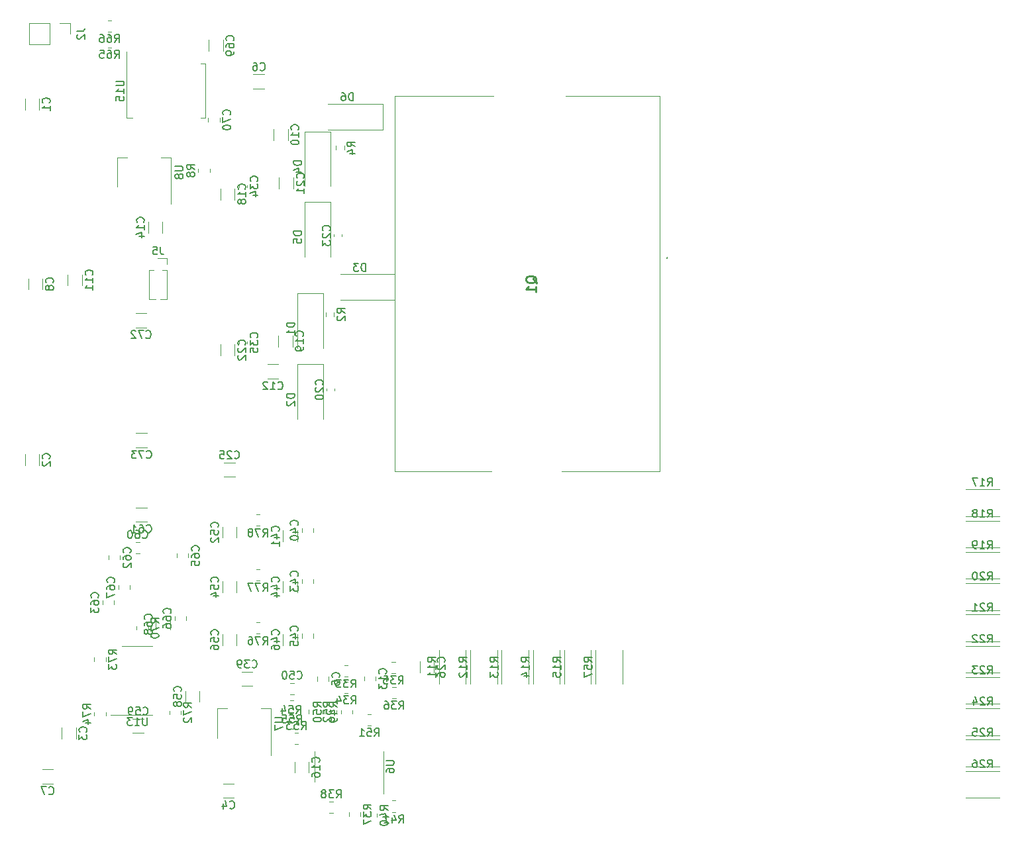
<source format=gbr>
%TF.GenerationSoftware,KiCad,Pcbnew,7.0.9*%
%TF.CreationDate,2024-05-29T20:40:16+05:30*%
%TF.ProjectId,LU,4c552e6b-6963-4616-945f-706362585858,rev?*%
%TF.SameCoordinates,Original*%
%TF.FileFunction,Legend,Bot*%
%TF.FilePolarity,Positive*%
%FSLAX46Y46*%
G04 Gerber Fmt 4.6, Leading zero omitted, Abs format (unit mm)*
G04 Created by KiCad (PCBNEW 7.0.9) date 2024-05-29 20:40:16*
%MOMM*%
%LPD*%
G01*
G04 APERTURE LIST*
%ADD10C,0.150000*%
%ADD11C,0.254000*%
%ADD12C,0.120000*%
%ADD13C,0.200000*%
%ADD14C,0.100000*%
G04 APERTURE END LIST*
D10*
X119042857Y-160304819D02*
X119376190Y-159828628D01*
X119614285Y-160304819D02*
X119614285Y-159304819D01*
X119614285Y-159304819D02*
X119233333Y-159304819D01*
X119233333Y-159304819D02*
X119138095Y-159352438D01*
X119138095Y-159352438D02*
X119090476Y-159400057D01*
X119090476Y-159400057D02*
X119042857Y-159495295D01*
X119042857Y-159495295D02*
X119042857Y-159638152D01*
X119042857Y-159638152D02*
X119090476Y-159733390D01*
X119090476Y-159733390D02*
X119138095Y-159781009D01*
X119138095Y-159781009D02*
X119233333Y-159828628D01*
X119233333Y-159828628D02*
X119614285Y-159828628D01*
X118709523Y-159304819D02*
X118042857Y-159304819D01*
X118042857Y-159304819D02*
X118471428Y-160304819D01*
X117519047Y-159733390D02*
X117614285Y-159685771D01*
X117614285Y-159685771D02*
X117661904Y-159638152D01*
X117661904Y-159638152D02*
X117709523Y-159542914D01*
X117709523Y-159542914D02*
X117709523Y-159495295D01*
X117709523Y-159495295D02*
X117661904Y-159400057D01*
X117661904Y-159400057D02*
X117614285Y-159352438D01*
X117614285Y-159352438D02*
X117519047Y-159304819D01*
X117519047Y-159304819D02*
X117328571Y-159304819D01*
X117328571Y-159304819D02*
X117233333Y-159352438D01*
X117233333Y-159352438D02*
X117185714Y-159400057D01*
X117185714Y-159400057D02*
X117138095Y-159495295D01*
X117138095Y-159495295D02*
X117138095Y-159542914D01*
X117138095Y-159542914D02*
X117185714Y-159638152D01*
X117185714Y-159638152D02*
X117233333Y-159685771D01*
X117233333Y-159685771D02*
X117328571Y-159733390D01*
X117328571Y-159733390D02*
X117519047Y-159733390D01*
X117519047Y-159733390D02*
X117614285Y-159781009D01*
X117614285Y-159781009D02*
X117661904Y-159828628D01*
X117661904Y-159828628D02*
X117709523Y-159923866D01*
X117709523Y-159923866D02*
X117709523Y-160114342D01*
X117709523Y-160114342D02*
X117661904Y-160209580D01*
X117661904Y-160209580D02*
X117614285Y-160257200D01*
X117614285Y-160257200D02*
X117519047Y-160304819D01*
X117519047Y-160304819D02*
X117328571Y-160304819D01*
X117328571Y-160304819D02*
X117233333Y-160257200D01*
X117233333Y-160257200D02*
X117185714Y-160209580D01*
X117185714Y-160209580D02*
X117138095Y-160114342D01*
X117138095Y-160114342D02*
X117138095Y-159923866D01*
X117138095Y-159923866D02*
X117185714Y-159828628D01*
X117185714Y-159828628D02*
X117233333Y-159781009D01*
X117233333Y-159781009D02*
X117328571Y-159733390D01*
X119042857Y-167304819D02*
X119376190Y-166828628D01*
X119614285Y-167304819D02*
X119614285Y-166304819D01*
X119614285Y-166304819D02*
X119233333Y-166304819D01*
X119233333Y-166304819D02*
X119138095Y-166352438D01*
X119138095Y-166352438D02*
X119090476Y-166400057D01*
X119090476Y-166400057D02*
X119042857Y-166495295D01*
X119042857Y-166495295D02*
X119042857Y-166638152D01*
X119042857Y-166638152D02*
X119090476Y-166733390D01*
X119090476Y-166733390D02*
X119138095Y-166781009D01*
X119138095Y-166781009D02*
X119233333Y-166828628D01*
X119233333Y-166828628D02*
X119614285Y-166828628D01*
X118709523Y-166304819D02*
X118042857Y-166304819D01*
X118042857Y-166304819D02*
X118471428Y-167304819D01*
X117757142Y-166304819D02*
X117090476Y-166304819D01*
X117090476Y-166304819D02*
X117519047Y-167304819D01*
X119042857Y-174104819D02*
X119376190Y-173628628D01*
X119614285Y-174104819D02*
X119614285Y-173104819D01*
X119614285Y-173104819D02*
X119233333Y-173104819D01*
X119233333Y-173104819D02*
X119138095Y-173152438D01*
X119138095Y-173152438D02*
X119090476Y-173200057D01*
X119090476Y-173200057D02*
X119042857Y-173295295D01*
X119042857Y-173295295D02*
X119042857Y-173438152D01*
X119042857Y-173438152D02*
X119090476Y-173533390D01*
X119090476Y-173533390D02*
X119138095Y-173581009D01*
X119138095Y-173581009D02*
X119233333Y-173628628D01*
X119233333Y-173628628D02*
X119614285Y-173628628D01*
X118709523Y-173104819D02*
X118042857Y-173104819D01*
X118042857Y-173104819D02*
X118471428Y-174104819D01*
X117233333Y-173104819D02*
X117423809Y-173104819D01*
X117423809Y-173104819D02*
X117519047Y-173152438D01*
X117519047Y-173152438D02*
X117566666Y-173200057D01*
X117566666Y-173200057D02*
X117661904Y-173342914D01*
X117661904Y-173342914D02*
X117709523Y-173533390D01*
X117709523Y-173533390D02*
X117709523Y-173914342D01*
X117709523Y-173914342D02*
X117661904Y-174009580D01*
X117661904Y-174009580D02*
X117614285Y-174057200D01*
X117614285Y-174057200D02*
X117519047Y-174104819D01*
X117519047Y-174104819D02*
X117328571Y-174104819D01*
X117328571Y-174104819D02*
X117233333Y-174057200D01*
X117233333Y-174057200D02*
X117185714Y-174009580D01*
X117185714Y-174009580D02*
X117138095Y-173914342D01*
X117138095Y-173914342D02*
X117138095Y-173676247D01*
X117138095Y-173676247D02*
X117185714Y-173581009D01*
X117185714Y-173581009D02*
X117233333Y-173533390D01*
X117233333Y-173533390D02*
X117328571Y-173485771D01*
X117328571Y-173485771D02*
X117519047Y-173485771D01*
X117519047Y-173485771D02*
X117614285Y-173533390D01*
X117614285Y-173533390D02*
X117661904Y-173581009D01*
X117661904Y-173581009D02*
X117709523Y-173676247D01*
X97004819Y-182357142D02*
X96528628Y-182023809D01*
X97004819Y-181785714D02*
X96004819Y-181785714D01*
X96004819Y-181785714D02*
X96004819Y-182166666D01*
X96004819Y-182166666D02*
X96052438Y-182261904D01*
X96052438Y-182261904D02*
X96100057Y-182309523D01*
X96100057Y-182309523D02*
X96195295Y-182357142D01*
X96195295Y-182357142D02*
X96338152Y-182357142D01*
X96338152Y-182357142D02*
X96433390Y-182309523D01*
X96433390Y-182309523D02*
X96481009Y-182261904D01*
X96481009Y-182261904D02*
X96528628Y-182166666D01*
X96528628Y-182166666D02*
X96528628Y-181785714D01*
X96004819Y-182690476D02*
X96004819Y-183357142D01*
X96004819Y-183357142D02*
X97004819Y-182928571D01*
X96338152Y-184166666D02*
X97004819Y-184166666D01*
X95957200Y-183928571D02*
X96671485Y-183690476D01*
X96671485Y-183690476D02*
X96671485Y-184309523D01*
X100304819Y-175357142D02*
X99828628Y-175023809D01*
X100304819Y-174785714D02*
X99304819Y-174785714D01*
X99304819Y-174785714D02*
X99304819Y-175166666D01*
X99304819Y-175166666D02*
X99352438Y-175261904D01*
X99352438Y-175261904D02*
X99400057Y-175309523D01*
X99400057Y-175309523D02*
X99495295Y-175357142D01*
X99495295Y-175357142D02*
X99638152Y-175357142D01*
X99638152Y-175357142D02*
X99733390Y-175309523D01*
X99733390Y-175309523D02*
X99781009Y-175261904D01*
X99781009Y-175261904D02*
X99828628Y-175166666D01*
X99828628Y-175166666D02*
X99828628Y-174785714D01*
X99304819Y-175690476D02*
X99304819Y-176357142D01*
X99304819Y-176357142D02*
X100304819Y-175928571D01*
X99304819Y-176642857D02*
X99304819Y-177261904D01*
X99304819Y-177261904D02*
X99685771Y-176928571D01*
X99685771Y-176928571D02*
X99685771Y-177071428D01*
X99685771Y-177071428D02*
X99733390Y-177166666D01*
X99733390Y-177166666D02*
X99781009Y-177214285D01*
X99781009Y-177214285D02*
X99876247Y-177261904D01*
X99876247Y-177261904D02*
X100114342Y-177261904D01*
X100114342Y-177261904D02*
X100209580Y-177214285D01*
X100209580Y-177214285D02*
X100257200Y-177166666D01*
X100257200Y-177166666D02*
X100304819Y-177071428D01*
X100304819Y-177071428D02*
X100304819Y-176785714D01*
X100304819Y-176785714D02*
X100257200Y-176690476D01*
X100257200Y-176690476D02*
X100209580Y-176642857D01*
X109904819Y-182157142D02*
X109428628Y-181823809D01*
X109904819Y-181585714D02*
X108904819Y-181585714D01*
X108904819Y-181585714D02*
X108904819Y-181966666D01*
X108904819Y-181966666D02*
X108952438Y-182061904D01*
X108952438Y-182061904D02*
X109000057Y-182109523D01*
X109000057Y-182109523D02*
X109095295Y-182157142D01*
X109095295Y-182157142D02*
X109238152Y-182157142D01*
X109238152Y-182157142D02*
X109333390Y-182109523D01*
X109333390Y-182109523D02*
X109381009Y-182061904D01*
X109381009Y-182061904D02*
X109428628Y-181966666D01*
X109428628Y-181966666D02*
X109428628Y-181585714D01*
X108904819Y-182490476D02*
X108904819Y-183157142D01*
X108904819Y-183157142D02*
X109904819Y-182728571D01*
X109000057Y-183490476D02*
X108952438Y-183538095D01*
X108952438Y-183538095D02*
X108904819Y-183633333D01*
X108904819Y-183633333D02*
X108904819Y-183871428D01*
X108904819Y-183871428D02*
X108952438Y-183966666D01*
X108952438Y-183966666D02*
X109000057Y-184014285D01*
X109000057Y-184014285D02*
X109095295Y-184061904D01*
X109095295Y-184061904D02*
X109190533Y-184061904D01*
X109190533Y-184061904D02*
X109333390Y-184014285D01*
X109333390Y-184014285D02*
X109904819Y-183442857D01*
X109904819Y-183442857D02*
X109904819Y-184061904D01*
X105704819Y-171357142D02*
X105228628Y-171023809D01*
X105704819Y-170785714D02*
X104704819Y-170785714D01*
X104704819Y-170785714D02*
X104704819Y-171166666D01*
X104704819Y-171166666D02*
X104752438Y-171261904D01*
X104752438Y-171261904D02*
X104800057Y-171309523D01*
X104800057Y-171309523D02*
X104895295Y-171357142D01*
X104895295Y-171357142D02*
X105038152Y-171357142D01*
X105038152Y-171357142D02*
X105133390Y-171309523D01*
X105133390Y-171309523D02*
X105181009Y-171261904D01*
X105181009Y-171261904D02*
X105228628Y-171166666D01*
X105228628Y-171166666D02*
X105228628Y-170785714D01*
X104704819Y-171690476D02*
X104704819Y-172357142D01*
X104704819Y-172357142D02*
X105704819Y-171928571D01*
X104704819Y-172928571D02*
X104704819Y-173023809D01*
X104704819Y-173023809D02*
X104752438Y-173119047D01*
X104752438Y-173119047D02*
X104800057Y-173166666D01*
X104800057Y-173166666D02*
X104895295Y-173214285D01*
X104895295Y-173214285D02*
X105085771Y-173261904D01*
X105085771Y-173261904D02*
X105323866Y-173261904D01*
X105323866Y-173261904D02*
X105514342Y-173214285D01*
X105514342Y-173214285D02*
X105609580Y-173166666D01*
X105609580Y-173166666D02*
X105657200Y-173119047D01*
X105657200Y-173119047D02*
X105704819Y-173023809D01*
X105704819Y-173023809D02*
X105704819Y-172928571D01*
X105704819Y-172928571D02*
X105657200Y-172833333D01*
X105657200Y-172833333D02*
X105609580Y-172785714D01*
X105609580Y-172785714D02*
X105514342Y-172738095D01*
X105514342Y-172738095D02*
X105323866Y-172690476D01*
X105323866Y-172690476D02*
X105085771Y-172690476D01*
X105085771Y-172690476D02*
X104895295Y-172738095D01*
X104895295Y-172738095D02*
X104800057Y-172785714D01*
X104800057Y-172785714D02*
X104752438Y-172833333D01*
X104752438Y-172833333D02*
X104704819Y-172928571D01*
X211642857Y-161834819D02*
X211976190Y-161358628D01*
X212214285Y-161834819D02*
X212214285Y-160834819D01*
X212214285Y-160834819D02*
X211833333Y-160834819D01*
X211833333Y-160834819D02*
X211738095Y-160882438D01*
X211738095Y-160882438D02*
X211690476Y-160930057D01*
X211690476Y-160930057D02*
X211642857Y-161025295D01*
X211642857Y-161025295D02*
X211642857Y-161168152D01*
X211642857Y-161168152D02*
X211690476Y-161263390D01*
X211690476Y-161263390D02*
X211738095Y-161311009D01*
X211738095Y-161311009D02*
X211833333Y-161358628D01*
X211833333Y-161358628D02*
X212214285Y-161358628D01*
X210690476Y-161834819D02*
X211261904Y-161834819D01*
X210976190Y-161834819D02*
X210976190Y-160834819D01*
X210976190Y-160834819D02*
X211071428Y-160977676D01*
X211071428Y-160977676D02*
X211166666Y-161072914D01*
X211166666Y-161072914D02*
X211261904Y-161120533D01*
X210214285Y-161834819D02*
X210023809Y-161834819D01*
X210023809Y-161834819D02*
X209928571Y-161787200D01*
X209928571Y-161787200D02*
X209880952Y-161739580D01*
X209880952Y-161739580D02*
X209785714Y-161596723D01*
X209785714Y-161596723D02*
X209738095Y-161406247D01*
X209738095Y-161406247D02*
X209738095Y-161025295D01*
X209738095Y-161025295D02*
X209785714Y-160930057D01*
X209785714Y-160930057D02*
X209833333Y-160882438D01*
X209833333Y-160882438D02*
X209928571Y-160834819D01*
X209928571Y-160834819D02*
X210119047Y-160834819D01*
X210119047Y-160834819D02*
X210214285Y-160882438D01*
X210214285Y-160882438D02*
X210261904Y-160930057D01*
X210261904Y-160930057D02*
X210309523Y-161025295D01*
X210309523Y-161025295D02*
X210309523Y-161263390D01*
X210309523Y-161263390D02*
X210261904Y-161358628D01*
X210261904Y-161358628D02*
X210214285Y-161406247D01*
X210214285Y-161406247D02*
X210119047Y-161453866D01*
X210119047Y-161453866D02*
X209928571Y-161453866D01*
X209928571Y-161453866D02*
X209833333Y-161406247D01*
X209833333Y-161406247D02*
X209785714Y-161358628D01*
X209785714Y-161358628D02*
X209738095Y-161263390D01*
X124209580Y-114457142D02*
X124257200Y-114409523D01*
X124257200Y-114409523D02*
X124304819Y-114266666D01*
X124304819Y-114266666D02*
X124304819Y-114171428D01*
X124304819Y-114171428D02*
X124257200Y-114028571D01*
X124257200Y-114028571D02*
X124161961Y-113933333D01*
X124161961Y-113933333D02*
X124066723Y-113885714D01*
X124066723Y-113885714D02*
X123876247Y-113838095D01*
X123876247Y-113838095D02*
X123733390Y-113838095D01*
X123733390Y-113838095D02*
X123542914Y-113885714D01*
X123542914Y-113885714D02*
X123447676Y-113933333D01*
X123447676Y-113933333D02*
X123352438Y-114028571D01*
X123352438Y-114028571D02*
X123304819Y-114171428D01*
X123304819Y-114171428D02*
X123304819Y-114266666D01*
X123304819Y-114266666D02*
X123352438Y-114409523D01*
X123352438Y-114409523D02*
X123400057Y-114457142D01*
X123400057Y-114838095D02*
X123352438Y-114885714D01*
X123352438Y-114885714D02*
X123304819Y-114980952D01*
X123304819Y-114980952D02*
X123304819Y-115219047D01*
X123304819Y-115219047D02*
X123352438Y-115314285D01*
X123352438Y-115314285D02*
X123400057Y-115361904D01*
X123400057Y-115361904D02*
X123495295Y-115409523D01*
X123495295Y-115409523D02*
X123590533Y-115409523D01*
X123590533Y-115409523D02*
X123733390Y-115361904D01*
X123733390Y-115361904D02*
X124304819Y-114790476D01*
X124304819Y-114790476D02*
X124304819Y-115409523D01*
X124304819Y-116361904D02*
X124304819Y-115790476D01*
X124304819Y-116076190D02*
X123304819Y-116076190D01*
X123304819Y-116076190D02*
X123447676Y-115980952D01*
X123447676Y-115980952D02*
X123542914Y-115885714D01*
X123542914Y-115885714D02*
X123590533Y-115790476D01*
X104142857Y-159709580D02*
X104190476Y-159757200D01*
X104190476Y-159757200D02*
X104333333Y-159804819D01*
X104333333Y-159804819D02*
X104428571Y-159804819D01*
X104428571Y-159804819D02*
X104571428Y-159757200D01*
X104571428Y-159757200D02*
X104666666Y-159661961D01*
X104666666Y-159661961D02*
X104714285Y-159566723D01*
X104714285Y-159566723D02*
X104761904Y-159376247D01*
X104761904Y-159376247D02*
X104761904Y-159233390D01*
X104761904Y-159233390D02*
X104714285Y-159042914D01*
X104714285Y-159042914D02*
X104666666Y-158947676D01*
X104666666Y-158947676D02*
X104571428Y-158852438D01*
X104571428Y-158852438D02*
X104428571Y-158804819D01*
X104428571Y-158804819D02*
X104333333Y-158804819D01*
X104333333Y-158804819D02*
X104190476Y-158852438D01*
X104190476Y-158852438D02*
X104142857Y-158900057D01*
X103285714Y-158804819D02*
X103476190Y-158804819D01*
X103476190Y-158804819D02*
X103571428Y-158852438D01*
X103571428Y-158852438D02*
X103619047Y-158900057D01*
X103619047Y-158900057D02*
X103714285Y-159042914D01*
X103714285Y-159042914D02*
X103761904Y-159233390D01*
X103761904Y-159233390D02*
X103761904Y-159614342D01*
X103761904Y-159614342D02*
X103714285Y-159709580D01*
X103714285Y-159709580D02*
X103666666Y-159757200D01*
X103666666Y-159757200D02*
X103571428Y-159804819D01*
X103571428Y-159804819D02*
X103380952Y-159804819D01*
X103380952Y-159804819D02*
X103285714Y-159757200D01*
X103285714Y-159757200D02*
X103238095Y-159709580D01*
X103238095Y-159709580D02*
X103190476Y-159614342D01*
X103190476Y-159614342D02*
X103190476Y-159376247D01*
X103190476Y-159376247D02*
X103238095Y-159281009D01*
X103238095Y-159281009D02*
X103285714Y-159233390D01*
X103285714Y-159233390D02*
X103380952Y-159185771D01*
X103380952Y-159185771D02*
X103571428Y-159185771D01*
X103571428Y-159185771D02*
X103666666Y-159233390D01*
X103666666Y-159233390D02*
X103714285Y-159281009D01*
X103714285Y-159281009D02*
X103761904Y-159376247D01*
X102238095Y-159804819D02*
X102809523Y-159804819D01*
X102523809Y-159804819D02*
X102523809Y-158804819D01*
X102523809Y-158804819D02*
X102619047Y-158947676D01*
X102619047Y-158947676D02*
X102714285Y-159042914D01*
X102714285Y-159042914D02*
X102809523Y-159090533D01*
X123954819Y-112261905D02*
X122954819Y-112261905D01*
X122954819Y-112261905D02*
X122954819Y-112500000D01*
X122954819Y-112500000D02*
X123002438Y-112642857D01*
X123002438Y-112642857D02*
X123097676Y-112738095D01*
X123097676Y-112738095D02*
X123192914Y-112785714D01*
X123192914Y-112785714D02*
X123383390Y-112833333D01*
X123383390Y-112833333D02*
X123526247Y-112833333D01*
X123526247Y-112833333D02*
X123716723Y-112785714D01*
X123716723Y-112785714D02*
X123811961Y-112738095D01*
X123811961Y-112738095D02*
X123907200Y-112642857D01*
X123907200Y-112642857D02*
X123954819Y-112500000D01*
X123954819Y-112500000D02*
X123954819Y-112261905D01*
X123288152Y-113690476D02*
X123954819Y-113690476D01*
X122907200Y-113452381D02*
X123621485Y-113214286D01*
X123621485Y-113214286D02*
X123621485Y-113833333D01*
X92147080Y-127833333D02*
X92194700Y-127785714D01*
X92194700Y-127785714D02*
X92242319Y-127642857D01*
X92242319Y-127642857D02*
X92242319Y-127547619D01*
X92242319Y-127547619D02*
X92194700Y-127404762D01*
X92194700Y-127404762D02*
X92099461Y-127309524D01*
X92099461Y-127309524D02*
X92004223Y-127261905D01*
X92004223Y-127261905D02*
X91813747Y-127214286D01*
X91813747Y-127214286D02*
X91670890Y-127214286D01*
X91670890Y-127214286D02*
X91480414Y-127261905D01*
X91480414Y-127261905D02*
X91385176Y-127309524D01*
X91385176Y-127309524D02*
X91289938Y-127404762D01*
X91289938Y-127404762D02*
X91242319Y-127547619D01*
X91242319Y-127547619D02*
X91242319Y-127642857D01*
X91242319Y-127642857D02*
X91289938Y-127785714D01*
X91289938Y-127785714D02*
X91337557Y-127833333D01*
X91670890Y-128404762D02*
X91623271Y-128309524D01*
X91623271Y-128309524D02*
X91575652Y-128261905D01*
X91575652Y-128261905D02*
X91480414Y-128214286D01*
X91480414Y-128214286D02*
X91432795Y-128214286D01*
X91432795Y-128214286D02*
X91337557Y-128261905D01*
X91337557Y-128261905D02*
X91289938Y-128309524D01*
X91289938Y-128309524D02*
X91242319Y-128404762D01*
X91242319Y-128404762D02*
X91242319Y-128595238D01*
X91242319Y-128595238D02*
X91289938Y-128690476D01*
X91289938Y-128690476D02*
X91337557Y-128738095D01*
X91337557Y-128738095D02*
X91432795Y-128785714D01*
X91432795Y-128785714D02*
X91480414Y-128785714D01*
X91480414Y-128785714D02*
X91575652Y-128738095D01*
X91575652Y-128738095D02*
X91623271Y-128690476D01*
X91623271Y-128690476D02*
X91670890Y-128595238D01*
X91670890Y-128595238D02*
X91670890Y-128404762D01*
X91670890Y-128404762D02*
X91718509Y-128309524D01*
X91718509Y-128309524D02*
X91766128Y-128261905D01*
X91766128Y-128261905D02*
X91861366Y-128214286D01*
X91861366Y-128214286D02*
X92051842Y-128214286D01*
X92051842Y-128214286D02*
X92147080Y-128261905D01*
X92147080Y-128261905D02*
X92194700Y-128309524D01*
X92194700Y-128309524D02*
X92242319Y-128404762D01*
X92242319Y-128404762D02*
X92242319Y-128595238D01*
X92242319Y-128595238D02*
X92194700Y-128690476D01*
X92194700Y-128690476D02*
X92147080Y-128738095D01*
X92147080Y-128738095D02*
X92051842Y-128785714D01*
X92051842Y-128785714D02*
X91861366Y-128785714D01*
X91861366Y-128785714D02*
X91766128Y-128738095D01*
X91766128Y-128738095D02*
X91718509Y-128690476D01*
X91718509Y-128690476D02*
X91670890Y-128595238D01*
X128402857Y-193724819D02*
X128736190Y-193248628D01*
X128974285Y-193724819D02*
X128974285Y-192724819D01*
X128974285Y-192724819D02*
X128593333Y-192724819D01*
X128593333Y-192724819D02*
X128498095Y-192772438D01*
X128498095Y-192772438D02*
X128450476Y-192820057D01*
X128450476Y-192820057D02*
X128402857Y-192915295D01*
X128402857Y-192915295D02*
X128402857Y-193058152D01*
X128402857Y-193058152D02*
X128450476Y-193153390D01*
X128450476Y-193153390D02*
X128498095Y-193201009D01*
X128498095Y-193201009D02*
X128593333Y-193248628D01*
X128593333Y-193248628D02*
X128974285Y-193248628D01*
X128069523Y-192724819D02*
X127450476Y-192724819D01*
X127450476Y-192724819D02*
X127783809Y-193105771D01*
X127783809Y-193105771D02*
X127640952Y-193105771D01*
X127640952Y-193105771D02*
X127545714Y-193153390D01*
X127545714Y-193153390D02*
X127498095Y-193201009D01*
X127498095Y-193201009D02*
X127450476Y-193296247D01*
X127450476Y-193296247D02*
X127450476Y-193534342D01*
X127450476Y-193534342D02*
X127498095Y-193629580D01*
X127498095Y-193629580D02*
X127545714Y-193677200D01*
X127545714Y-193677200D02*
X127640952Y-193724819D01*
X127640952Y-193724819D02*
X127926666Y-193724819D01*
X127926666Y-193724819D02*
X128021904Y-193677200D01*
X128021904Y-193677200D02*
X128069523Y-193629580D01*
X126879047Y-193153390D02*
X126974285Y-193105771D01*
X126974285Y-193105771D02*
X127021904Y-193058152D01*
X127021904Y-193058152D02*
X127069523Y-192962914D01*
X127069523Y-192962914D02*
X127069523Y-192915295D01*
X127069523Y-192915295D02*
X127021904Y-192820057D01*
X127021904Y-192820057D02*
X126974285Y-192772438D01*
X126974285Y-192772438D02*
X126879047Y-192724819D01*
X126879047Y-192724819D02*
X126688571Y-192724819D01*
X126688571Y-192724819D02*
X126593333Y-192772438D01*
X126593333Y-192772438D02*
X126545714Y-192820057D01*
X126545714Y-192820057D02*
X126498095Y-192915295D01*
X126498095Y-192915295D02*
X126498095Y-192962914D01*
X126498095Y-192962914D02*
X126545714Y-193058152D01*
X126545714Y-193058152D02*
X126593333Y-193105771D01*
X126593333Y-193105771D02*
X126688571Y-193153390D01*
X126688571Y-193153390D02*
X126879047Y-193153390D01*
X126879047Y-193153390D02*
X126974285Y-193201009D01*
X126974285Y-193201009D02*
X127021904Y-193248628D01*
X127021904Y-193248628D02*
X127069523Y-193343866D01*
X127069523Y-193343866D02*
X127069523Y-193534342D01*
X127069523Y-193534342D02*
X127021904Y-193629580D01*
X127021904Y-193629580D02*
X126974285Y-193677200D01*
X126974285Y-193677200D02*
X126879047Y-193724819D01*
X126879047Y-193724819D02*
X126688571Y-193724819D01*
X126688571Y-193724819D02*
X126593333Y-193677200D01*
X126593333Y-193677200D02*
X126545714Y-193629580D01*
X126545714Y-193629580D02*
X126498095Y-193534342D01*
X126498095Y-193534342D02*
X126498095Y-193343866D01*
X126498095Y-193343866D02*
X126545714Y-193248628D01*
X126545714Y-193248628D02*
X126593333Y-193201009D01*
X126593333Y-193201009D02*
X126688571Y-193153390D01*
X105933333Y-123219819D02*
X105933333Y-123934104D01*
X105933333Y-123934104D02*
X105980952Y-124076961D01*
X105980952Y-124076961D02*
X106076190Y-124172200D01*
X106076190Y-124172200D02*
X106219047Y-124219819D01*
X106219047Y-124219819D02*
X106314285Y-124219819D01*
X104980952Y-123219819D02*
X105457142Y-123219819D01*
X105457142Y-123219819D02*
X105504761Y-123696009D01*
X105504761Y-123696009D02*
X105457142Y-123648390D01*
X105457142Y-123648390D02*
X105361904Y-123600771D01*
X105361904Y-123600771D02*
X105123809Y-123600771D01*
X105123809Y-123600771D02*
X105028571Y-123648390D01*
X105028571Y-123648390D02*
X104980952Y-123696009D01*
X104980952Y-123696009D02*
X104933333Y-123791247D01*
X104933333Y-123791247D02*
X104933333Y-124029342D01*
X104933333Y-124029342D02*
X104980952Y-124124580D01*
X104980952Y-124124580D02*
X105028571Y-124172200D01*
X105028571Y-124172200D02*
X105123809Y-124219819D01*
X105123809Y-124219819D02*
X105361904Y-124219819D01*
X105361904Y-124219819D02*
X105457142Y-124172200D01*
X105457142Y-124172200D02*
X105504761Y-124124580D01*
X91709580Y-104833333D02*
X91757200Y-104785714D01*
X91757200Y-104785714D02*
X91804819Y-104642857D01*
X91804819Y-104642857D02*
X91804819Y-104547619D01*
X91804819Y-104547619D02*
X91757200Y-104404762D01*
X91757200Y-104404762D02*
X91661961Y-104309524D01*
X91661961Y-104309524D02*
X91566723Y-104261905D01*
X91566723Y-104261905D02*
X91376247Y-104214286D01*
X91376247Y-104214286D02*
X91233390Y-104214286D01*
X91233390Y-104214286D02*
X91042914Y-104261905D01*
X91042914Y-104261905D02*
X90947676Y-104309524D01*
X90947676Y-104309524D02*
X90852438Y-104404762D01*
X90852438Y-104404762D02*
X90804819Y-104547619D01*
X90804819Y-104547619D02*
X90804819Y-104642857D01*
X90804819Y-104642857D02*
X90852438Y-104785714D01*
X90852438Y-104785714D02*
X90900057Y-104833333D01*
X91804819Y-105785714D02*
X91804819Y-105214286D01*
X91804819Y-105500000D02*
X90804819Y-105500000D01*
X90804819Y-105500000D02*
X90947676Y-105404762D01*
X90947676Y-105404762D02*
X91042914Y-105309524D01*
X91042914Y-105309524D02*
X91090533Y-105214286D01*
X211642857Y-177834819D02*
X211976190Y-177358628D01*
X212214285Y-177834819D02*
X212214285Y-176834819D01*
X212214285Y-176834819D02*
X211833333Y-176834819D01*
X211833333Y-176834819D02*
X211738095Y-176882438D01*
X211738095Y-176882438D02*
X211690476Y-176930057D01*
X211690476Y-176930057D02*
X211642857Y-177025295D01*
X211642857Y-177025295D02*
X211642857Y-177168152D01*
X211642857Y-177168152D02*
X211690476Y-177263390D01*
X211690476Y-177263390D02*
X211738095Y-177311009D01*
X211738095Y-177311009D02*
X211833333Y-177358628D01*
X211833333Y-177358628D02*
X212214285Y-177358628D01*
X211261904Y-176930057D02*
X211214285Y-176882438D01*
X211214285Y-176882438D02*
X211119047Y-176834819D01*
X211119047Y-176834819D02*
X210880952Y-176834819D01*
X210880952Y-176834819D02*
X210785714Y-176882438D01*
X210785714Y-176882438D02*
X210738095Y-176930057D01*
X210738095Y-176930057D02*
X210690476Y-177025295D01*
X210690476Y-177025295D02*
X210690476Y-177120533D01*
X210690476Y-177120533D02*
X210738095Y-177263390D01*
X210738095Y-177263390D02*
X211309523Y-177834819D01*
X211309523Y-177834819D02*
X210690476Y-177834819D01*
X210357142Y-176834819D02*
X209738095Y-176834819D01*
X209738095Y-176834819D02*
X210071428Y-177215771D01*
X210071428Y-177215771D02*
X209928571Y-177215771D01*
X209928571Y-177215771D02*
X209833333Y-177263390D01*
X209833333Y-177263390D02*
X209785714Y-177311009D01*
X209785714Y-177311009D02*
X209738095Y-177406247D01*
X209738095Y-177406247D02*
X209738095Y-177644342D01*
X209738095Y-177644342D02*
X209785714Y-177739580D01*
X209785714Y-177739580D02*
X209833333Y-177787200D01*
X209833333Y-177787200D02*
X209928571Y-177834819D01*
X209928571Y-177834819D02*
X210214285Y-177834819D01*
X210214285Y-177834819D02*
X210309523Y-177787200D01*
X210309523Y-177787200D02*
X210357142Y-177739580D01*
X100047857Y-97104819D02*
X100381190Y-96628628D01*
X100619285Y-97104819D02*
X100619285Y-96104819D01*
X100619285Y-96104819D02*
X100238333Y-96104819D01*
X100238333Y-96104819D02*
X100143095Y-96152438D01*
X100143095Y-96152438D02*
X100095476Y-96200057D01*
X100095476Y-96200057D02*
X100047857Y-96295295D01*
X100047857Y-96295295D02*
X100047857Y-96438152D01*
X100047857Y-96438152D02*
X100095476Y-96533390D01*
X100095476Y-96533390D02*
X100143095Y-96581009D01*
X100143095Y-96581009D02*
X100238333Y-96628628D01*
X100238333Y-96628628D02*
X100619285Y-96628628D01*
X99190714Y-96104819D02*
X99381190Y-96104819D01*
X99381190Y-96104819D02*
X99476428Y-96152438D01*
X99476428Y-96152438D02*
X99524047Y-96200057D01*
X99524047Y-96200057D02*
X99619285Y-96342914D01*
X99619285Y-96342914D02*
X99666904Y-96533390D01*
X99666904Y-96533390D02*
X99666904Y-96914342D01*
X99666904Y-96914342D02*
X99619285Y-97009580D01*
X99619285Y-97009580D02*
X99571666Y-97057200D01*
X99571666Y-97057200D02*
X99476428Y-97104819D01*
X99476428Y-97104819D02*
X99285952Y-97104819D01*
X99285952Y-97104819D02*
X99190714Y-97057200D01*
X99190714Y-97057200D02*
X99143095Y-97009580D01*
X99143095Y-97009580D02*
X99095476Y-96914342D01*
X99095476Y-96914342D02*
X99095476Y-96676247D01*
X99095476Y-96676247D02*
X99143095Y-96581009D01*
X99143095Y-96581009D02*
X99190714Y-96533390D01*
X99190714Y-96533390D02*
X99285952Y-96485771D01*
X99285952Y-96485771D02*
X99476428Y-96485771D01*
X99476428Y-96485771D02*
X99571666Y-96533390D01*
X99571666Y-96533390D02*
X99619285Y-96581009D01*
X99619285Y-96581009D02*
X99666904Y-96676247D01*
X98238333Y-96104819D02*
X98428809Y-96104819D01*
X98428809Y-96104819D02*
X98524047Y-96152438D01*
X98524047Y-96152438D02*
X98571666Y-96200057D01*
X98571666Y-96200057D02*
X98666904Y-96342914D01*
X98666904Y-96342914D02*
X98714523Y-96533390D01*
X98714523Y-96533390D02*
X98714523Y-96914342D01*
X98714523Y-96914342D02*
X98666904Y-97009580D01*
X98666904Y-97009580D02*
X98619285Y-97057200D01*
X98619285Y-97057200D02*
X98524047Y-97104819D01*
X98524047Y-97104819D02*
X98333571Y-97104819D01*
X98333571Y-97104819D02*
X98238333Y-97057200D01*
X98238333Y-97057200D02*
X98190714Y-97009580D01*
X98190714Y-97009580D02*
X98143095Y-96914342D01*
X98143095Y-96914342D02*
X98143095Y-96676247D01*
X98143095Y-96676247D02*
X98190714Y-96581009D01*
X98190714Y-96581009D02*
X98238333Y-96533390D01*
X98238333Y-96533390D02*
X98333571Y-96485771D01*
X98333571Y-96485771D02*
X98524047Y-96485771D01*
X98524047Y-96485771D02*
X98619285Y-96533390D01*
X98619285Y-96533390D02*
X98666904Y-96581009D01*
X98666904Y-96581009D02*
X98714523Y-96676247D01*
X113259580Y-172857142D02*
X113307200Y-172809523D01*
X113307200Y-172809523D02*
X113354819Y-172666666D01*
X113354819Y-172666666D02*
X113354819Y-172571428D01*
X113354819Y-172571428D02*
X113307200Y-172428571D01*
X113307200Y-172428571D02*
X113211961Y-172333333D01*
X113211961Y-172333333D02*
X113116723Y-172285714D01*
X113116723Y-172285714D02*
X112926247Y-172238095D01*
X112926247Y-172238095D02*
X112783390Y-172238095D01*
X112783390Y-172238095D02*
X112592914Y-172285714D01*
X112592914Y-172285714D02*
X112497676Y-172333333D01*
X112497676Y-172333333D02*
X112402438Y-172428571D01*
X112402438Y-172428571D02*
X112354819Y-172571428D01*
X112354819Y-172571428D02*
X112354819Y-172666666D01*
X112354819Y-172666666D02*
X112402438Y-172809523D01*
X112402438Y-172809523D02*
X112450057Y-172857142D01*
X112354819Y-173761904D02*
X112354819Y-173285714D01*
X112354819Y-173285714D02*
X112831009Y-173238095D01*
X112831009Y-173238095D02*
X112783390Y-173285714D01*
X112783390Y-173285714D02*
X112735771Y-173380952D01*
X112735771Y-173380952D02*
X112735771Y-173619047D01*
X112735771Y-173619047D02*
X112783390Y-173714285D01*
X112783390Y-173714285D02*
X112831009Y-173761904D01*
X112831009Y-173761904D02*
X112926247Y-173809523D01*
X112926247Y-173809523D02*
X113164342Y-173809523D01*
X113164342Y-173809523D02*
X113259580Y-173761904D01*
X113259580Y-173761904D02*
X113307200Y-173714285D01*
X113307200Y-173714285D02*
X113354819Y-173619047D01*
X113354819Y-173619047D02*
X113354819Y-173380952D01*
X113354819Y-173380952D02*
X113307200Y-173285714D01*
X113307200Y-173285714D02*
X113259580Y-173238095D01*
X112354819Y-174666666D02*
X112354819Y-174476190D01*
X112354819Y-174476190D02*
X112402438Y-174380952D01*
X112402438Y-174380952D02*
X112450057Y-174333333D01*
X112450057Y-174333333D02*
X112592914Y-174238095D01*
X112592914Y-174238095D02*
X112783390Y-174190476D01*
X112783390Y-174190476D02*
X113164342Y-174190476D01*
X113164342Y-174190476D02*
X113259580Y-174238095D01*
X113259580Y-174238095D02*
X113307200Y-174285714D01*
X113307200Y-174285714D02*
X113354819Y-174380952D01*
X113354819Y-174380952D02*
X113354819Y-174571428D01*
X113354819Y-174571428D02*
X113307200Y-174666666D01*
X113307200Y-174666666D02*
X113259580Y-174714285D01*
X113259580Y-174714285D02*
X113164342Y-174761904D01*
X113164342Y-174761904D02*
X112926247Y-174761904D01*
X112926247Y-174761904D02*
X112831009Y-174714285D01*
X112831009Y-174714285D02*
X112783390Y-174666666D01*
X112783390Y-174666666D02*
X112735771Y-174571428D01*
X112735771Y-174571428D02*
X112735771Y-174380952D01*
X112735771Y-174380952D02*
X112783390Y-174285714D01*
X112783390Y-174285714D02*
X112831009Y-174238095D01*
X112831009Y-174238095D02*
X112926247Y-174190476D01*
X141084819Y-176357142D02*
X140608628Y-176023809D01*
X141084819Y-175785714D02*
X140084819Y-175785714D01*
X140084819Y-175785714D02*
X140084819Y-176166666D01*
X140084819Y-176166666D02*
X140132438Y-176261904D01*
X140132438Y-176261904D02*
X140180057Y-176309523D01*
X140180057Y-176309523D02*
X140275295Y-176357142D01*
X140275295Y-176357142D02*
X140418152Y-176357142D01*
X140418152Y-176357142D02*
X140513390Y-176309523D01*
X140513390Y-176309523D02*
X140561009Y-176261904D01*
X140561009Y-176261904D02*
X140608628Y-176166666D01*
X140608628Y-176166666D02*
X140608628Y-175785714D01*
X141084819Y-177309523D02*
X141084819Y-176738095D01*
X141084819Y-177023809D02*
X140084819Y-177023809D01*
X140084819Y-177023809D02*
X140227676Y-176928571D01*
X140227676Y-176928571D02*
X140322914Y-176833333D01*
X140322914Y-176833333D02*
X140370533Y-176738095D01*
X141084819Y-178261904D02*
X141084819Y-177690476D01*
X141084819Y-177976190D02*
X140084819Y-177976190D01*
X140084819Y-177976190D02*
X140227676Y-177880952D01*
X140227676Y-177880952D02*
X140322914Y-177785714D01*
X140322914Y-177785714D02*
X140370533Y-177690476D01*
X116709580Y-115857142D02*
X116757200Y-115809523D01*
X116757200Y-115809523D02*
X116804819Y-115666666D01*
X116804819Y-115666666D02*
X116804819Y-115571428D01*
X116804819Y-115571428D02*
X116757200Y-115428571D01*
X116757200Y-115428571D02*
X116661961Y-115333333D01*
X116661961Y-115333333D02*
X116566723Y-115285714D01*
X116566723Y-115285714D02*
X116376247Y-115238095D01*
X116376247Y-115238095D02*
X116233390Y-115238095D01*
X116233390Y-115238095D02*
X116042914Y-115285714D01*
X116042914Y-115285714D02*
X115947676Y-115333333D01*
X115947676Y-115333333D02*
X115852438Y-115428571D01*
X115852438Y-115428571D02*
X115804819Y-115571428D01*
X115804819Y-115571428D02*
X115804819Y-115666666D01*
X115804819Y-115666666D02*
X115852438Y-115809523D01*
X115852438Y-115809523D02*
X115900057Y-115857142D01*
X116804819Y-116809523D02*
X116804819Y-116238095D01*
X116804819Y-116523809D02*
X115804819Y-116523809D01*
X115804819Y-116523809D02*
X115947676Y-116428571D01*
X115947676Y-116428571D02*
X116042914Y-116333333D01*
X116042914Y-116333333D02*
X116090533Y-116238095D01*
X116233390Y-117380952D02*
X116185771Y-117285714D01*
X116185771Y-117285714D02*
X116138152Y-117238095D01*
X116138152Y-117238095D02*
X116042914Y-117190476D01*
X116042914Y-117190476D02*
X115995295Y-117190476D01*
X115995295Y-117190476D02*
X115900057Y-117238095D01*
X115900057Y-117238095D02*
X115852438Y-117285714D01*
X115852438Y-117285714D02*
X115804819Y-117380952D01*
X115804819Y-117380952D02*
X115804819Y-117571428D01*
X115804819Y-117571428D02*
X115852438Y-117666666D01*
X115852438Y-117666666D02*
X115900057Y-117714285D01*
X115900057Y-117714285D02*
X115995295Y-117761904D01*
X115995295Y-117761904D02*
X116042914Y-117761904D01*
X116042914Y-117761904D02*
X116138152Y-117714285D01*
X116138152Y-117714285D02*
X116185771Y-117666666D01*
X116185771Y-117666666D02*
X116233390Y-117571428D01*
X116233390Y-117571428D02*
X116233390Y-117380952D01*
X116233390Y-117380952D02*
X116281009Y-117285714D01*
X116281009Y-117285714D02*
X116328628Y-117238095D01*
X116328628Y-117238095D02*
X116423866Y-117190476D01*
X116423866Y-117190476D02*
X116614342Y-117190476D01*
X116614342Y-117190476D02*
X116709580Y-117238095D01*
X116709580Y-117238095D02*
X116757200Y-117285714D01*
X116757200Y-117285714D02*
X116804819Y-117380952D01*
X116804819Y-117380952D02*
X116804819Y-117571428D01*
X116804819Y-117571428D02*
X116757200Y-117666666D01*
X116757200Y-117666666D02*
X116709580Y-117714285D01*
X116709580Y-117714285D02*
X116614342Y-117761904D01*
X116614342Y-117761904D02*
X116423866Y-117761904D01*
X116423866Y-117761904D02*
X116328628Y-117714285D01*
X116328628Y-117714285D02*
X116281009Y-117666666D01*
X116281009Y-117666666D02*
X116233390Y-117571428D01*
X134984819Y-195327142D02*
X134508628Y-194993809D01*
X134984819Y-194755714D02*
X133984819Y-194755714D01*
X133984819Y-194755714D02*
X133984819Y-195136666D01*
X133984819Y-195136666D02*
X134032438Y-195231904D01*
X134032438Y-195231904D02*
X134080057Y-195279523D01*
X134080057Y-195279523D02*
X134175295Y-195327142D01*
X134175295Y-195327142D02*
X134318152Y-195327142D01*
X134318152Y-195327142D02*
X134413390Y-195279523D01*
X134413390Y-195279523D02*
X134461009Y-195231904D01*
X134461009Y-195231904D02*
X134508628Y-195136666D01*
X134508628Y-195136666D02*
X134508628Y-194755714D01*
X134318152Y-196184285D02*
X134984819Y-196184285D01*
X133937200Y-195946190D02*
X134651485Y-195708095D01*
X134651485Y-195708095D02*
X134651485Y-196327142D01*
X133984819Y-196898571D02*
X133984819Y-196993809D01*
X133984819Y-196993809D02*
X134032438Y-197089047D01*
X134032438Y-197089047D02*
X134080057Y-197136666D01*
X134080057Y-197136666D02*
X134175295Y-197184285D01*
X134175295Y-197184285D02*
X134365771Y-197231904D01*
X134365771Y-197231904D02*
X134603866Y-197231904D01*
X134603866Y-197231904D02*
X134794342Y-197184285D01*
X134794342Y-197184285D02*
X134889580Y-197136666D01*
X134889580Y-197136666D02*
X134937200Y-197089047D01*
X134937200Y-197089047D02*
X134984819Y-196993809D01*
X134984819Y-196993809D02*
X134984819Y-196898571D01*
X134984819Y-196898571D02*
X134937200Y-196803333D01*
X134937200Y-196803333D02*
X134889580Y-196755714D01*
X134889580Y-196755714D02*
X134794342Y-196708095D01*
X134794342Y-196708095D02*
X134603866Y-196660476D01*
X134603866Y-196660476D02*
X134365771Y-196660476D01*
X134365771Y-196660476D02*
X134175295Y-196708095D01*
X134175295Y-196708095D02*
X134080057Y-196755714D01*
X134080057Y-196755714D02*
X134032438Y-196803333D01*
X134032438Y-196803333D02*
X133984819Y-196898571D01*
X126629580Y-140857142D02*
X126677200Y-140809523D01*
X126677200Y-140809523D02*
X126724819Y-140666666D01*
X126724819Y-140666666D02*
X126724819Y-140571428D01*
X126724819Y-140571428D02*
X126677200Y-140428571D01*
X126677200Y-140428571D02*
X126581961Y-140333333D01*
X126581961Y-140333333D02*
X126486723Y-140285714D01*
X126486723Y-140285714D02*
X126296247Y-140238095D01*
X126296247Y-140238095D02*
X126153390Y-140238095D01*
X126153390Y-140238095D02*
X125962914Y-140285714D01*
X125962914Y-140285714D02*
X125867676Y-140333333D01*
X125867676Y-140333333D02*
X125772438Y-140428571D01*
X125772438Y-140428571D02*
X125724819Y-140571428D01*
X125724819Y-140571428D02*
X125724819Y-140666666D01*
X125724819Y-140666666D02*
X125772438Y-140809523D01*
X125772438Y-140809523D02*
X125820057Y-140857142D01*
X125820057Y-141238095D02*
X125772438Y-141285714D01*
X125772438Y-141285714D02*
X125724819Y-141380952D01*
X125724819Y-141380952D02*
X125724819Y-141619047D01*
X125724819Y-141619047D02*
X125772438Y-141714285D01*
X125772438Y-141714285D02*
X125820057Y-141761904D01*
X125820057Y-141761904D02*
X125915295Y-141809523D01*
X125915295Y-141809523D02*
X126010533Y-141809523D01*
X126010533Y-141809523D02*
X126153390Y-141761904D01*
X126153390Y-141761904D02*
X126724819Y-141190476D01*
X126724819Y-141190476D02*
X126724819Y-141809523D01*
X125724819Y-142428571D02*
X125724819Y-142523809D01*
X125724819Y-142523809D02*
X125772438Y-142619047D01*
X125772438Y-142619047D02*
X125820057Y-142666666D01*
X125820057Y-142666666D02*
X125915295Y-142714285D01*
X125915295Y-142714285D02*
X126105771Y-142761904D01*
X126105771Y-142761904D02*
X126343866Y-142761904D01*
X126343866Y-142761904D02*
X126534342Y-142714285D01*
X126534342Y-142714285D02*
X126629580Y-142666666D01*
X126629580Y-142666666D02*
X126677200Y-142619047D01*
X126677200Y-142619047D02*
X126724819Y-142523809D01*
X126724819Y-142523809D02*
X126724819Y-142428571D01*
X126724819Y-142428571D02*
X126677200Y-142333333D01*
X126677200Y-142333333D02*
X126629580Y-142285714D01*
X126629580Y-142285714D02*
X126534342Y-142238095D01*
X126534342Y-142238095D02*
X126343866Y-142190476D01*
X126343866Y-142190476D02*
X126105771Y-142190476D01*
X126105771Y-142190476D02*
X125915295Y-142238095D01*
X125915295Y-142238095D02*
X125820057Y-142285714D01*
X125820057Y-142285714D02*
X125772438Y-142333333D01*
X125772438Y-142333333D02*
X125724819Y-142428571D01*
X123352857Y-184134819D02*
X123686190Y-183658628D01*
X123924285Y-184134819D02*
X123924285Y-183134819D01*
X123924285Y-183134819D02*
X123543333Y-183134819D01*
X123543333Y-183134819D02*
X123448095Y-183182438D01*
X123448095Y-183182438D02*
X123400476Y-183230057D01*
X123400476Y-183230057D02*
X123352857Y-183325295D01*
X123352857Y-183325295D02*
X123352857Y-183468152D01*
X123352857Y-183468152D02*
X123400476Y-183563390D01*
X123400476Y-183563390D02*
X123448095Y-183611009D01*
X123448095Y-183611009D02*
X123543333Y-183658628D01*
X123543333Y-183658628D02*
X123924285Y-183658628D01*
X122448095Y-183134819D02*
X122924285Y-183134819D01*
X122924285Y-183134819D02*
X122971904Y-183611009D01*
X122971904Y-183611009D02*
X122924285Y-183563390D01*
X122924285Y-183563390D02*
X122829047Y-183515771D01*
X122829047Y-183515771D02*
X122590952Y-183515771D01*
X122590952Y-183515771D02*
X122495714Y-183563390D01*
X122495714Y-183563390D02*
X122448095Y-183611009D01*
X122448095Y-183611009D02*
X122400476Y-183706247D01*
X122400476Y-183706247D02*
X122400476Y-183944342D01*
X122400476Y-183944342D02*
X122448095Y-184039580D01*
X122448095Y-184039580D02*
X122495714Y-184087200D01*
X122495714Y-184087200D02*
X122590952Y-184134819D01*
X122590952Y-184134819D02*
X122829047Y-184134819D01*
X122829047Y-184134819D02*
X122924285Y-184087200D01*
X122924285Y-184087200D02*
X122971904Y-184039580D01*
X121495714Y-183134819D02*
X121971904Y-183134819D01*
X121971904Y-183134819D02*
X122019523Y-183611009D01*
X122019523Y-183611009D02*
X121971904Y-183563390D01*
X121971904Y-183563390D02*
X121876666Y-183515771D01*
X121876666Y-183515771D02*
X121638571Y-183515771D01*
X121638571Y-183515771D02*
X121543333Y-183563390D01*
X121543333Y-183563390D02*
X121495714Y-183611009D01*
X121495714Y-183611009D02*
X121448095Y-183706247D01*
X121448095Y-183706247D02*
X121448095Y-183944342D01*
X121448095Y-183944342D02*
X121495714Y-184039580D01*
X121495714Y-184039580D02*
X121543333Y-184087200D01*
X121543333Y-184087200D02*
X121638571Y-184134819D01*
X121638571Y-184134819D02*
X121876666Y-184134819D01*
X121876666Y-184134819D02*
X121971904Y-184087200D01*
X121971904Y-184087200D02*
X122019523Y-184039580D01*
X97209580Y-126857142D02*
X97257200Y-126809523D01*
X97257200Y-126809523D02*
X97304819Y-126666666D01*
X97304819Y-126666666D02*
X97304819Y-126571428D01*
X97304819Y-126571428D02*
X97257200Y-126428571D01*
X97257200Y-126428571D02*
X97161961Y-126333333D01*
X97161961Y-126333333D02*
X97066723Y-126285714D01*
X97066723Y-126285714D02*
X96876247Y-126238095D01*
X96876247Y-126238095D02*
X96733390Y-126238095D01*
X96733390Y-126238095D02*
X96542914Y-126285714D01*
X96542914Y-126285714D02*
X96447676Y-126333333D01*
X96447676Y-126333333D02*
X96352438Y-126428571D01*
X96352438Y-126428571D02*
X96304819Y-126571428D01*
X96304819Y-126571428D02*
X96304819Y-126666666D01*
X96304819Y-126666666D02*
X96352438Y-126809523D01*
X96352438Y-126809523D02*
X96400057Y-126857142D01*
X97304819Y-127809523D02*
X97304819Y-127238095D01*
X97304819Y-127523809D02*
X96304819Y-127523809D01*
X96304819Y-127523809D02*
X96447676Y-127428571D01*
X96447676Y-127428571D02*
X96542914Y-127333333D01*
X96542914Y-127333333D02*
X96590533Y-127238095D01*
X97304819Y-128761904D02*
X97304819Y-128190476D01*
X97304819Y-128476190D02*
X96304819Y-128476190D01*
X96304819Y-128476190D02*
X96447676Y-128380952D01*
X96447676Y-128380952D02*
X96542914Y-128285714D01*
X96542914Y-128285714D02*
X96590533Y-128190476D01*
X211642857Y-189844819D02*
X211976190Y-189368628D01*
X212214285Y-189844819D02*
X212214285Y-188844819D01*
X212214285Y-188844819D02*
X211833333Y-188844819D01*
X211833333Y-188844819D02*
X211738095Y-188892438D01*
X211738095Y-188892438D02*
X211690476Y-188940057D01*
X211690476Y-188940057D02*
X211642857Y-189035295D01*
X211642857Y-189035295D02*
X211642857Y-189178152D01*
X211642857Y-189178152D02*
X211690476Y-189273390D01*
X211690476Y-189273390D02*
X211738095Y-189321009D01*
X211738095Y-189321009D02*
X211833333Y-189368628D01*
X211833333Y-189368628D02*
X212214285Y-189368628D01*
X211261904Y-188940057D02*
X211214285Y-188892438D01*
X211214285Y-188892438D02*
X211119047Y-188844819D01*
X211119047Y-188844819D02*
X210880952Y-188844819D01*
X210880952Y-188844819D02*
X210785714Y-188892438D01*
X210785714Y-188892438D02*
X210738095Y-188940057D01*
X210738095Y-188940057D02*
X210690476Y-189035295D01*
X210690476Y-189035295D02*
X210690476Y-189130533D01*
X210690476Y-189130533D02*
X210738095Y-189273390D01*
X210738095Y-189273390D02*
X211309523Y-189844819D01*
X211309523Y-189844819D02*
X210690476Y-189844819D01*
X209833333Y-188844819D02*
X210023809Y-188844819D01*
X210023809Y-188844819D02*
X210119047Y-188892438D01*
X210119047Y-188892438D02*
X210166666Y-188940057D01*
X210166666Y-188940057D02*
X210261904Y-189082914D01*
X210261904Y-189082914D02*
X210309523Y-189273390D01*
X210309523Y-189273390D02*
X210309523Y-189654342D01*
X210309523Y-189654342D02*
X210261904Y-189749580D01*
X210261904Y-189749580D02*
X210214285Y-189797200D01*
X210214285Y-189797200D02*
X210119047Y-189844819D01*
X210119047Y-189844819D02*
X209928571Y-189844819D01*
X209928571Y-189844819D02*
X209833333Y-189797200D01*
X209833333Y-189797200D02*
X209785714Y-189749580D01*
X209785714Y-189749580D02*
X209738095Y-189654342D01*
X209738095Y-189654342D02*
X209738095Y-189416247D01*
X209738095Y-189416247D02*
X209785714Y-189321009D01*
X209785714Y-189321009D02*
X209833333Y-189273390D01*
X209833333Y-189273390D02*
X209928571Y-189225771D01*
X209928571Y-189225771D02*
X210119047Y-189225771D01*
X210119047Y-189225771D02*
X210214285Y-189273390D01*
X210214285Y-189273390D02*
X210261904Y-189321009D01*
X210261904Y-189321009D02*
X210309523Y-189416247D01*
X120554819Y-183448095D02*
X121364342Y-183448095D01*
X121364342Y-183448095D02*
X121459580Y-183495714D01*
X121459580Y-183495714D02*
X121507200Y-183543333D01*
X121507200Y-183543333D02*
X121554819Y-183638571D01*
X121554819Y-183638571D02*
X121554819Y-183829047D01*
X121554819Y-183829047D02*
X121507200Y-183924285D01*
X121507200Y-183924285D02*
X121459580Y-183971904D01*
X121459580Y-183971904D02*
X121364342Y-184019523D01*
X121364342Y-184019523D02*
X120554819Y-184019523D01*
X120554819Y-184400476D02*
X120554819Y-185067142D01*
X120554819Y-185067142D02*
X121554819Y-184638571D01*
X128729580Y-178333333D02*
X128777200Y-178285714D01*
X128777200Y-178285714D02*
X128824819Y-178142857D01*
X128824819Y-178142857D02*
X128824819Y-178047619D01*
X128824819Y-178047619D02*
X128777200Y-177904762D01*
X128777200Y-177904762D02*
X128681961Y-177809524D01*
X128681961Y-177809524D02*
X128586723Y-177761905D01*
X128586723Y-177761905D02*
X128396247Y-177714286D01*
X128396247Y-177714286D02*
X128253390Y-177714286D01*
X128253390Y-177714286D02*
X128062914Y-177761905D01*
X128062914Y-177761905D02*
X127967676Y-177809524D01*
X127967676Y-177809524D02*
X127872438Y-177904762D01*
X127872438Y-177904762D02*
X127824819Y-178047619D01*
X127824819Y-178047619D02*
X127824819Y-178142857D01*
X127824819Y-178142857D02*
X127872438Y-178285714D01*
X127872438Y-178285714D02*
X127920057Y-178333333D01*
X127824819Y-179238095D02*
X127824819Y-178761905D01*
X127824819Y-178761905D02*
X128301009Y-178714286D01*
X128301009Y-178714286D02*
X128253390Y-178761905D01*
X128253390Y-178761905D02*
X128205771Y-178857143D01*
X128205771Y-178857143D02*
X128205771Y-179095238D01*
X128205771Y-179095238D02*
X128253390Y-179190476D01*
X128253390Y-179190476D02*
X128301009Y-179238095D01*
X128301009Y-179238095D02*
X128396247Y-179285714D01*
X128396247Y-179285714D02*
X128634342Y-179285714D01*
X128634342Y-179285714D02*
X128729580Y-179238095D01*
X128729580Y-179238095D02*
X128777200Y-179190476D01*
X128777200Y-179190476D02*
X128824819Y-179095238D01*
X128824819Y-179095238D02*
X128824819Y-178857143D01*
X128824819Y-178857143D02*
X128777200Y-178761905D01*
X128777200Y-178761905D02*
X128729580Y-178714286D01*
X103705357Y-183009580D02*
X103752976Y-183057200D01*
X103752976Y-183057200D02*
X103895833Y-183104819D01*
X103895833Y-183104819D02*
X103991071Y-183104819D01*
X103991071Y-183104819D02*
X104133928Y-183057200D01*
X104133928Y-183057200D02*
X104229166Y-182961961D01*
X104229166Y-182961961D02*
X104276785Y-182866723D01*
X104276785Y-182866723D02*
X104324404Y-182676247D01*
X104324404Y-182676247D02*
X104324404Y-182533390D01*
X104324404Y-182533390D02*
X104276785Y-182342914D01*
X104276785Y-182342914D02*
X104229166Y-182247676D01*
X104229166Y-182247676D02*
X104133928Y-182152438D01*
X104133928Y-182152438D02*
X103991071Y-182104819D01*
X103991071Y-182104819D02*
X103895833Y-182104819D01*
X103895833Y-182104819D02*
X103752976Y-182152438D01*
X103752976Y-182152438D02*
X103705357Y-182200057D01*
X102800595Y-182104819D02*
X103276785Y-182104819D01*
X103276785Y-182104819D02*
X103324404Y-182581009D01*
X103324404Y-182581009D02*
X103276785Y-182533390D01*
X103276785Y-182533390D02*
X103181547Y-182485771D01*
X103181547Y-182485771D02*
X102943452Y-182485771D01*
X102943452Y-182485771D02*
X102848214Y-182533390D01*
X102848214Y-182533390D02*
X102800595Y-182581009D01*
X102800595Y-182581009D02*
X102752976Y-182676247D01*
X102752976Y-182676247D02*
X102752976Y-182914342D01*
X102752976Y-182914342D02*
X102800595Y-183009580D01*
X102800595Y-183009580D02*
X102848214Y-183057200D01*
X102848214Y-183057200D02*
X102943452Y-183104819D01*
X102943452Y-183104819D02*
X103181547Y-183104819D01*
X103181547Y-183104819D02*
X103276785Y-183057200D01*
X103276785Y-183057200D02*
X103324404Y-183009580D01*
X102276785Y-183104819D02*
X102086309Y-183104819D01*
X102086309Y-183104819D02*
X101991071Y-183057200D01*
X101991071Y-183057200D02*
X101943452Y-183009580D01*
X101943452Y-183009580D02*
X101848214Y-182866723D01*
X101848214Y-182866723D02*
X101800595Y-182676247D01*
X101800595Y-182676247D02*
X101800595Y-182295295D01*
X101800595Y-182295295D02*
X101848214Y-182200057D01*
X101848214Y-182200057D02*
X101895833Y-182152438D01*
X101895833Y-182152438D02*
X101991071Y-182104819D01*
X101991071Y-182104819D02*
X102181547Y-182104819D01*
X102181547Y-182104819D02*
X102276785Y-182152438D01*
X102276785Y-182152438D02*
X102324404Y-182200057D01*
X102324404Y-182200057D02*
X102372023Y-182295295D01*
X102372023Y-182295295D02*
X102372023Y-182533390D01*
X102372023Y-182533390D02*
X102324404Y-182628628D01*
X102324404Y-182628628D02*
X102276785Y-182676247D01*
X102276785Y-182676247D02*
X102181547Y-182723866D01*
X102181547Y-182723866D02*
X101991071Y-182723866D01*
X101991071Y-182723866D02*
X101895833Y-182676247D01*
X101895833Y-182676247D02*
X101848214Y-182628628D01*
X101848214Y-182628628D02*
X101800595Y-182533390D01*
X124109580Y-134657142D02*
X124157200Y-134609523D01*
X124157200Y-134609523D02*
X124204819Y-134466666D01*
X124204819Y-134466666D02*
X124204819Y-134371428D01*
X124204819Y-134371428D02*
X124157200Y-134228571D01*
X124157200Y-134228571D02*
X124061961Y-134133333D01*
X124061961Y-134133333D02*
X123966723Y-134085714D01*
X123966723Y-134085714D02*
X123776247Y-134038095D01*
X123776247Y-134038095D02*
X123633390Y-134038095D01*
X123633390Y-134038095D02*
X123442914Y-134085714D01*
X123442914Y-134085714D02*
X123347676Y-134133333D01*
X123347676Y-134133333D02*
X123252438Y-134228571D01*
X123252438Y-134228571D02*
X123204819Y-134371428D01*
X123204819Y-134371428D02*
X123204819Y-134466666D01*
X123204819Y-134466666D02*
X123252438Y-134609523D01*
X123252438Y-134609523D02*
X123300057Y-134657142D01*
X124204819Y-135609523D02*
X124204819Y-135038095D01*
X124204819Y-135323809D02*
X123204819Y-135323809D01*
X123204819Y-135323809D02*
X123347676Y-135228571D01*
X123347676Y-135228571D02*
X123442914Y-135133333D01*
X123442914Y-135133333D02*
X123490533Y-135038095D01*
X124204819Y-136085714D02*
X124204819Y-136276190D01*
X124204819Y-136276190D02*
X124157200Y-136371428D01*
X124157200Y-136371428D02*
X124109580Y-136419047D01*
X124109580Y-136419047D02*
X123966723Y-136514285D01*
X123966723Y-136514285D02*
X123776247Y-136561904D01*
X123776247Y-136561904D02*
X123395295Y-136561904D01*
X123395295Y-136561904D02*
X123300057Y-136514285D01*
X123300057Y-136514285D02*
X123252438Y-136466666D01*
X123252438Y-136466666D02*
X123204819Y-136371428D01*
X123204819Y-136371428D02*
X123204819Y-136180952D01*
X123204819Y-136180952D02*
X123252438Y-136085714D01*
X123252438Y-136085714D02*
X123300057Y-136038095D01*
X123300057Y-136038095D02*
X123395295Y-135990476D01*
X123395295Y-135990476D02*
X123633390Y-135990476D01*
X123633390Y-135990476D02*
X123728628Y-136038095D01*
X123728628Y-136038095D02*
X123776247Y-136085714D01*
X123776247Y-136085714D02*
X123823866Y-136180952D01*
X123823866Y-136180952D02*
X123823866Y-136371428D01*
X123823866Y-136371428D02*
X123776247Y-136466666D01*
X123776247Y-136466666D02*
X123728628Y-136514285D01*
X123728628Y-136514285D02*
X123633390Y-136561904D01*
X118666666Y-100609580D02*
X118714285Y-100657200D01*
X118714285Y-100657200D02*
X118857142Y-100704819D01*
X118857142Y-100704819D02*
X118952380Y-100704819D01*
X118952380Y-100704819D02*
X119095237Y-100657200D01*
X119095237Y-100657200D02*
X119190475Y-100561961D01*
X119190475Y-100561961D02*
X119238094Y-100466723D01*
X119238094Y-100466723D02*
X119285713Y-100276247D01*
X119285713Y-100276247D02*
X119285713Y-100133390D01*
X119285713Y-100133390D02*
X119238094Y-99942914D01*
X119238094Y-99942914D02*
X119190475Y-99847676D01*
X119190475Y-99847676D02*
X119095237Y-99752438D01*
X119095237Y-99752438D02*
X118952380Y-99704819D01*
X118952380Y-99704819D02*
X118857142Y-99704819D01*
X118857142Y-99704819D02*
X118714285Y-99752438D01*
X118714285Y-99752438D02*
X118666666Y-99800057D01*
X117809523Y-99704819D02*
X117999999Y-99704819D01*
X117999999Y-99704819D02*
X118095237Y-99752438D01*
X118095237Y-99752438D02*
X118142856Y-99800057D01*
X118142856Y-99800057D02*
X118238094Y-99942914D01*
X118238094Y-99942914D02*
X118285713Y-100133390D01*
X118285713Y-100133390D02*
X118285713Y-100514342D01*
X118285713Y-100514342D02*
X118238094Y-100609580D01*
X118238094Y-100609580D02*
X118190475Y-100657200D01*
X118190475Y-100657200D02*
X118095237Y-100704819D01*
X118095237Y-100704819D02*
X117904761Y-100704819D01*
X117904761Y-100704819D02*
X117809523Y-100657200D01*
X117809523Y-100657200D02*
X117761904Y-100609580D01*
X117761904Y-100609580D02*
X117714285Y-100514342D01*
X117714285Y-100514342D02*
X117714285Y-100276247D01*
X117714285Y-100276247D02*
X117761904Y-100181009D01*
X117761904Y-100181009D02*
X117809523Y-100133390D01*
X117809523Y-100133390D02*
X117904761Y-100085771D01*
X117904761Y-100085771D02*
X118095237Y-100085771D01*
X118095237Y-100085771D02*
X118190475Y-100133390D01*
X118190475Y-100133390D02*
X118238094Y-100181009D01*
X118238094Y-100181009D02*
X118285713Y-100276247D01*
X130282857Y-179604819D02*
X130616190Y-179128628D01*
X130854285Y-179604819D02*
X130854285Y-178604819D01*
X130854285Y-178604819D02*
X130473333Y-178604819D01*
X130473333Y-178604819D02*
X130378095Y-178652438D01*
X130378095Y-178652438D02*
X130330476Y-178700057D01*
X130330476Y-178700057D02*
X130282857Y-178795295D01*
X130282857Y-178795295D02*
X130282857Y-178938152D01*
X130282857Y-178938152D02*
X130330476Y-179033390D01*
X130330476Y-179033390D02*
X130378095Y-179081009D01*
X130378095Y-179081009D02*
X130473333Y-179128628D01*
X130473333Y-179128628D02*
X130854285Y-179128628D01*
X129949523Y-178604819D02*
X129330476Y-178604819D01*
X129330476Y-178604819D02*
X129663809Y-178985771D01*
X129663809Y-178985771D02*
X129520952Y-178985771D01*
X129520952Y-178985771D02*
X129425714Y-179033390D01*
X129425714Y-179033390D02*
X129378095Y-179081009D01*
X129378095Y-179081009D02*
X129330476Y-179176247D01*
X129330476Y-179176247D02*
X129330476Y-179414342D01*
X129330476Y-179414342D02*
X129378095Y-179509580D01*
X129378095Y-179509580D02*
X129425714Y-179557200D01*
X129425714Y-179557200D02*
X129520952Y-179604819D01*
X129520952Y-179604819D02*
X129806666Y-179604819D01*
X129806666Y-179604819D02*
X129901904Y-179557200D01*
X129901904Y-179557200D02*
X129949523Y-179509580D01*
X128997142Y-178604819D02*
X128378095Y-178604819D01*
X128378095Y-178604819D02*
X128711428Y-178985771D01*
X128711428Y-178985771D02*
X128568571Y-178985771D01*
X128568571Y-178985771D02*
X128473333Y-179033390D01*
X128473333Y-179033390D02*
X128425714Y-179081009D01*
X128425714Y-179081009D02*
X128378095Y-179176247D01*
X128378095Y-179176247D02*
X128378095Y-179414342D01*
X128378095Y-179414342D02*
X128425714Y-179509580D01*
X128425714Y-179509580D02*
X128473333Y-179557200D01*
X128473333Y-179557200D02*
X128568571Y-179604819D01*
X128568571Y-179604819D02*
X128854285Y-179604819D01*
X128854285Y-179604819D02*
X128949523Y-179557200D01*
X128949523Y-179557200D02*
X128997142Y-179509580D01*
X97929580Y-168107142D02*
X97977200Y-168059523D01*
X97977200Y-168059523D02*
X98024819Y-167916666D01*
X98024819Y-167916666D02*
X98024819Y-167821428D01*
X98024819Y-167821428D02*
X97977200Y-167678571D01*
X97977200Y-167678571D02*
X97881961Y-167583333D01*
X97881961Y-167583333D02*
X97786723Y-167535714D01*
X97786723Y-167535714D02*
X97596247Y-167488095D01*
X97596247Y-167488095D02*
X97453390Y-167488095D01*
X97453390Y-167488095D02*
X97262914Y-167535714D01*
X97262914Y-167535714D02*
X97167676Y-167583333D01*
X97167676Y-167583333D02*
X97072438Y-167678571D01*
X97072438Y-167678571D02*
X97024819Y-167821428D01*
X97024819Y-167821428D02*
X97024819Y-167916666D01*
X97024819Y-167916666D02*
X97072438Y-168059523D01*
X97072438Y-168059523D02*
X97120057Y-168107142D01*
X97024819Y-168964285D02*
X97024819Y-168773809D01*
X97024819Y-168773809D02*
X97072438Y-168678571D01*
X97072438Y-168678571D02*
X97120057Y-168630952D01*
X97120057Y-168630952D02*
X97262914Y-168535714D01*
X97262914Y-168535714D02*
X97453390Y-168488095D01*
X97453390Y-168488095D02*
X97834342Y-168488095D01*
X97834342Y-168488095D02*
X97929580Y-168535714D01*
X97929580Y-168535714D02*
X97977200Y-168583333D01*
X97977200Y-168583333D02*
X98024819Y-168678571D01*
X98024819Y-168678571D02*
X98024819Y-168869047D01*
X98024819Y-168869047D02*
X97977200Y-168964285D01*
X97977200Y-168964285D02*
X97929580Y-169011904D01*
X97929580Y-169011904D02*
X97834342Y-169059523D01*
X97834342Y-169059523D02*
X97596247Y-169059523D01*
X97596247Y-169059523D02*
X97501009Y-169011904D01*
X97501009Y-169011904D02*
X97453390Y-168964285D01*
X97453390Y-168964285D02*
X97405771Y-168869047D01*
X97405771Y-168869047D02*
X97405771Y-168678571D01*
X97405771Y-168678571D02*
X97453390Y-168583333D01*
X97453390Y-168583333D02*
X97501009Y-168535714D01*
X97501009Y-168535714D02*
X97596247Y-168488095D01*
X97024819Y-169392857D02*
X97024819Y-170011904D01*
X97024819Y-170011904D02*
X97405771Y-169678571D01*
X97405771Y-169678571D02*
X97405771Y-169821428D01*
X97405771Y-169821428D02*
X97453390Y-169916666D01*
X97453390Y-169916666D02*
X97501009Y-169964285D01*
X97501009Y-169964285D02*
X97596247Y-170011904D01*
X97596247Y-170011904D02*
X97834342Y-170011904D01*
X97834342Y-170011904D02*
X97929580Y-169964285D01*
X97929580Y-169964285D02*
X97977200Y-169916666D01*
X97977200Y-169916666D02*
X98024819Y-169821428D01*
X98024819Y-169821428D02*
X98024819Y-169535714D01*
X98024819Y-169535714D02*
X97977200Y-169440476D01*
X97977200Y-169440476D02*
X97929580Y-169392857D01*
X161084819Y-176357142D02*
X160608628Y-176023809D01*
X161084819Y-175785714D02*
X160084819Y-175785714D01*
X160084819Y-175785714D02*
X160084819Y-176166666D01*
X160084819Y-176166666D02*
X160132438Y-176261904D01*
X160132438Y-176261904D02*
X160180057Y-176309523D01*
X160180057Y-176309523D02*
X160275295Y-176357142D01*
X160275295Y-176357142D02*
X160418152Y-176357142D01*
X160418152Y-176357142D02*
X160513390Y-176309523D01*
X160513390Y-176309523D02*
X160561009Y-176261904D01*
X160561009Y-176261904D02*
X160608628Y-176166666D01*
X160608628Y-176166666D02*
X160608628Y-175785714D01*
X160084819Y-177261904D02*
X160084819Y-176785714D01*
X160084819Y-176785714D02*
X160561009Y-176738095D01*
X160561009Y-176738095D02*
X160513390Y-176785714D01*
X160513390Y-176785714D02*
X160465771Y-176880952D01*
X160465771Y-176880952D02*
X160465771Y-177119047D01*
X160465771Y-177119047D02*
X160513390Y-177214285D01*
X160513390Y-177214285D02*
X160561009Y-177261904D01*
X160561009Y-177261904D02*
X160656247Y-177309523D01*
X160656247Y-177309523D02*
X160894342Y-177309523D01*
X160894342Y-177309523D02*
X160989580Y-177261904D01*
X160989580Y-177261904D02*
X161037200Y-177214285D01*
X161037200Y-177214285D02*
X161084819Y-177119047D01*
X161084819Y-177119047D02*
X161084819Y-176880952D01*
X161084819Y-176880952D02*
X161037200Y-176785714D01*
X161037200Y-176785714D02*
X160989580Y-176738095D01*
X160084819Y-177642857D02*
X160084819Y-178309523D01*
X160084819Y-178309523D02*
X161084819Y-177880952D01*
X91666666Y-193209580D02*
X91714285Y-193257200D01*
X91714285Y-193257200D02*
X91857142Y-193304819D01*
X91857142Y-193304819D02*
X91952380Y-193304819D01*
X91952380Y-193304819D02*
X92095237Y-193257200D01*
X92095237Y-193257200D02*
X92190475Y-193161961D01*
X92190475Y-193161961D02*
X92238094Y-193066723D01*
X92238094Y-193066723D02*
X92285713Y-192876247D01*
X92285713Y-192876247D02*
X92285713Y-192733390D01*
X92285713Y-192733390D02*
X92238094Y-192542914D01*
X92238094Y-192542914D02*
X92190475Y-192447676D01*
X92190475Y-192447676D02*
X92095237Y-192352438D01*
X92095237Y-192352438D02*
X91952380Y-192304819D01*
X91952380Y-192304819D02*
X91857142Y-192304819D01*
X91857142Y-192304819D02*
X91714285Y-192352438D01*
X91714285Y-192352438D02*
X91666666Y-192400057D01*
X91333332Y-192304819D02*
X90666666Y-192304819D01*
X90666666Y-192304819D02*
X91095237Y-193304819D01*
X123392857Y-178429580D02*
X123440476Y-178477200D01*
X123440476Y-178477200D02*
X123583333Y-178524819D01*
X123583333Y-178524819D02*
X123678571Y-178524819D01*
X123678571Y-178524819D02*
X123821428Y-178477200D01*
X123821428Y-178477200D02*
X123916666Y-178381961D01*
X123916666Y-178381961D02*
X123964285Y-178286723D01*
X123964285Y-178286723D02*
X124011904Y-178096247D01*
X124011904Y-178096247D02*
X124011904Y-177953390D01*
X124011904Y-177953390D02*
X123964285Y-177762914D01*
X123964285Y-177762914D02*
X123916666Y-177667676D01*
X123916666Y-177667676D02*
X123821428Y-177572438D01*
X123821428Y-177572438D02*
X123678571Y-177524819D01*
X123678571Y-177524819D02*
X123583333Y-177524819D01*
X123583333Y-177524819D02*
X123440476Y-177572438D01*
X123440476Y-177572438D02*
X123392857Y-177620057D01*
X122488095Y-177524819D02*
X122964285Y-177524819D01*
X122964285Y-177524819D02*
X123011904Y-178001009D01*
X123011904Y-178001009D02*
X122964285Y-177953390D01*
X122964285Y-177953390D02*
X122869047Y-177905771D01*
X122869047Y-177905771D02*
X122630952Y-177905771D01*
X122630952Y-177905771D02*
X122535714Y-177953390D01*
X122535714Y-177953390D02*
X122488095Y-178001009D01*
X122488095Y-178001009D02*
X122440476Y-178096247D01*
X122440476Y-178096247D02*
X122440476Y-178334342D01*
X122440476Y-178334342D02*
X122488095Y-178429580D01*
X122488095Y-178429580D02*
X122535714Y-178477200D01*
X122535714Y-178477200D02*
X122630952Y-178524819D01*
X122630952Y-178524819D02*
X122869047Y-178524819D01*
X122869047Y-178524819D02*
X122964285Y-178477200D01*
X122964285Y-178477200D02*
X123011904Y-178429580D01*
X121821428Y-177524819D02*
X121726190Y-177524819D01*
X121726190Y-177524819D02*
X121630952Y-177572438D01*
X121630952Y-177572438D02*
X121583333Y-177620057D01*
X121583333Y-177620057D02*
X121535714Y-177715295D01*
X121535714Y-177715295D02*
X121488095Y-177905771D01*
X121488095Y-177905771D02*
X121488095Y-178143866D01*
X121488095Y-178143866D02*
X121535714Y-178334342D01*
X121535714Y-178334342D02*
X121583333Y-178429580D01*
X121583333Y-178429580D02*
X121630952Y-178477200D01*
X121630952Y-178477200D02*
X121726190Y-178524819D01*
X121726190Y-178524819D02*
X121821428Y-178524819D01*
X121821428Y-178524819D02*
X121916666Y-178477200D01*
X121916666Y-178477200D02*
X121964285Y-178429580D01*
X121964285Y-178429580D02*
X122011904Y-178334342D01*
X122011904Y-178334342D02*
X122059523Y-178143866D01*
X122059523Y-178143866D02*
X122059523Y-177905771D01*
X122059523Y-177905771D02*
X122011904Y-177715295D01*
X122011904Y-177715295D02*
X121964285Y-177620057D01*
X121964285Y-177620057D02*
X121916666Y-177572438D01*
X121916666Y-177572438D02*
X121821428Y-177524819D01*
X107804819Y-112938095D02*
X108614342Y-112938095D01*
X108614342Y-112938095D02*
X108709580Y-112985714D01*
X108709580Y-112985714D02*
X108757200Y-113033333D01*
X108757200Y-113033333D02*
X108804819Y-113128571D01*
X108804819Y-113128571D02*
X108804819Y-113319047D01*
X108804819Y-113319047D02*
X108757200Y-113414285D01*
X108757200Y-113414285D02*
X108709580Y-113461904D01*
X108709580Y-113461904D02*
X108614342Y-113509523D01*
X108614342Y-113509523D02*
X107804819Y-113509523D01*
X108233390Y-114128571D02*
X108185771Y-114033333D01*
X108185771Y-114033333D02*
X108138152Y-113985714D01*
X108138152Y-113985714D02*
X108042914Y-113938095D01*
X108042914Y-113938095D02*
X107995295Y-113938095D01*
X107995295Y-113938095D02*
X107900057Y-113985714D01*
X107900057Y-113985714D02*
X107852438Y-114033333D01*
X107852438Y-114033333D02*
X107804819Y-114128571D01*
X107804819Y-114128571D02*
X107804819Y-114319047D01*
X107804819Y-114319047D02*
X107852438Y-114414285D01*
X107852438Y-114414285D02*
X107900057Y-114461904D01*
X107900057Y-114461904D02*
X107995295Y-114509523D01*
X107995295Y-114509523D02*
X108042914Y-114509523D01*
X108042914Y-114509523D02*
X108138152Y-114461904D01*
X108138152Y-114461904D02*
X108185771Y-114414285D01*
X108185771Y-114414285D02*
X108233390Y-114319047D01*
X108233390Y-114319047D02*
X108233390Y-114128571D01*
X108233390Y-114128571D02*
X108281009Y-114033333D01*
X108281009Y-114033333D02*
X108328628Y-113985714D01*
X108328628Y-113985714D02*
X108423866Y-113938095D01*
X108423866Y-113938095D02*
X108614342Y-113938095D01*
X108614342Y-113938095D02*
X108709580Y-113985714D01*
X108709580Y-113985714D02*
X108757200Y-114033333D01*
X108757200Y-114033333D02*
X108804819Y-114128571D01*
X108804819Y-114128571D02*
X108804819Y-114319047D01*
X108804819Y-114319047D02*
X108757200Y-114414285D01*
X108757200Y-114414285D02*
X108709580Y-114461904D01*
X108709580Y-114461904D02*
X108614342Y-114509523D01*
X108614342Y-114509523D02*
X108423866Y-114509523D01*
X108423866Y-114509523D02*
X108328628Y-114461904D01*
X108328628Y-114461904D02*
X108281009Y-114414285D01*
X108281009Y-114414285D02*
X108233390Y-114319047D01*
X123054819Y-142061905D02*
X122054819Y-142061905D01*
X122054819Y-142061905D02*
X122054819Y-142300000D01*
X122054819Y-142300000D02*
X122102438Y-142442857D01*
X122102438Y-142442857D02*
X122197676Y-142538095D01*
X122197676Y-142538095D02*
X122292914Y-142585714D01*
X122292914Y-142585714D02*
X122483390Y-142633333D01*
X122483390Y-142633333D02*
X122626247Y-142633333D01*
X122626247Y-142633333D02*
X122816723Y-142585714D01*
X122816723Y-142585714D02*
X122911961Y-142538095D01*
X122911961Y-142538095D02*
X123007200Y-142442857D01*
X123007200Y-142442857D02*
X123054819Y-142300000D01*
X123054819Y-142300000D02*
X123054819Y-142061905D01*
X122150057Y-143014286D02*
X122102438Y-143061905D01*
X122102438Y-143061905D02*
X122054819Y-143157143D01*
X122054819Y-143157143D02*
X122054819Y-143395238D01*
X122054819Y-143395238D02*
X122102438Y-143490476D01*
X122102438Y-143490476D02*
X122150057Y-143538095D01*
X122150057Y-143538095D02*
X122245295Y-143585714D01*
X122245295Y-143585714D02*
X122340533Y-143585714D01*
X122340533Y-143585714D02*
X122483390Y-143538095D01*
X122483390Y-143538095D02*
X123054819Y-142966667D01*
X123054819Y-142966667D02*
X123054819Y-143585714D01*
X104142857Y-150209580D02*
X104190476Y-150257200D01*
X104190476Y-150257200D02*
X104333333Y-150304819D01*
X104333333Y-150304819D02*
X104428571Y-150304819D01*
X104428571Y-150304819D02*
X104571428Y-150257200D01*
X104571428Y-150257200D02*
X104666666Y-150161961D01*
X104666666Y-150161961D02*
X104714285Y-150066723D01*
X104714285Y-150066723D02*
X104761904Y-149876247D01*
X104761904Y-149876247D02*
X104761904Y-149733390D01*
X104761904Y-149733390D02*
X104714285Y-149542914D01*
X104714285Y-149542914D02*
X104666666Y-149447676D01*
X104666666Y-149447676D02*
X104571428Y-149352438D01*
X104571428Y-149352438D02*
X104428571Y-149304819D01*
X104428571Y-149304819D02*
X104333333Y-149304819D01*
X104333333Y-149304819D02*
X104190476Y-149352438D01*
X104190476Y-149352438D02*
X104142857Y-149400057D01*
X103809523Y-149304819D02*
X103142857Y-149304819D01*
X103142857Y-149304819D02*
X103571428Y-150304819D01*
X102857142Y-149304819D02*
X102238095Y-149304819D01*
X102238095Y-149304819D02*
X102571428Y-149685771D01*
X102571428Y-149685771D02*
X102428571Y-149685771D01*
X102428571Y-149685771D02*
X102333333Y-149733390D01*
X102333333Y-149733390D02*
X102285714Y-149781009D01*
X102285714Y-149781009D02*
X102238095Y-149876247D01*
X102238095Y-149876247D02*
X102238095Y-150114342D01*
X102238095Y-150114342D02*
X102285714Y-150209580D01*
X102285714Y-150209580D02*
X102333333Y-150257200D01*
X102333333Y-150257200D02*
X102428571Y-150304819D01*
X102428571Y-150304819D02*
X102714285Y-150304819D01*
X102714285Y-150304819D02*
X102809523Y-150257200D01*
X102809523Y-150257200D02*
X102857142Y-150209580D01*
X211642857Y-153834819D02*
X211976190Y-153358628D01*
X212214285Y-153834819D02*
X212214285Y-152834819D01*
X212214285Y-152834819D02*
X211833333Y-152834819D01*
X211833333Y-152834819D02*
X211738095Y-152882438D01*
X211738095Y-152882438D02*
X211690476Y-152930057D01*
X211690476Y-152930057D02*
X211642857Y-153025295D01*
X211642857Y-153025295D02*
X211642857Y-153168152D01*
X211642857Y-153168152D02*
X211690476Y-153263390D01*
X211690476Y-153263390D02*
X211738095Y-153311009D01*
X211738095Y-153311009D02*
X211833333Y-153358628D01*
X211833333Y-153358628D02*
X212214285Y-153358628D01*
X210690476Y-153834819D02*
X211261904Y-153834819D01*
X210976190Y-153834819D02*
X210976190Y-152834819D01*
X210976190Y-152834819D02*
X211071428Y-152977676D01*
X211071428Y-152977676D02*
X211166666Y-153072914D01*
X211166666Y-153072914D02*
X211261904Y-153120533D01*
X210357142Y-152834819D02*
X209690476Y-152834819D01*
X209690476Y-152834819D02*
X210119047Y-153834819D01*
X142209580Y-176357142D02*
X142257200Y-176309523D01*
X142257200Y-176309523D02*
X142304819Y-176166666D01*
X142304819Y-176166666D02*
X142304819Y-176071428D01*
X142304819Y-176071428D02*
X142257200Y-175928571D01*
X142257200Y-175928571D02*
X142161961Y-175833333D01*
X142161961Y-175833333D02*
X142066723Y-175785714D01*
X142066723Y-175785714D02*
X141876247Y-175738095D01*
X141876247Y-175738095D02*
X141733390Y-175738095D01*
X141733390Y-175738095D02*
X141542914Y-175785714D01*
X141542914Y-175785714D02*
X141447676Y-175833333D01*
X141447676Y-175833333D02*
X141352438Y-175928571D01*
X141352438Y-175928571D02*
X141304819Y-176071428D01*
X141304819Y-176071428D02*
X141304819Y-176166666D01*
X141304819Y-176166666D02*
X141352438Y-176309523D01*
X141352438Y-176309523D02*
X141400057Y-176357142D01*
X141400057Y-176738095D02*
X141352438Y-176785714D01*
X141352438Y-176785714D02*
X141304819Y-176880952D01*
X141304819Y-176880952D02*
X141304819Y-177119047D01*
X141304819Y-177119047D02*
X141352438Y-177214285D01*
X141352438Y-177214285D02*
X141400057Y-177261904D01*
X141400057Y-177261904D02*
X141495295Y-177309523D01*
X141495295Y-177309523D02*
X141590533Y-177309523D01*
X141590533Y-177309523D02*
X141733390Y-177261904D01*
X141733390Y-177261904D02*
X142304819Y-176690476D01*
X142304819Y-176690476D02*
X142304819Y-177309523D01*
X141304819Y-178166666D02*
X141304819Y-177976190D01*
X141304819Y-177976190D02*
X141352438Y-177880952D01*
X141352438Y-177880952D02*
X141400057Y-177833333D01*
X141400057Y-177833333D02*
X141542914Y-177738095D01*
X141542914Y-177738095D02*
X141733390Y-177690476D01*
X141733390Y-177690476D02*
X142114342Y-177690476D01*
X142114342Y-177690476D02*
X142209580Y-177738095D01*
X142209580Y-177738095D02*
X142257200Y-177785714D01*
X142257200Y-177785714D02*
X142304819Y-177880952D01*
X142304819Y-177880952D02*
X142304819Y-178071428D01*
X142304819Y-178071428D02*
X142257200Y-178166666D01*
X142257200Y-178166666D02*
X142209580Y-178214285D01*
X142209580Y-178214285D02*
X142114342Y-178261904D01*
X142114342Y-178261904D02*
X141876247Y-178261904D01*
X141876247Y-178261904D02*
X141781009Y-178214285D01*
X141781009Y-178214285D02*
X141733390Y-178166666D01*
X141733390Y-178166666D02*
X141685771Y-178071428D01*
X141685771Y-178071428D02*
X141685771Y-177880952D01*
X141685771Y-177880952D02*
X141733390Y-177785714D01*
X141733390Y-177785714D02*
X141781009Y-177738095D01*
X141781009Y-177738095D02*
X141876247Y-177690476D01*
X126169580Y-189164642D02*
X126217200Y-189117023D01*
X126217200Y-189117023D02*
X126264819Y-188974166D01*
X126264819Y-188974166D02*
X126264819Y-188878928D01*
X126264819Y-188878928D02*
X126217200Y-188736071D01*
X126217200Y-188736071D02*
X126121961Y-188640833D01*
X126121961Y-188640833D02*
X126026723Y-188593214D01*
X126026723Y-188593214D02*
X125836247Y-188545595D01*
X125836247Y-188545595D02*
X125693390Y-188545595D01*
X125693390Y-188545595D02*
X125502914Y-188593214D01*
X125502914Y-188593214D02*
X125407676Y-188640833D01*
X125407676Y-188640833D02*
X125312438Y-188736071D01*
X125312438Y-188736071D02*
X125264819Y-188878928D01*
X125264819Y-188878928D02*
X125264819Y-188974166D01*
X125264819Y-188974166D02*
X125312438Y-189117023D01*
X125312438Y-189117023D02*
X125360057Y-189164642D01*
X126264819Y-190117023D02*
X126264819Y-189545595D01*
X126264819Y-189831309D02*
X125264819Y-189831309D01*
X125264819Y-189831309D02*
X125407676Y-189736071D01*
X125407676Y-189736071D02*
X125502914Y-189640833D01*
X125502914Y-189640833D02*
X125550533Y-189545595D01*
X125264819Y-190974166D02*
X125264819Y-190783690D01*
X125264819Y-190783690D02*
X125312438Y-190688452D01*
X125312438Y-190688452D02*
X125360057Y-190640833D01*
X125360057Y-190640833D02*
X125502914Y-190545595D01*
X125502914Y-190545595D02*
X125693390Y-190497976D01*
X125693390Y-190497976D02*
X126074342Y-190497976D01*
X126074342Y-190497976D02*
X126169580Y-190545595D01*
X126169580Y-190545595D02*
X126217200Y-190593214D01*
X126217200Y-190593214D02*
X126264819Y-190688452D01*
X126264819Y-190688452D02*
X126264819Y-190878928D01*
X126264819Y-190878928D02*
X126217200Y-190974166D01*
X126217200Y-190974166D02*
X126169580Y-191021785D01*
X126169580Y-191021785D02*
X126074342Y-191069404D01*
X126074342Y-191069404D02*
X125836247Y-191069404D01*
X125836247Y-191069404D02*
X125741009Y-191021785D01*
X125741009Y-191021785D02*
X125693390Y-190974166D01*
X125693390Y-190974166D02*
X125645771Y-190878928D01*
X125645771Y-190878928D02*
X125645771Y-190688452D01*
X125645771Y-190688452D02*
X125693390Y-190593214D01*
X125693390Y-190593214D02*
X125741009Y-190545595D01*
X125741009Y-190545595D02*
X125836247Y-190497976D01*
X130312857Y-181694819D02*
X130646190Y-181218628D01*
X130884285Y-181694819D02*
X130884285Y-180694819D01*
X130884285Y-180694819D02*
X130503333Y-180694819D01*
X130503333Y-180694819D02*
X130408095Y-180742438D01*
X130408095Y-180742438D02*
X130360476Y-180790057D01*
X130360476Y-180790057D02*
X130312857Y-180885295D01*
X130312857Y-180885295D02*
X130312857Y-181028152D01*
X130312857Y-181028152D02*
X130360476Y-181123390D01*
X130360476Y-181123390D02*
X130408095Y-181171009D01*
X130408095Y-181171009D02*
X130503333Y-181218628D01*
X130503333Y-181218628D02*
X130884285Y-181218628D01*
X129979523Y-180694819D02*
X129360476Y-180694819D01*
X129360476Y-180694819D02*
X129693809Y-181075771D01*
X129693809Y-181075771D02*
X129550952Y-181075771D01*
X129550952Y-181075771D02*
X129455714Y-181123390D01*
X129455714Y-181123390D02*
X129408095Y-181171009D01*
X129408095Y-181171009D02*
X129360476Y-181266247D01*
X129360476Y-181266247D02*
X129360476Y-181504342D01*
X129360476Y-181504342D02*
X129408095Y-181599580D01*
X129408095Y-181599580D02*
X129455714Y-181647200D01*
X129455714Y-181647200D02*
X129550952Y-181694819D01*
X129550952Y-181694819D02*
X129836666Y-181694819D01*
X129836666Y-181694819D02*
X129931904Y-181647200D01*
X129931904Y-181647200D02*
X129979523Y-181599580D01*
X128503333Y-181028152D02*
X128503333Y-181694819D01*
X128741428Y-180647200D02*
X128979523Y-181361485D01*
X128979523Y-181361485D02*
X128360476Y-181361485D01*
X123054819Y-132961905D02*
X122054819Y-132961905D01*
X122054819Y-132961905D02*
X122054819Y-133200000D01*
X122054819Y-133200000D02*
X122102438Y-133342857D01*
X122102438Y-133342857D02*
X122197676Y-133438095D01*
X122197676Y-133438095D02*
X122292914Y-133485714D01*
X122292914Y-133485714D02*
X122483390Y-133533333D01*
X122483390Y-133533333D02*
X122626247Y-133533333D01*
X122626247Y-133533333D02*
X122816723Y-133485714D01*
X122816723Y-133485714D02*
X122911961Y-133438095D01*
X122911961Y-133438095D02*
X123007200Y-133342857D01*
X123007200Y-133342857D02*
X123054819Y-133200000D01*
X123054819Y-133200000D02*
X123054819Y-132961905D01*
X123054819Y-134485714D02*
X123054819Y-133914286D01*
X123054819Y-134200000D02*
X122054819Y-134200000D01*
X122054819Y-134200000D02*
X122197676Y-134104762D01*
X122197676Y-134104762D02*
X122292914Y-134009524D01*
X122292914Y-134009524D02*
X122340533Y-133914286D01*
X110304819Y-113333333D02*
X109828628Y-113000000D01*
X110304819Y-112761905D02*
X109304819Y-112761905D01*
X109304819Y-112761905D02*
X109304819Y-113142857D01*
X109304819Y-113142857D02*
X109352438Y-113238095D01*
X109352438Y-113238095D02*
X109400057Y-113285714D01*
X109400057Y-113285714D02*
X109495295Y-113333333D01*
X109495295Y-113333333D02*
X109638152Y-113333333D01*
X109638152Y-113333333D02*
X109733390Y-113285714D01*
X109733390Y-113285714D02*
X109781009Y-113238095D01*
X109781009Y-113238095D02*
X109828628Y-113142857D01*
X109828628Y-113142857D02*
X109828628Y-112761905D01*
X109733390Y-113904762D02*
X109685771Y-113809524D01*
X109685771Y-113809524D02*
X109638152Y-113761905D01*
X109638152Y-113761905D02*
X109542914Y-113714286D01*
X109542914Y-113714286D02*
X109495295Y-113714286D01*
X109495295Y-113714286D02*
X109400057Y-113761905D01*
X109400057Y-113761905D02*
X109352438Y-113809524D01*
X109352438Y-113809524D02*
X109304819Y-113904762D01*
X109304819Y-113904762D02*
X109304819Y-114095238D01*
X109304819Y-114095238D02*
X109352438Y-114190476D01*
X109352438Y-114190476D02*
X109400057Y-114238095D01*
X109400057Y-114238095D02*
X109495295Y-114285714D01*
X109495295Y-114285714D02*
X109542914Y-114285714D01*
X109542914Y-114285714D02*
X109638152Y-114238095D01*
X109638152Y-114238095D02*
X109685771Y-114190476D01*
X109685771Y-114190476D02*
X109733390Y-114095238D01*
X109733390Y-114095238D02*
X109733390Y-113904762D01*
X109733390Y-113904762D02*
X109781009Y-113809524D01*
X109781009Y-113809524D02*
X109828628Y-113761905D01*
X109828628Y-113761905D02*
X109923866Y-113714286D01*
X109923866Y-113714286D02*
X110114342Y-113714286D01*
X110114342Y-113714286D02*
X110209580Y-113761905D01*
X110209580Y-113761905D02*
X110257200Y-113809524D01*
X110257200Y-113809524D02*
X110304819Y-113904762D01*
X110304819Y-113904762D02*
X110304819Y-114095238D01*
X110304819Y-114095238D02*
X110257200Y-114190476D01*
X110257200Y-114190476D02*
X110209580Y-114238095D01*
X110209580Y-114238095D02*
X110114342Y-114285714D01*
X110114342Y-114285714D02*
X109923866Y-114285714D01*
X109923866Y-114285714D02*
X109828628Y-114238095D01*
X109828628Y-114238095D02*
X109781009Y-114190476D01*
X109781009Y-114190476D02*
X109733390Y-114095238D01*
X136422857Y-182374819D02*
X136756190Y-181898628D01*
X136994285Y-182374819D02*
X136994285Y-181374819D01*
X136994285Y-181374819D02*
X136613333Y-181374819D01*
X136613333Y-181374819D02*
X136518095Y-181422438D01*
X136518095Y-181422438D02*
X136470476Y-181470057D01*
X136470476Y-181470057D02*
X136422857Y-181565295D01*
X136422857Y-181565295D02*
X136422857Y-181708152D01*
X136422857Y-181708152D02*
X136470476Y-181803390D01*
X136470476Y-181803390D02*
X136518095Y-181851009D01*
X136518095Y-181851009D02*
X136613333Y-181898628D01*
X136613333Y-181898628D02*
X136994285Y-181898628D01*
X136089523Y-181374819D02*
X135470476Y-181374819D01*
X135470476Y-181374819D02*
X135803809Y-181755771D01*
X135803809Y-181755771D02*
X135660952Y-181755771D01*
X135660952Y-181755771D02*
X135565714Y-181803390D01*
X135565714Y-181803390D02*
X135518095Y-181851009D01*
X135518095Y-181851009D02*
X135470476Y-181946247D01*
X135470476Y-181946247D02*
X135470476Y-182184342D01*
X135470476Y-182184342D02*
X135518095Y-182279580D01*
X135518095Y-182279580D02*
X135565714Y-182327200D01*
X135565714Y-182327200D02*
X135660952Y-182374819D01*
X135660952Y-182374819D02*
X135946666Y-182374819D01*
X135946666Y-182374819D02*
X136041904Y-182327200D01*
X136041904Y-182327200D02*
X136089523Y-182279580D01*
X134613333Y-181374819D02*
X134803809Y-181374819D01*
X134803809Y-181374819D02*
X134899047Y-181422438D01*
X134899047Y-181422438D02*
X134946666Y-181470057D01*
X134946666Y-181470057D02*
X135041904Y-181612914D01*
X135041904Y-181612914D02*
X135089523Y-181803390D01*
X135089523Y-181803390D02*
X135089523Y-182184342D01*
X135089523Y-182184342D02*
X135041904Y-182279580D01*
X135041904Y-182279580D02*
X134994285Y-182327200D01*
X134994285Y-182327200D02*
X134899047Y-182374819D01*
X134899047Y-182374819D02*
X134708571Y-182374819D01*
X134708571Y-182374819D02*
X134613333Y-182327200D01*
X134613333Y-182327200D02*
X134565714Y-182279580D01*
X134565714Y-182279580D02*
X134518095Y-182184342D01*
X134518095Y-182184342D02*
X134518095Y-181946247D01*
X134518095Y-181946247D02*
X134565714Y-181851009D01*
X134565714Y-181851009D02*
X134613333Y-181803390D01*
X134613333Y-181803390D02*
X134708571Y-181755771D01*
X134708571Y-181755771D02*
X134899047Y-181755771D01*
X134899047Y-181755771D02*
X134994285Y-181803390D01*
X134994285Y-181803390D02*
X135041904Y-181851009D01*
X135041904Y-181851009D02*
X135089523Y-181946247D01*
X127529580Y-121157142D02*
X127577200Y-121109523D01*
X127577200Y-121109523D02*
X127624819Y-120966666D01*
X127624819Y-120966666D02*
X127624819Y-120871428D01*
X127624819Y-120871428D02*
X127577200Y-120728571D01*
X127577200Y-120728571D02*
X127481961Y-120633333D01*
X127481961Y-120633333D02*
X127386723Y-120585714D01*
X127386723Y-120585714D02*
X127196247Y-120538095D01*
X127196247Y-120538095D02*
X127053390Y-120538095D01*
X127053390Y-120538095D02*
X126862914Y-120585714D01*
X126862914Y-120585714D02*
X126767676Y-120633333D01*
X126767676Y-120633333D02*
X126672438Y-120728571D01*
X126672438Y-120728571D02*
X126624819Y-120871428D01*
X126624819Y-120871428D02*
X126624819Y-120966666D01*
X126624819Y-120966666D02*
X126672438Y-121109523D01*
X126672438Y-121109523D02*
X126720057Y-121157142D01*
X126720057Y-121538095D02*
X126672438Y-121585714D01*
X126672438Y-121585714D02*
X126624819Y-121680952D01*
X126624819Y-121680952D02*
X126624819Y-121919047D01*
X126624819Y-121919047D02*
X126672438Y-122014285D01*
X126672438Y-122014285D02*
X126720057Y-122061904D01*
X126720057Y-122061904D02*
X126815295Y-122109523D01*
X126815295Y-122109523D02*
X126910533Y-122109523D01*
X126910533Y-122109523D02*
X127053390Y-122061904D01*
X127053390Y-122061904D02*
X127624819Y-121490476D01*
X127624819Y-121490476D02*
X127624819Y-122109523D01*
X126624819Y-122442857D02*
X126624819Y-123061904D01*
X126624819Y-123061904D02*
X127005771Y-122728571D01*
X127005771Y-122728571D02*
X127005771Y-122871428D01*
X127005771Y-122871428D02*
X127053390Y-122966666D01*
X127053390Y-122966666D02*
X127101009Y-123014285D01*
X127101009Y-123014285D02*
X127196247Y-123061904D01*
X127196247Y-123061904D02*
X127434342Y-123061904D01*
X127434342Y-123061904D02*
X127529580Y-123014285D01*
X127529580Y-123014285D02*
X127577200Y-122966666D01*
X127577200Y-122966666D02*
X127624819Y-122871428D01*
X127624819Y-122871428D02*
X127624819Y-122585714D01*
X127624819Y-122585714D02*
X127577200Y-122490476D01*
X127577200Y-122490476D02*
X127529580Y-122442857D01*
X103759580Y-120107142D02*
X103807200Y-120059523D01*
X103807200Y-120059523D02*
X103854819Y-119916666D01*
X103854819Y-119916666D02*
X103854819Y-119821428D01*
X103854819Y-119821428D02*
X103807200Y-119678571D01*
X103807200Y-119678571D02*
X103711961Y-119583333D01*
X103711961Y-119583333D02*
X103616723Y-119535714D01*
X103616723Y-119535714D02*
X103426247Y-119488095D01*
X103426247Y-119488095D02*
X103283390Y-119488095D01*
X103283390Y-119488095D02*
X103092914Y-119535714D01*
X103092914Y-119535714D02*
X102997676Y-119583333D01*
X102997676Y-119583333D02*
X102902438Y-119678571D01*
X102902438Y-119678571D02*
X102854819Y-119821428D01*
X102854819Y-119821428D02*
X102854819Y-119916666D01*
X102854819Y-119916666D02*
X102902438Y-120059523D01*
X102902438Y-120059523D02*
X102950057Y-120107142D01*
X103854819Y-121059523D02*
X103854819Y-120488095D01*
X103854819Y-120773809D02*
X102854819Y-120773809D01*
X102854819Y-120773809D02*
X102997676Y-120678571D01*
X102997676Y-120678571D02*
X103092914Y-120583333D01*
X103092914Y-120583333D02*
X103140533Y-120488095D01*
X103188152Y-121916666D02*
X103854819Y-121916666D01*
X102807200Y-121678571D02*
X103521485Y-121440476D01*
X103521485Y-121440476D02*
X103521485Y-122059523D01*
X102039580Y-162357142D02*
X102087200Y-162309523D01*
X102087200Y-162309523D02*
X102134819Y-162166666D01*
X102134819Y-162166666D02*
X102134819Y-162071428D01*
X102134819Y-162071428D02*
X102087200Y-161928571D01*
X102087200Y-161928571D02*
X101991961Y-161833333D01*
X101991961Y-161833333D02*
X101896723Y-161785714D01*
X101896723Y-161785714D02*
X101706247Y-161738095D01*
X101706247Y-161738095D02*
X101563390Y-161738095D01*
X101563390Y-161738095D02*
X101372914Y-161785714D01*
X101372914Y-161785714D02*
X101277676Y-161833333D01*
X101277676Y-161833333D02*
X101182438Y-161928571D01*
X101182438Y-161928571D02*
X101134819Y-162071428D01*
X101134819Y-162071428D02*
X101134819Y-162166666D01*
X101134819Y-162166666D02*
X101182438Y-162309523D01*
X101182438Y-162309523D02*
X101230057Y-162357142D01*
X101134819Y-163214285D02*
X101134819Y-163023809D01*
X101134819Y-163023809D02*
X101182438Y-162928571D01*
X101182438Y-162928571D02*
X101230057Y-162880952D01*
X101230057Y-162880952D02*
X101372914Y-162785714D01*
X101372914Y-162785714D02*
X101563390Y-162738095D01*
X101563390Y-162738095D02*
X101944342Y-162738095D01*
X101944342Y-162738095D02*
X102039580Y-162785714D01*
X102039580Y-162785714D02*
X102087200Y-162833333D01*
X102087200Y-162833333D02*
X102134819Y-162928571D01*
X102134819Y-162928571D02*
X102134819Y-163119047D01*
X102134819Y-163119047D02*
X102087200Y-163214285D01*
X102087200Y-163214285D02*
X102039580Y-163261904D01*
X102039580Y-163261904D02*
X101944342Y-163309523D01*
X101944342Y-163309523D02*
X101706247Y-163309523D01*
X101706247Y-163309523D02*
X101611009Y-163261904D01*
X101611009Y-163261904D02*
X101563390Y-163214285D01*
X101563390Y-163214285D02*
X101515771Y-163119047D01*
X101515771Y-163119047D02*
X101515771Y-162928571D01*
X101515771Y-162928571D02*
X101563390Y-162833333D01*
X101563390Y-162833333D02*
X101611009Y-162785714D01*
X101611009Y-162785714D02*
X101706247Y-162738095D01*
X101230057Y-163690476D02*
X101182438Y-163738095D01*
X101182438Y-163738095D02*
X101134819Y-163833333D01*
X101134819Y-163833333D02*
X101134819Y-164071428D01*
X101134819Y-164071428D02*
X101182438Y-164166666D01*
X101182438Y-164166666D02*
X101230057Y-164214285D01*
X101230057Y-164214285D02*
X101325295Y-164261904D01*
X101325295Y-164261904D02*
X101420533Y-164261904D01*
X101420533Y-164261904D02*
X101563390Y-164214285D01*
X101563390Y-164214285D02*
X102134819Y-163642857D01*
X102134819Y-163642857D02*
X102134819Y-164261904D01*
X123509580Y-108257142D02*
X123557200Y-108209523D01*
X123557200Y-108209523D02*
X123604819Y-108066666D01*
X123604819Y-108066666D02*
X123604819Y-107971428D01*
X123604819Y-107971428D02*
X123557200Y-107828571D01*
X123557200Y-107828571D02*
X123461961Y-107733333D01*
X123461961Y-107733333D02*
X123366723Y-107685714D01*
X123366723Y-107685714D02*
X123176247Y-107638095D01*
X123176247Y-107638095D02*
X123033390Y-107638095D01*
X123033390Y-107638095D02*
X122842914Y-107685714D01*
X122842914Y-107685714D02*
X122747676Y-107733333D01*
X122747676Y-107733333D02*
X122652438Y-107828571D01*
X122652438Y-107828571D02*
X122604819Y-107971428D01*
X122604819Y-107971428D02*
X122604819Y-108066666D01*
X122604819Y-108066666D02*
X122652438Y-108209523D01*
X122652438Y-108209523D02*
X122700057Y-108257142D01*
X123604819Y-109209523D02*
X123604819Y-108638095D01*
X123604819Y-108923809D02*
X122604819Y-108923809D01*
X122604819Y-108923809D02*
X122747676Y-108828571D01*
X122747676Y-108828571D02*
X122842914Y-108733333D01*
X122842914Y-108733333D02*
X122890533Y-108638095D01*
X122604819Y-109828571D02*
X122604819Y-109923809D01*
X122604819Y-109923809D02*
X122652438Y-110019047D01*
X122652438Y-110019047D02*
X122700057Y-110066666D01*
X122700057Y-110066666D02*
X122795295Y-110114285D01*
X122795295Y-110114285D02*
X122985771Y-110161904D01*
X122985771Y-110161904D02*
X123223866Y-110161904D01*
X123223866Y-110161904D02*
X123414342Y-110114285D01*
X123414342Y-110114285D02*
X123509580Y-110066666D01*
X123509580Y-110066666D02*
X123557200Y-110019047D01*
X123557200Y-110019047D02*
X123604819Y-109923809D01*
X123604819Y-109923809D02*
X123604819Y-109828571D01*
X123604819Y-109828571D02*
X123557200Y-109733333D01*
X123557200Y-109733333D02*
X123509580Y-109685714D01*
X123509580Y-109685714D02*
X123414342Y-109638095D01*
X123414342Y-109638095D02*
X123223866Y-109590476D01*
X123223866Y-109590476D02*
X122985771Y-109590476D01*
X122985771Y-109590476D02*
X122795295Y-109638095D01*
X122795295Y-109638095D02*
X122700057Y-109685714D01*
X122700057Y-109685714D02*
X122652438Y-109733333D01*
X122652438Y-109733333D02*
X122604819Y-109828571D01*
X116709580Y-135794642D02*
X116757200Y-135747023D01*
X116757200Y-135747023D02*
X116804819Y-135604166D01*
X116804819Y-135604166D02*
X116804819Y-135508928D01*
X116804819Y-135508928D02*
X116757200Y-135366071D01*
X116757200Y-135366071D02*
X116661961Y-135270833D01*
X116661961Y-135270833D02*
X116566723Y-135223214D01*
X116566723Y-135223214D02*
X116376247Y-135175595D01*
X116376247Y-135175595D02*
X116233390Y-135175595D01*
X116233390Y-135175595D02*
X116042914Y-135223214D01*
X116042914Y-135223214D02*
X115947676Y-135270833D01*
X115947676Y-135270833D02*
X115852438Y-135366071D01*
X115852438Y-135366071D02*
X115804819Y-135508928D01*
X115804819Y-135508928D02*
X115804819Y-135604166D01*
X115804819Y-135604166D02*
X115852438Y-135747023D01*
X115852438Y-135747023D02*
X115900057Y-135794642D01*
X115900057Y-136175595D02*
X115852438Y-136223214D01*
X115852438Y-136223214D02*
X115804819Y-136318452D01*
X115804819Y-136318452D02*
X115804819Y-136556547D01*
X115804819Y-136556547D02*
X115852438Y-136651785D01*
X115852438Y-136651785D02*
X115900057Y-136699404D01*
X115900057Y-136699404D02*
X115995295Y-136747023D01*
X115995295Y-136747023D02*
X116090533Y-136747023D01*
X116090533Y-136747023D02*
X116233390Y-136699404D01*
X116233390Y-136699404D02*
X116804819Y-136127976D01*
X116804819Y-136127976D02*
X116804819Y-136747023D01*
X115900057Y-137127976D02*
X115852438Y-137175595D01*
X115852438Y-137175595D02*
X115804819Y-137270833D01*
X115804819Y-137270833D02*
X115804819Y-137508928D01*
X115804819Y-137508928D02*
X115852438Y-137604166D01*
X115852438Y-137604166D02*
X115900057Y-137651785D01*
X115900057Y-137651785D02*
X115995295Y-137699404D01*
X115995295Y-137699404D02*
X116090533Y-137699404D01*
X116090533Y-137699404D02*
X116233390Y-137651785D01*
X116233390Y-137651785D02*
X116804819Y-137080357D01*
X116804819Y-137080357D02*
X116804819Y-137699404D01*
X123942857Y-184954819D02*
X124276190Y-184478628D01*
X124514285Y-184954819D02*
X124514285Y-183954819D01*
X124514285Y-183954819D02*
X124133333Y-183954819D01*
X124133333Y-183954819D02*
X124038095Y-184002438D01*
X124038095Y-184002438D02*
X123990476Y-184050057D01*
X123990476Y-184050057D02*
X123942857Y-184145295D01*
X123942857Y-184145295D02*
X123942857Y-184288152D01*
X123942857Y-184288152D02*
X123990476Y-184383390D01*
X123990476Y-184383390D02*
X124038095Y-184431009D01*
X124038095Y-184431009D02*
X124133333Y-184478628D01*
X124133333Y-184478628D02*
X124514285Y-184478628D01*
X123038095Y-183954819D02*
X123514285Y-183954819D01*
X123514285Y-183954819D02*
X123561904Y-184431009D01*
X123561904Y-184431009D02*
X123514285Y-184383390D01*
X123514285Y-184383390D02*
X123419047Y-184335771D01*
X123419047Y-184335771D02*
X123180952Y-184335771D01*
X123180952Y-184335771D02*
X123085714Y-184383390D01*
X123085714Y-184383390D02*
X123038095Y-184431009D01*
X123038095Y-184431009D02*
X122990476Y-184526247D01*
X122990476Y-184526247D02*
X122990476Y-184764342D01*
X122990476Y-184764342D02*
X123038095Y-184859580D01*
X123038095Y-184859580D02*
X123085714Y-184907200D01*
X123085714Y-184907200D02*
X123180952Y-184954819D01*
X123180952Y-184954819D02*
X123419047Y-184954819D01*
X123419047Y-184954819D02*
X123514285Y-184907200D01*
X123514285Y-184907200D02*
X123561904Y-184859580D01*
X122657142Y-183954819D02*
X122038095Y-183954819D01*
X122038095Y-183954819D02*
X122371428Y-184335771D01*
X122371428Y-184335771D02*
X122228571Y-184335771D01*
X122228571Y-184335771D02*
X122133333Y-184383390D01*
X122133333Y-184383390D02*
X122085714Y-184431009D01*
X122085714Y-184431009D02*
X122038095Y-184526247D01*
X122038095Y-184526247D02*
X122038095Y-184764342D01*
X122038095Y-184764342D02*
X122085714Y-184859580D01*
X122085714Y-184859580D02*
X122133333Y-184907200D01*
X122133333Y-184907200D02*
X122228571Y-184954819D01*
X122228571Y-184954819D02*
X122514285Y-184954819D01*
X122514285Y-184954819D02*
X122609523Y-184907200D01*
X122609523Y-184907200D02*
X122657142Y-184859580D01*
X107179580Y-170107142D02*
X107227200Y-170059523D01*
X107227200Y-170059523D02*
X107274819Y-169916666D01*
X107274819Y-169916666D02*
X107274819Y-169821428D01*
X107274819Y-169821428D02*
X107227200Y-169678571D01*
X107227200Y-169678571D02*
X107131961Y-169583333D01*
X107131961Y-169583333D02*
X107036723Y-169535714D01*
X107036723Y-169535714D02*
X106846247Y-169488095D01*
X106846247Y-169488095D02*
X106703390Y-169488095D01*
X106703390Y-169488095D02*
X106512914Y-169535714D01*
X106512914Y-169535714D02*
X106417676Y-169583333D01*
X106417676Y-169583333D02*
X106322438Y-169678571D01*
X106322438Y-169678571D02*
X106274819Y-169821428D01*
X106274819Y-169821428D02*
X106274819Y-169916666D01*
X106274819Y-169916666D02*
X106322438Y-170059523D01*
X106322438Y-170059523D02*
X106370057Y-170107142D01*
X106274819Y-170964285D02*
X106274819Y-170773809D01*
X106274819Y-170773809D02*
X106322438Y-170678571D01*
X106322438Y-170678571D02*
X106370057Y-170630952D01*
X106370057Y-170630952D02*
X106512914Y-170535714D01*
X106512914Y-170535714D02*
X106703390Y-170488095D01*
X106703390Y-170488095D02*
X107084342Y-170488095D01*
X107084342Y-170488095D02*
X107179580Y-170535714D01*
X107179580Y-170535714D02*
X107227200Y-170583333D01*
X107227200Y-170583333D02*
X107274819Y-170678571D01*
X107274819Y-170678571D02*
X107274819Y-170869047D01*
X107274819Y-170869047D02*
X107227200Y-170964285D01*
X107227200Y-170964285D02*
X107179580Y-171011904D01*
X107179580Y-171011904D02*
X107084342Y-171059523D01*
X107084342Y-171059523D02*
X106846247Y-171059523D01*
X106846247Y-171059523D02*
X106751009Y-171011904D01*
X106751009Y-171011904D02*
X106703390Y-170964285D01*
X106703390Y-170964285D02*
X106655771Y-170869047D01*
X106655771Y-170869047D02*
X106655771Y-170678571D01*
X106655771Y-170678571D02*
X106703390Y-170583333D01*
X106703390Y-170583333D02*
X106751009Y-170535714D01*
X106751009Y-170535714D02*
X106846247Y-170488095D01*
X106274819Y-171916666D02*
X106274819Y-171726190D01*
X106274819Y-171726190D02*
X106322438Y-171630952D01*
X106322438Y-171630952D02*
X106370057Y-171583333D01*
X106370057Y-171583333D02*
X106512914Y-171488095D01*
X106512914Y-171488095D02*
X106703390Y-171440476D01*
X106703390Y-171440476D02*
X107084342Y-171440476D01*
X107084342Y-171440476D02*
X107179580Y-171488095D01*
X107179580Y-171488095D02*
X107227200Y-171535714D01*
X107227200Y-171535714D02*
X107274819Y-171630952D01*
X107274819Y-171630952D02*
X107274819Y-171821428D01*
X107274819Y-171821428D02*
X107227200Y-171916666D01*
X107227200Y-171916666D02*
X107179580Y-171964285D01*
X107179580Y-171964285D02*
X107084342Y-172011904D01*
X107084342Y-172011904D02*
X106846247Y-172011904D01*
X106846247Y-172011904D02*
X106751009Y-171964285D01*
X106751009Y-171964285D02*
X106703390Y-171916666D01*
X106703390Y-171916666D02*
X106655771Y-171821428D01*
X106655771Y-171821428D02*
X106655771Y-171630952D01*
X106655771Y-171630952D02*
X106703390Y-171535714D01*
X106703390Y-171535714D02*
X106751009Y-171488095D01*
X106751009Y-171488095D02*
X106846247Y-171440476D01*
X123429580Y-158857142D02*
X123477200Y-158809523D01*
X123477200Y-158809523D02*
X123524819Y-158666666D01*
X123524819Y-158666666D02*
X123524819Y-158571428D01*
X123524819Y-158571428D02*
X123477200Y-158428571D01*
X123477200Y-158428571D02*
X123381961Y-158333333D01*
X123381961Y-158333333D02*
X123286723Y-158285714D01*
X123286723Y-158285714D02*
X123096247Y-158238095D01*
X123096247Y-158238095D02*
X122953390Y-158238095D01*
X122953390Y-158238095D02*
X122762914Y-158285714D01*
X122762914Y-158285714D02*
X122667676Y-158333333D01*
X122667676Y-158333333D02*
X122572438Y-158428571D01*
X122572438Y-158428571D02*
X122524819Y-158571428D01*
X122524819Y-158571428D02*
X122524819Y-158666666D01*
X122524819Y-158666666D02*
X122572438Y-158809523D01*
X122572438Y-158809523D02*
X122620057Y-158857142D01*
X122858152Y-159714285D02*
X123524819Y-159714285D01*
X122477200Y-159476190D02*
X123191485Y-159238095D01*
X123191485Y-159238095D02*
X123191485Y-159857142D01*
X122524819Y-160428571D02*
X122524819Y-160523809D01*
X122524819Y-160523809D02*
X122572438Y-160619047D01*
X122572438Y-160619047D02*
X122620057Y-160666666D01*
X122620057Y-160666666D02*
X122715295Y-160714285D01*
X122715295Y-160714285D02*
X122905771Y-160761904D01*
X122905771Y-160761904D02*
X123143866Y-160761904D01*
X123143866Y-160761904D02*
X123334342Y-160714285D01*
X123334342Y-160714285D02*
X123429580Y-160666666D01*
X123429580Y-160666666D02*
X123477200Y-160619047D01*
X123477200Y-160619047D02*
X123524819Y-160523809D01*
X123524819Y-160523809D02*
X123524819Y-160428571D01*
X123524819Y-160428571D02*
X123477200Y-160333333D01*
X123477200Y-160333333D02*
X123429580Y-160285714D01*
X123429580Y-160285714D02*
X123334342Y-160238095D01*
X123334342Y-160238095D02*
X123143866Y-160190476D01*
X123143866Y-160190476D02*
X122905771Y-160190476D01*
X122905771Y-160190476D02*
X122715295Y-160238095D01*
X122715295Y-160238095D02*
X122620057Y-160285714D01*
X122620057Y-160285714D02*
X122572438Y-160333333D01*
X122572438Y-160333333D02*
X122524819Y-160428571D01*
X115392857Y-150259580D02*
X115440476Y-150307200D01*
X115440476Y-150307200D02*
X115583333Y-150354819D01*
X115583333Y-150354819D02*
X115678571Y-150354819D01*
X115678571Y-150354819D02*
X115821428Y-150307200D01*
X115821428Y-150307200D02*
X115916666Y-150211961D01*
X115916666Y-150211961D02*
X115964285Y-150116723D01*
X115964285Y-150116723D02*
X116011904Y-149926247D01*
X116011904Y-149926247D02*
X116011904Y-149783390D01*
X116011904Y-149783390D02*
X115964285Y-149592914D01*
X115964285Y-149592914D02*
X115916666Y-149497676D01*
X115916666Y-149497676D02*
X115821428Y-149402438D01*
X115821428Y-149402438D02*
X115678571Y-149354819D01*
X115678571Y-149354819D02*
X115583333Y-149354819D01*
X115583333Y-149354819D02*
X115440476Y-149402438D01*
X115440476Y-149402438D02*
X115392857Y-149450057D01*
X115011904Y-149450057D02*
X114964285Y-149402438D01*
X114964285Y-149402438D02*
X114869047Y-149354819D01*
X114869047Y-149354819D02*
X114630952Y-149354819D01*
X114630952Y-149354819D02*
X114535714Y-149402438D01*
X114535714Y-149402438D02*
X114488095Y-149450057D01*
X114488095Y-149450057D02*
X114440476Y-149545295D01*
X114440476Y-149545295D02*
X114440476Y-149640533D01*
X114440476Y-149640533D02*
X114488095Y-149783390D01*
X114488095Y-149783390D02*
X115059523Y-150354819D01*
X115059523Y-150354819D02*
X114440476Y-150354819D01*
X113535714Y-149354819D02*
X114011904Y-149354819D01*
X114011904Y-149354819D02*
X114059523Y-149831009D01*
X114059523Y-149831009D02*
X114011904Y-149783390D01*
X114011904Y-149783390D02*
X113916666Y-149735771D01*
X113916666Y-149735771D02*
X113678571Y-149735771D01*
X113678571Y-149735771D02*
X113583333Y-149783390D01*
X113583333Y-149783390D02*
X113535714Y-149831009D01*
X113535714Y-149831009D02*
X113488095Y-149926247D01*
X113488095Y-149926247D02*
X113488095Y-150164342D01*
X113488095Y-150164342D02*
X113535714Y-150259580D01*
X113535714Y-150259580D02*
X113583333Y-150307200D01*
X113583333Y-150307200D02*
X113678571Y-150354819D01*
X113678571Y-150354819D02*
X113916666Y-150354819D01*
X113916666Y-150354819D02*
X114011904Y-150307200D01*
X114011904Y-150307200D02*
X114059523Y-150259580D01*
X114786666Y-195019580D02*
X114834285Y-195067200D01*
X114834285Y-195067200D02*
X114977142Y-195114819D01*
X114977142Y-195114819D02*
X115072380Y-195114819D01*
X115072380Y-195114819D02*
X115215237Y-195067200D01*
X115215237Y-195067200D02*
X115310475Y-194971961D01*
X115310475Y-194971961D02*
X115358094Y-194876723D01*
X115358094Y-194876723D02*
X115405713Y-194686247D01*
X115405713Y-194686247D02*
X115405713Y-194543390D01*
X115405713Y-194543390D02*
X115358094Y-194352914D01*
X115358094Y-194352914D02*
X115310475Y-194257676D01*
X115310475Y-194257676D02*
X115215237Y-194162438D01*
X115215237Y-194162438D02*
X115072380Y-194114819D01*
X115072380Y-194114819D02*
X114977142Y-194114819D01*
X114977142Y-194114819D02*
X114834285Y-194162438D01*
X114834285Y-194162438D02*
X114786666Y-194210057D01*
X113929523Y-194448152D02*
X113929523Y-195114819D01*
X114167618Y-194067200D02*
X114405713Y-194781485D01*
X114405713Y-194781485D02*
X113786666Y-194781485D01*
X129484819Y-131733333D02*
X129008628Y-131400000D01*
X129484819Y-131161905D02*
X128484819Y-131161905D01*
X128484819Y-131161905D02*
X128484819Y-131542857D01*
X128484819Y-131542857D02*
X128532438Y-131638095D01*
X128532438Y-131638095D02*
X128580057Y-131685714D01*
X128580057Y-131685714D02*
X128675295Y-131733333D01*
X128675295Y-131733333D02*
X128818152Y-131733333D01*
X128818152Y-131733333D02*
X128913390Y-131685714D01*
X128913390Y-131685714D02*
X128961009Y-131638095D01*
X128961009Y-131638095D02*
X129008628Y-131542857D01*
X129008628Y-131542857D02*
X129008628Y-131161905D01*
X128580057Y-132114286D02*
X128532438Y-132161905D01*
X128532438Y-132161905D02*
X128484819Y-132257143D01*
X128484819Y-132257143D02*
X128484819Y-132495238D01*
X128484819Y-132495238D02*
X128532438Y-132590476D01*
X128532438Y-132590476D02*
X128580057Y-132638095D01*
X128580057Y-132638095D02*
X128675295Y-132685714D01*
X128675295Y-132685714D02*
X128770533Y-132685714D01*
X128770533Y-132685714D02*
X128913390Y-132638095D01*
X128913390Y-132638095D02*
X129484819Y-132066667D01*
X129484819Y-132066667D02*
X129484819Y-132685714D01*
X133272857Y-185854819D02*
X133606190Y-185378628D01*
X133844285Y-185854819D02*
X133844285Y-184854819D01*
X133844285Y-184854819D02*
X133463333Y-184854819D01*
X133463333Y-184854819D02*
X133368095Y-184902438D01*
X133368095Y-184902438D02*
X133320476Y-184950057D01*
X133320476Y-184950057D02*
X133272857Y-185045295D01*
X133272857Y-185045295D02*
X133272857Y-185188152D01*
X133272857Y-185188152D02*
X133320476Y-185283390D01*
X133320476Y-185283390D02*
X133368095Y-185331009D01*
X133368095Y-185331009D02*
X133463333Y-185378628D01*
X133463333Y-185378628D02*
X133844285Y-185378628D01*
X132368095Y-184854819D02*
X132844285Y-184854819D01*
X132844285Y-184854819D02*
X132891904Y-185331009D01*
X132891904Y-185331009D02*
X132844285Y-185283390D01*
X132844285Y-185283390D02*
X132749047Y-185235771D01*
X132749047Y-185235771D02*
X132510952Y-185235771D01*
X132510952Y-185235771D02*
X132415714Y-185283390D01*
X132415714Y-185283390D02*
X132368095Y-185331009D01*
X132368095Y-185331009D02*
X132320476Y-185426247D01*
X132320476Y-185426247D02*
X132320476Y-185664342D01*
X132320476Y-185664342D02*
X132368095Y-185759580D01*
X132368095Y-185759580D02*
X132415714Y-185807200D01*
X132415714Y-185807200D02*
X132510952Y-185854819D01*
X132510952Y-185854819D02*
X132749047Y-185854819D01*
X132749047Y-185854819D02*
X132844285Y-185807200D01*
X132844285Y-185807200D02*
X132891904Y-185759580D01*
X131368095Y-185854819D02*
X131939523Y-185854819D01*
X131653809Y-185854819D02*
X131653809Y-184854819D01*
X131653809Y-184854819D02*
X131749047Y-184997676D01*
X131749047Y-184997676D02*
X131844285Y-185092914D01*
X131844285Y-185092914D02*
X131939523Y-185140533D01*
X99979580Y-166157142D02*
X100027200Y-166109523D01*
X100027200Y-166109523D02*
X100074819Y-165966666D01*
X100074819Y-165966666D02*
X100074819Y-165871428D01*
X100074819Y-165871428D02*
X100027200Y-165728571D01*
X100027200Y-165728571D02*
X99931961Y-165633333D01*
X99931961Y-165633333D02*
X99836723Y-165585714D01*
X99836723Y-165585714D02*
X99646247Y-165538095D01*
X99646247Y-165538095D02*
X99503390Y-165538095D01*
X99503390Y-165538095D02*
X99312914Y-165585714D01*
X99312914Y-165585714D02*
X99217676Y-165633333D01*
X99217676Y-165633333D02*
X99122438Y-165728571D01*
X99122438Y-165728571D02*
X99074819Y-165871428D01*
X99074819Y-165871428D02*
X99074819Y-165966666D01*
X99074819Y-165966666D02*
X99122438Y-166109523D01*
X99122438Y-166109523D02*
X99170057Y-166157142D01*
X99074819Y-167014285D02*
X99074819Y-166823809D01*
X99074819Y-166823809D02*
X99122438Y-166728571D01*
X99122438Y-166728571D02*
X99170057Y-166680952D01*
X99170057Y-166680952D02*
X99312914Y-166585714D01*
X99312914Y-166585714D02*
X99503390Y-166538095D01*
X99503390Y-166538095D02*
X99884342Y-166538095D01*
X99884342Y-166538095D02*
X99979580Y-166585714D01*
X99979580Y-166585714D02*
X100027200Y-166633333D01*
X100027200Y-166633333D02*
X100074819Y-166728571D01*
X100074819Y-166728571D02*
X100074819Y-166919047D01*
X100074819Y-166919047D02*
X100027200Y-167014285D01*
X100027200Y-167014285D02*
X99979580Y-167061904D01*
X99979580Y-167061904D02*
X99884342Y-167109523D01*
X99884342Y-167109523D02*
X99646247Y-167109523D01*
X99646247Y-167109523D02*
X99551009Y-167061904D01*
X99551009Y-167061904D02*
X99503390Y-167014285D01*
X99503390Y-167014285D02*
X99455771Y-166919047D01*
X99455771Y-166919047D02*
X99455771Y-166728571D01*
X99455771Y-166728571D02*
X99503390Y-166633333D01*
X99503390Y-166633333D02*
X99551009Y-166585714D01*
X99551009Y-166585714D02*
X99646247Y-166538095D01*
X99074819Y-167442857D02*
X99074819Y-168109523D01*
X99074819Y-168109523D02*
X100074819Y-167680952D01*
X211642857Y-181834819D02*
X211976190Y-181358628D01*
X212214285Y-181834819D02*
X212214285Y-180834819D01*
X212214285Y-180834819D02*
X211833333Y-180834819D01*
X211833333Y-180834819D02*
X211738095Y-180882438D01*
X211738095Y-180882438D02*
X211690476Y-180930057D01*
X211690476Y-180930057D02*
X211642857Y-181025295D01*
X211642857Y-181025295D02*
X211642857Y-181168152D01*
X211642857Y-181168152D02*
X211690476Y-181263390D01*
X211690476Y-181263390D02*
X211738095Y-181311009D01*
X211738095Y-181311009D02*
X211833333Y-181358628D01*
X211833333Y-181358628D02*
X212214285Y-181358628D01*
X211261904Y-180930057D02*
X211214285Y-180882438D01*
X211214285Y-180882438D02*
X211119047Y-180834819D01*
X211119047Y-180834819D02*
X210880952Y-180834819D01*
X210880952Y-180834819D02*
X210785714Y-180882438D01*
X210785714Y-180882438D02*
X210738095Y-180930057D01*
X210738095Y-180930057D02*
X210690476Y-181025295D01*
X210690476Y-181025295D02*
X210690476Y-181120533D01*
X210690476Y-181120533D02*
X210738095Y-181263390D01*
X210738095Y-181263390D02*
X211309523Y-181834819D01*
X211309523Y-181834819D02*
X210690476Y-181834819D01*
X209833333Y-181168152D02*
X209833333Y-181834819D01*
X210071428Y-180787200D02*
X210309523Y-181501485D01*
X210309523Y-181501485D02*
X209690476Y-181501485D01*
X157084819Y-176357142D02*
X156608628Y-176023809D01*
X157084819Y-175785714D02*
X156084819Y-175785714D01*
X156084819Y-175785714D02*
X156084819Y-176166666D01*
X156084819Y-176166666D02*
X156132438Y-176261904D01*
X156132438Y-176261904D02*
X156180057Y-176309523D01*
X156180057Y-176309523D02*
X156275295Y-176357142D01*
X156275295Y-176357142D02*
X156418152Y-176357142D01*
X156418152Y-176357142D02*
X156513390Y-176309523D01*
X156513390Y-176309523D02*
X156561009Y-176261904D01*
X156561009Y-176261904D02*
X156608628Y-176166666D01*
X156608628Y-176166666D02*
X156608628Y-175785714D01*
X157084819Y-177309523D02*
X157084819Y-176738095D01*
X157084819Y-177023809D02*
X156084819Y-177023809D01*
X156084819Y-177023809D02*
X156227676Y-176928571D01*
X156227676Y-176928571D02*
X156322914Y-176833333D01*
X156322914Y-176833333D02*
X156370533Y-176738095D01*
X156084819Y-178214285D02*
X156084819Y-177738095D01*
X156084819Y-177738095D02*
X156561009Y-177690476D01*
X156561009Y-177690476D02*
X156513390Y-177738095D01*
X156513390Y-177738095D02*
X156465771Y-177833333D01*
X156465771Y-177833333D02*
X156465771Y-178071428D01*
X156465771Y-178071428D02*
X156513390Y-178166666D01*
X156513390Y-178166666D02*
X156561009Y-178214285D01*
X156561009Y-178214285D02*
X156656247Y-178261904D01*
X156656247Y-178261904D02*
X156894342Y-178261904D01*
X156894342Y-178261904D02*
X156989580Y-178214285D01*
X156989580Y-178214285D02*
X157037200Y-178166666D01*
X157037200Y-178166666D02*
X157084819Y-178071428D01*
X157084819Y-178071428D02*
X157084819Y-177833333D01*
X157084819Y-177833333D02*
X157037200Y-177738095D01*
X157037200Y-177738095D02*
X156989580Y-177690476D01*
X126474819Y-182097142D02*
X125998628Y-181763809D01*
X126474819Y-181525714D02*
X125474819Y-181525714D01*
X125474819Y-181525714D02*
X125474819Y-181906666D01*
X125474819Y-181906666D02*
X125522438Y-182001904D01*
X125522438Y-182001904D02*
X125570057Y-182049523D01*
X125570057Y-182049523D02*
X125665295Y-182097142D01*
X125665295Y-182097142D02*
X125808152Y-182097142D01*
X125808152Y-182097142D02*
X125903390Y-182049523D01*
X125903390Y-182049523D02*
X125951009Y-182001904D01*
X125951009Y-182001904D02*
X125998628Y-181906666D01*
X125998628Y-181906666D02*
X125998628Y-181525714D01*
X125474819Y-183001904D02*
X125474819Y-182525714D01*
X125474819Y-182525714D02*
X125951009Y-182478095D01*
X125951009Y-182478095D02*
X125903390Y-182525714D01*
X125903390Y-182525714D02*
X125855771Y-182620952D01*
X125855771Y-182620952D02*
X125855771Y-182859047D01*
X125855771Y-182859047D02*
X125903390Y-182954285D01*
X125903390Y-182954285D02*
X125951009Y-183001904D01*
X125951009Y-183001904D02*
X126046247Y-183049523D01*
X126046247Y-183049523D02*
X126284342Y-183049523D01*
X126284342Y-183049523D02*
X126379580Y-183001904D01*
X126379580Y-183001904D02*
X126427200Y-182954285D01*
X126427200Y-182954285D02*
X126474819Y-182859047D01*
X126474819Y-182859047D02*
X126474819Y-182620952D01*
X126474819Y-182620952D02*
X126427200Y-182525714D01*
X126427200Y-182525714D02*
X126379580Y-182478095D01*
X125474819Y-183668571D02*
X125474819Y-183763809D01*
X125474819Y-183763809D02*
X125522438Y-183859047D01*
X125522438Y-183859047D02*
X125570057Y-183906666D01*
X125570057Y-183906666D02*
X125665295Y-183954285D01*
X125665295Y-183954285D02*
X125855771Y-184001904D01*
X125855771Y-184001904D02*
X126093866Y-184001904D01*
X126093866Y-184001904D02*
X126284342Y-183954285D01*
X126284342Y-183954285D02*
X126379580Y-183906666D01*
X126379580Y-183906666D02*
X126427200Y-183859047D01*
X126427200Y-183859047D02*
X126474819Y-183763809D01*
X126474819Y-183763809D02*
X126474819Y-183668571D01*
X126474819Y-183668571D02*
X126427200Y-183573333D01*
X126427200Y-183573333D02*
X126379580Y-183525714D01*
X126379580Y-183525714D02*
X126284342Y-183478095D01*
X126284342Y-183478095D02*
X126093866Y-183430476D01*
X126093866Y-183430476D02*
X125855771Y-183430476D01*
X125855771Y-183430476D02*
X125665295Y-183478095D01*
X125665295Y-183478095D02*
X125570057Y-183525714D01*
X125570057Y-183525714D02*
X125522438Y-183573333D01*
X125522438Y-183573333D02*
X125474819Y-183668571D01*
X132138094Y-126354819D02*
X132138094Y-125354819D01*
X132138094Y-125354819D02*
X131899999Y-125354819D01*
X131899999Y-125354819D02*
X131757142Y-125402438D01*
X131757142Y-125402438D02*
X131661904Y-125497676D01*
X131661904Y-125497676D02*
X131614285Y-125592914D01*
X131614285Y-125592914D02*
X131566666Y-125783390D01*
X131566666Y-125783390D02*
X131566666Y-125926247D01*
X131566666Y-125926247D02*
X131614285Y-126116723D01*
X131614285Y-126116723D02*
X131661904Y-126211961D01*
X131661904Y-126211961D02*
X131757142Y-126307200D01*
X131757142Y-126307200D02*
X131899999Y-126354819D01*
X131899999Y-126354819D02*
X132138094Y-126354819D01*
X131233332Y-125354819D02*
X130614285Y-125354819D01*
X130614285Y-125354819D02*
X130947618Y-125735771D01*
X130947618Y-125735771D02*
X130804761Y-125735771D01*
X130804761Y-125735771D02*
X130709523Y-125783390D01*
X130709523Y-125783390D02*
X130661904Y-125831009D01*
X130661904Y-125831009D02*
X130614285Y-125926247D01*
X130614285Y-125926247D02*
X130614285Y-126164342D01*
X130614285Y-126164342D02*
X130661904Y-126259580D01*
X130661904Y-126259580D02*
X130709523Y-126307200D01*
X130709523Y-126307200D02*
X130804761Y-126354819D01*
X130804761Y-126354819D02*
X131090475Y-126354819D01*
X131090475Y-126354819D02*
X131185713Y-126307200D01*
X131185713Y-126307200D02*
X131233332Y-126259580D01*
X104759580Y-170857142D02*
X104807200Y-170809523D01*
X104807200Y-170809523D02*
X104854819Y-170666666D01*
X104854819Y-170666666D02*
X104854819Y-170571428D01*
X104854819Y-170571428D02*
X104807200Y-170428571D01*
X104807200Y-170428571D02*
X104711961Y-170333333D01*
X104711961Y-170333333D02*
X104616723Y-170285714D01*
X104616723Y-170285714D02*
X104426247Y-170238095D01*
X104426247Y-170238095D02*
X104283390Y-170238095D01*
X104283390Y-170238095D02*
X104092914Y-170285714D01*
X104092914Y-170285714D02*
X103997676Y-170333333D01*
X103997676Y-170333333D02*
X103902438Y-170428571D01*
X103902438Y-170428571D02*
X103854819Y-170571428D01*
X103854819Y-170571428D02*
X103854819Y-170666666D01*
X103854819Y-170666666D02*
X103902438Y-170809523D01*
X103902438Y-170809523D02*
X103950057Y-170857142D01*
X103854819Y-171714285D02*
X103854819Y-171523809D01*
X103854819Y-171523809D02*
X103902438Y-171428571D01*
X103902438Y-171428571D02*
X103950057Y-171380952D01*
X103950057Y-171380952D02*
X104092914Y-171285714D01*
X104092914Y-171285714D02*
X104283390Y-171238095D01*
X104283390Y-171238095D02*
X104664342Y-171238095D01*
X104664342Y-171238095D02*
X104759580Y-171285714D01*
X104759580Y-171285714D02*
X104807200Y-171333333D01*
X104807200Y-171333333D02*
X104854819Y-171428571D01*
X104854819Y-171428571D02*
X104854819Y-171619047D01*
X104854819Y-171619047D02*
X104807200Y-171714285D01*
X104807200Y-171714285D02*
X104759580Y-171761904D01*
X104759580Y-171761904D02*
X104664342Y-171809523D01*
X104664342Y-171809523D02*
X104426247Y-171809523D01*
X104426247Y-171809523D02*
X104331009Y-171761904D01*
X104331009Y-171761904D02*
X104283390Y-171714285D01*
X104283390Y-171714285D02*
X104235771Y-171619047D01*
X104235771Y-171619047D02*
X104235771Y-171428571D01*
X104235771Y-171428571D02*
X104283390Y-171333333D01*
X104283390Y-171333333D02*
X104331009Y-171285714D01*
X104331009Y-171285714D02*
X104426247Y-171238095D01*
X104283390Y-172380952D02*
X104235771Y-172285714D01*
X104235771Y-172285714D02*
X104188152Y-172238095D01*
X104188152Y-172238095D02*
X104092914Y-172190476D01*
X104092914Y-172190476D02*
X104045295Y-172190476D01*
X104045295Y-172190476D02*
X103950057Y-172238095D01*
X103950057Y-172238095D02*
X103902438Y-172285714D01*
X103902438Y-172285714D02*
X103854819Y-172380952D01*
X103854819Y-172380952D02*
X103854819Y-172571428D01*
X103854819Y-172571428D02*
X103902438Y-172666666D01*
X103902438Y-172666666D02*
X103950057Y-172714285D01*
X103950057Y-172714285D02*
X104045295Y-172761904D01*
X104045295Y-172761904D02*
X104092914Y-172761904D01*
X104092914Y-172761904D02*
X104188152Y-172714285D01*
X104188152Y-172714285D02*
X104235771Y-172666666D01*
X104235771Y-172666666D02*
X104283390Y-172571428D01*
X104283390Y-172571428D02*
X104283390Y-172380952D01*
X104283390Y-172380952D02*
X104331009Y-172285714D01*
X104331009Y-172285714D02*
X104378628Y-172238095D01*
X104378628Y-172238095D02*
X104473866Y-172190476D01*
X104473866Y-172190476D02*
X104664342Y-172190476D01*
X104664342Y-172190476D02*
X104759580Y-172238095D01*
X104759580Y-172238095D02*
X104807200Y-172285714D01*
X104807200Y-172285714D02*
X104854819Y-172380952D01*
X104854819Y-172380952D02*
X104854819Y-172571428D01*
X104854819Y-172571428D02*
X104807200Y-172666666D01*
X104807200Y-172666666D02*
X104759580Y-172714285D01*
X104759580Y-172714285D02*
X104664342Y-172761904D01*
X104664342Y-172761904D02*
X104473866Y-172761904D01*
X104473866Y-172761904D02*
X104378628Y-172714285D01*
X104378628Y-172714285D02*
X104331009Y-172666666D01*
X104331009Y-172666666D02*
X104283390Y-172571428D01*
X95244819Y-95666666D02*
X95959104Y-95666666D01*
X95959104Y-95666666D02*
X96101961Y-95619047D01*
X96101961Y-95619047D02*
X96197200Y-95523809D01*
X96197200Y-95523809D02*
X96244819Y-95380952D01*
X96244819Y-95380952D02*
X96244819Y-95285714D01*
X95340057Y-96095238D02*
X95292438Y-96142857D01*
X95292438Y-96142857D02*
X95244819Y-96238095D01*
X95244819Y-96238095D02*
X95244819Y-96476190D01*
X95244819Y-96476190D02*
X95292438Y-96571428D01*
X95292438Y-96571428D02*
X95340057Y-96619047D01*
X95340057Y-96619047D02*
X95435295Y-96666666D01*
X95435295Y-96666666D02*
X95530533Y-96666666D01*
X95530533Y-96666666D02*
X95673390Y-96619047D01*
X95673390Y-96619047D02*
X96244819Y-96047619D01*
X96244819Y-96047619D02*
X96244819Y-96666666D01*
X211642857Y-169834819D02*
X211976190Y-169358628D01*
X212214285Y-169834819D02*
X212214285Y-168834819D01*
X212214285Y-168834819D02*
X211833333Y-168834819D01*
X211833333Y-168834819D02*
X211738095Y-168882438D01*
X211738095Y-168882438D02*
X211690476Y-168930057D01*
X211690476Y-168930057D02*
X211642857Y-169025295D01*
X211642857Y-169025295D02*
X211642857Y-169168152D01*
X211642857Y-169168152D02*
X211690476Y-169263390D01*
X211690476Y-169263390D02*
X211738095Y-169311009D01*
X211738095Y-169311009D02*
X211833333Y-169358628D01*
X211833333Y-169358628D02*
X212214285Y-169358628D01*
X211261904Y-168930057D02*
X211214285Y-168882438D01*
X211214285Y-168882438D02*
X211119047Y-168834819D01*
X211119047Y-168834819D02*
X210880952Y-168834819D01*
X210880952Y-168834819D02*
X210785714Y-168882438D01*
X210785714Y-168882438D02*
X210738095Y-168930057D01*
X210738095Y-168930057D02*
X210690476Y-169025295D01*
X210690476Y-169025295D02*
X210690476Y-169120533D01*
X210690476Y-169120533D02*
X210738095Y-169263390D01*
X210738095Y-169263390D02*
X211309523Y-169834819D01*
X211309523Y-169834819D02*
X210690476Y-169834819D01*
X209738095Y-169834819D02*
X210309523Y-169834819D01*
X210023809Y-169834819D02*
X210023809Y-168834819D01*
X210023809Y-168834819D02*
X210119047Y-168977676D01*
X210119047Y-168977676D02*
X210214285Y-169072914D01*
X210214285Y-169072914D02*
X210309523Y-169120533D01*
X130538094Y-104554819D02*
X130538094Y-103554819D01*
X130538094Y-103554819D02*
X130299999Y-103554819D01*
X130299999Y-103554819D02*
X130157142Y-103602438D01*
X130157142Y-103602438D02*
X130061904Y-103697676D01*
X130061904Y-103697676D02*
X130014285Y-103792914D01*
X130014285Y-103792914D02*
X129966666Y-103983390D01*
X129966666Y-103983390D02*
X129966666Y-104126247D01*
X129966666Y-104126247D02*
X130014285Y-104316723D01*
X130014285Y-104316723D02*
X130061904Y-104411961D01*
X130061904Y-104411961D02*
X130157142Y-104507200D01*
X130157142Y-104507200D02*
X130299999Y-104554819D01*
X130299999Y-104554819D02*
X130538094Y-104554819D01*
X129109523Y-103554819D02*
X129299999Y-103554819D01*
X129299999Y-103554819D02*
X129395237Y-103602438D01*
X129395237Y-103602438D02*
X129442856Y-103650057D01*
X129442856Y-103650057D02*
X129538094Y-103792914D01*
X129538094Y-103792914D02*
X129585713Y-103983390D01*
X129585713Y-103983390D02*
X129585713Y-104364342D01*
X129585713Y-104364342D02*
X129538094Y-104459580D01*
X129538094Y-104459580D02*
X129490475Y-104507200D01*
X129490475Y-104507200D02*
X129395237Y-104554819D01*
X129395237Y-104554819D02*
X129204761Y-104554819D01*
X129204761Y-104554819D02*
X129109523Y-104507200D01*
X129109523Y-104507200D02*
X129061904Y-104459580D01*
X129061904Y-104459580D02*
X129014285Y-104364342D01*
X129014285Y-104364342D02*
X129014285Y-104126247D01*
X129014285Y-104126247D02*
X129061904Y-104031009D01*
X129061904Y-104031009D02*
X129109523Y-103983390D01*
X129109523Y-103983390D02*
X129204761Y-103935771D01*
X129204761Y-103935771D02*
X129395237Y-103935771D01*
X129395237Y-103935771D02*
X129490475Y-103983390D01*
X129490475Y-103983390D02*
X129538094Y-104031009D01*
X129538094Y-104031009D02*
X129585713Y-104126247D01*
X127744819Y-182067142D02*
X127268628Y-181733809D01*
X127744819Y-181495714D02*
X126744819Y-181495714D01*
X126744819Y-181495714D02*
X126744819Y-181876666D01*
X126744819Y-181876666D02*
X126792438Y-181971904D01*
X126792438Y-181971904D02*
X126840057Y-182019523D01*
X126840057Y-182019523D02*
X126935295Y-182067142D01*
X126935295Y-182067142D02*
X127078152Y-182067142D01*
X127078152Y-182067142D02*
X127173390Y-182019523D01*
X127173390Y-182019523D02*
X127221009Y-181971904D01*
X127221009Y-181971904D02*
X127268628Y-181876666D01*
X127268628Y-181876666D02*
X127268628Y-181495714D01*
X126744819Y-182971904D02*
X126744819Y-182495714D01*
X126744819Y-182495714D02*
X127221009Y-182448095D01*
X127221009Y-182448095D02*
X127173390Y-182495714D01*
X127173390Y-182495714D02*
X127125771Y-182590952D01*
X127125771Y-182590952D02*
X127125771Y-182829047D01*
X127125771Y-182829047D02*
X127173390Y-182924285D01*
X127173390Y-182924285D02*
X127221009Y-182971904D01*
X127221009Y-182971904D02*
X127316247Y-183019523D01*
X127316247Y-183019523D02*
X127554342Y-183019523D01*
X127554342Y-183019523D02*
X127649580Y-182971904D01*
X127649580Y-182971904D02*
X127697200Y-182924285D01*
X127697200Y-182924285D02*
X127744819Y-182829047D01*
X127744819Y-182829047D02*
X127744819Y-182590952D01*
X127744819Y-182590952D02*
X127697200Y-182495714D01*
X127697200Y-182495714D02*
X127649580Y-182448095D01*
X126840057Y-183400476D02*
X126792438Y-183448095D01*
X126792438Y-183448095D02*
X126744819Y-183543333D01*
X126744819Y-183543333D02*
X126744819Y-183781428D01*
X126744819Y-183781428D02*
X126792438Y-183876666D01*
X126792438Y-183876666D02*
X126840057Y-183924285D01*
X126840057Y-183924285D02*
X126935295Y-183971904D01*
X126935295Y-183971904D02*
X127030533Y-183971904D01*
X127030533Y-183971904D02*
X127173390Y-183924285D01*
X127173390Y-183924285D02*
X127744819Y-183352857D01*
X127744819Y-183352857D02*
X127744819Y-183971904D01*
X134774819Y-188948095D02*
X135584342Y-188948095D01*
X135584342Y-188948095D02*
X135679580Y-188995714D01*
X135679580Y-188995714D02*
X135727200Y-189043333D01*
X135727200Y-189043333D02*
X135774819Y-189138571D01*
X135774819Y-189138571D02*
X135774819Y-189329047D01*
X135774819Y-189329047D02*
X135727200Y-189424285D01*
X135727200Y-189424285D02*
X135679580Y-189471904D01*
X135679580Y-189471904D02*
X135584342Y-189519523D01*
X135584342Y-189519523D02*
X134774819Y-189519523D01*
X134774819Y-190424285D02*
X134774819Y-190233809D01*
X134774819Y-190233809D02*
X134822438Y-190138571D01*
X134822438Y-190138571D02*
X134870057Y-190090952D01*
X134870057Y-190090952D02*
X135012914Y-189995714D01*
X135012914Y-189995714D02*
X135203390Y-189948095D01*
X135203390Y-189948095D02*
X135584342Y-189948095D01*
X135584342Y-189948095D02*
X135679580Y-189995714D01*
X135679580Y-189995714D02*
X135727200Y-190043333D01*
X135727200Y-190043333D02*
X135774819Y-190138571D01*
X135774819Y-190138571D02*
X135774819Y-190329047D01*
X135774819Y-190329047D02*
X135727200Y-190424285D01*
X135727200Y-190424285D02*
X135679580Y-190471904D01*
X135679580Y-190471904D02*
X135584342Y-190519523D01*
X135584342Y-190519523D02*
X135346247Y-190519523D01*
X135346247Y-190519523D02*
X135251009Y-190471904D01*
X135251009Y-190471904D02*
X135203390Y-190424285D01*
X135203390Y-190424285D02*
X135155771Y-190329047D01*
X135155771Y-190329047D02*
X135155771Y-190138571D01*
X135155771Y-190138571D02*
X135203390Y-190043333D01*
X135203390Y-190043333D02*
X135251009Y-189995714D01*
X135251009Y-189995714D02*
X135346247Y-189948095D01*
X113259580Y-166107142D02*
X113307200Y-166059523D01*
X113307200Y-166059523D02*
X113354819Y-165916666D01*
X113354819Y-165916666D02*
X113354819Y-165821428D01*
X113354819Y-165821428D02*
X113307200Y-165678571D01*
X113307200Y-165678571D02*
X113211961Y-165583333D01*
X113211961Y-165583333D02*
X113116723Y-165535714D01*
X113116723Y-165535714D02*
X112926247Y-165488095D01*
X112926247Y-165488095D02*
X112783390Y-165488095D01*
X112783390Y-165488095D02*
X112592914Y-165535714D01*
X112592914Y-165535714D02*
X112497676Y-165583333D01*
X112497676Y-165583333D02*
X112402438Y-165678571D01*
X112402438Y-165678571D02*
X112354819Y-165821428D01*
X112354819Y-165821428D02*
X112354819Y-165916666D01*
X112354819Y-165916666D02*
X112402438Y-166059523D01*
X112402438Y-166059523D02*
X112450057Y-166107142D01*
X112354819Y-167011904D02*
X112354819Y-166535714D01*
X112354819Y-166535714D02*
X112831009Y-166488095D01*
X112831009Y-166488095D02*
X112783390Y-166535714D01*
X112783390Y-166535714D02*
X112735771Y-166630952D01*
X112735771Y-166630952D02*
X112735771Y-166869047D01*
X112735771Y-166869047D02*
X112783390Y-166964285D01*
X112783390Y-166964285D02*
X112831009Y-167011904D01*
X112831009Y-167011904D02*
X112926247Y-167059523D01*
X112926247Y-167059523D02*
X113164342Y-167059523D01*
X113164342Y-167059523D02*
X113259580Y-167011904D01*
X113259580Y-167011904D02*
X113307200Y-166964285D01*
X113307200Y-166964285D02*
X113354819Y-166869047D01*
X113354819Y-166869047D02*
X113354819Y-166630952D01*
X113354819Y-166630952D02*
X113307200Y-166535714D01*
X113307200Y-166535714D02*
X113259580Y-166488095D01*
X112688152Y-167916666D02*
X113354819Y-167916666D01*
X112307200Y-167678571D02*
X113021485Y-167440476D01*
X113021485Y-167440476D02*
X113021485Y-168059523D01*
X96429580Y-185293333D02*
X96477200Y-185245714D01*
X96477200Y-185245714D02*
X96524819Y-185102857D01*
X96524819Y-185102857D02*
X96524819Y-185007619D01*
X96524819Y-185007619D02*
X96477200Y-184864762D01*
X96477200Y-184864762D02*
X96381961Y-184769524D01*
X96381961Y-184769524D02*
X96286723Y-184721905D01*
X96286723Y-184721905D02*
X96096247Y-184674286D01*
X96096247Y-184674286D02*
X95953390Y-184674286D01*
X95953390Y-184674286D02*
X95762914Y-184721905D01*
X95762914Y-184721905D02*
X95667676Y-184769524D01*
X95667676Y-184769524D02*
X95572438Y-184864762D01*
X95572438Y-184864762D02*
X95524819Y-185007619D01*
X95524819Y-185007619D02*
X95524819Y-185102857D01*
X95524819Y-185102857D02*
X95572438Y-185245714D01*
X95572438Y-185245714D02*
X95620057Y-185293333D01*
X95524819Y-185626667D02*
X95524819Y-186245714D01*
X95524819Y-186245714D02*
X95905771Y-185912381D01*
X95905771Y-185912381D02*
X95905771Y-186055238D01*
X95905771Y-186055238D02*
X95953390Y-186150476D01*
X95953390Y-186150476D02*
X96001009Y-186198095D01*
X96001009Y-186198095D02*
X96096247Y-186245714D01*
X96096247Y-186245714D02*
X96334342Y-186245714D01*
X96334342Y-186245714D02*
X96429580Y-186198095D01*
X96429580Y-186198095D02*
X96477200Y-186150476D01*
X96477200Y-186150476D02*
X96524819Y-186055238D01*
X96524819Y-186055238D02*
X96524819Y-185769524D01*
X96524819Y-185769524D02*
X96477200Y-185674286D01*
X96477200Y-185674286D02*
X96429580Y-185626667D01*
X108509580Y-180107142D02*
X108557200Y-180059523D01*
X108557200Y-180059523D02*
X108604819Y-179916666D01*
X108604819Y-179916666D02*
X108604819Y-179821428D01*
X108604819Y-179821428D02*
X108557200Y-179678571D01*
X108557200Y-179678571D02*
X108461961Y-179583333D01*
X108461961Y-179583333D02*
X108366723Y-179535714D01*
X108366723Y-179535714D02*
X108176247Y-179488095D01*
X108176247Y-179488095D02*
X108033390Y-179488095D01*
X108033390Y-179488095D02*
X107842914Y-179535714D01*
X107842914Y-179535714D02*
X107747676Y-179583333D01*
X107747676Y-179583333D02*
X107652438Y-179678571D01*
X107652438Y-179678571D02*
X107604819Y-179821428D01*
X107604819Y-179821428D02*
X107604819Y-179916666D01*
X107604819Y-179916666D02*
X107652438Y-180059523D01*
X107652438Y-180059523D02*
X107700057Y-180107142D01*
X107604819Y-181011904D02*
X107604819Y-180535714D01*
X107604819Y-180535714D02*
X108081009Y-180488095D01*
X108081009Y-180488095D02*
X108033390Y-180535714D01*
X108033390Y-180535714D02*
X107985771Y-180630952D01*
X107985771Y-180630952D02*
X107985771Y-180869047D01*
X107985771Y-180869047D02*
X108033390Y-180964285D01*
X108033390Y-180964285D02*
X108081009Y-181011904D01*
X108081009Y-181011904D02*
X108176247Y-181059523D01*
X108176247Y-181059523D02*
X108414342Y-181059523D01*
X108414342Y-181059523D02*
X108509580Y-181011904D01*
X108509580Y-181011904D02*
X108557200Y-180964285D01*
X108557200Y-180964285D02*
X108604819Y-180869047D01*
X108604819Y-180869047D02*
X108604819Y-180630952D01*
X108604819Y-180630952D02*
X108557200Y-180535714D01*
X108557200Y-180535714D02*
X108509580Y-180488095D01*
X108033390Y-181630952D02*
X107985771Y-181535714D01*
X107985771Y-181535714D02*
X107938152Y-181488095D01*
X107938152Y-181488095D02*
X107842914Y-181440476D01*
X107842914Y-181440476D02*
X107795295Y-181440476D01*
X107795295Y-181440476D02*
X107700057Y-181488095D01*
X107700057Y-181488095D02*
X107652438Y-181535714D01*
X107652438Y-181535714D02*
X107604819Y-181630952D01*
X107604819Y-181630952D02*
X107604819Y-181821428D01*
X107604819Y-181821428D02*
X107652438Y-181916666D01*
X107652438Y-181916666D02*
X107700057Y-181964285D01*
X107700057Y-181964285D02*
X107795295Y-182011904D01*
X107795295Y-182011904D02*
X107842914Y-182011904D01*
X107842914Y-182011904D02*
X107938152Y-181964285D01*
X107938152Y-181964285D02*
X107985771Y-181916666D01*
X107985771Y-181916666D02*
X108033390Y-181821428D01*
X108033390Y-181821428D02*
X108033390Y-181630952D01*
X108033390Y-181630952D02*
X108081009Y-181535714D01*
X108081009Y-181535714D02*
X108128628Y-181488095D01*
X108128628Y-181488095D02*
X108223866Y-181440476D01*
X108223866Y-181440476D02*
X108414342Y-181440476D01*
X108414342Y-181440476D02*
X108509580Y-181488095D01*
X108509580Y-181488095D02*
X108557200Y-181535714D01*
X108557200Y-181535714D02*
X108604819Y-181630952D01*
X108604819Y-181630952D02*
X108604819Y-181821428D01*
X108604819Y-181821428D02*
X108557200Y-181916666D01*
X108557200Y-181916666D02*
X108509580Y-181964285D01*
X108509580Y-181964285D02*
X108414342Y-182011904D01*
X108414342Y-182011904D02*
X108223866Y-182011904D01*
X108223866Y-182011904D02*
X108128628Y-181964285D01*
X108128628Y-181964285D02*
X108081009Y-181916666D01*
X108081009Y-181916666D02*
X108033390Y-181821428D01*
X120942857Y-141409580D02*
X120990476Y-141457200D01*
X120990476Y-141457200D02*
X121133333Y-141504819D01*
X121133333Y-141504819D02*
X121228571Y-141504819D01*
X121228571Y-141504819D02*
X121371428Y-141457200D01*
X121371428Y-141457200D02*
X121466666Y-141361961D01*
X121466666Y-141361961D02*
X121514285Y-141266723D01*
X121514285Y-141266723D02*
X121561904Y-141076247D01*
X121561904Y-141076247D02*
X121561904Y-140933390D01*
X121561904Y-140933390D02*
X121514285Y-140742914D01*
X121514285Y-140742914D02*
X121466666Y-140647676D01*
X121466666Y-140647676D02*
X121371428Y-140552438D01*
X121371428Y-140552438D02*
X121228571Y-140504819D01*
X121228571Y-140504819D02*
X121133333Y-140504819D01*
X121133333Y-140504819D02*
X120990476Y-140552438D01*
X120990476Y-140552438D02*
X120942857Y-140600057D01*
X119990476Y-141504819D02*
X120561904Y-141504819D01*
X120276190Y-141504819D02*
X120276190Y-140504819D01*
X120276190Y-140504819D02*
X120371428Y-140647676D01*
X120371428Y-140647676D02*
X120466666Y-140742914D01*
X120466666Y-140742914D02*
X120561904Y-140790533D01*
X119609523Y-140600057D02*
X119561904Y-140552438D01*
X119561904Y-140552438D02*
X119466666Y-140504819D01*
X119466666Y-140504819D02*
X119228571Y-140504819D01*
X119228571Y-140504819D02*
X119133333Y-140552438D01*
X119133333Y-140552438D02*
X119085714Y-140600057D01*
X119085714Y-140600057D02*
X119038095Y-140695295D01*
X119038095Y-140695295D02*
X119038095Y-140790533D01*
X119038095Y-140790533D02*
X119085714Y-140933390D01*
X119085714Y-140933390D02*
X119657142Y-141504819D01*
X119657142Y-141504819D02*
X119038095Y-141504819D01*
X121009580Y-159607142D02*
X121057200Y-159559523D01*
X121057200Y-159559523D02*
X121104819Y-159416666D01*
X121104819Y-159416666D02*
X121104819Y-159321428D01*
X121104819Y-159321428D02*
X121057200Y-159178571D01*
X121057200Y-159178571D02*
X120961961Y-159083333D01*
X120961961Y-159083333D02*
X120866723Y-159035714D01*
X120866723Y-159035714D02*
X120676247Y-158988095D01*
X120676247Y-158988095D02*
X120533390Y-158988095D01*
X120533390Y-158988095D02*
X120342914Y-159035714D01*
X120342914Y-159035714D02*
X120247676Y-159083333D01*
X120247676Y-159083333D02*
X120152438Y-159178571D01*
X120152438Y-159178571D02*
X120104819Y-159321428D01*
X120104819Y-159321428D02*
X120104819Y-159416666D01*
X120104819Y-159416666D02*
X120152438Y-159559523D01*
X120152438Y-159559523D02*
X120200057Y-159607142D01*
X120438152Y-160464285D02*
X121104819Y-160464285D01*
X120057200Y-160226190D02*
X120771485Y-159988095D01*
X120771485Y-159988095D02*
X120771485Y-160607142D01*
X121104819Y-161511904D02*
X121104819Y-160940476D01*
X121104819Y-161226190D02*
X120104819Y-161226190D01*
X120104819Y-161226190D02*
X120247676Y-161130952D01*
X120247676Y-161130952D02*
X120342914Y-161035714D01*
X120342914Y-161035714D02*
X120390533Y-160940476D01*
X118289580Y-114857142D02*
X118337200Y-114809523D01*
X118337200Y-114809523D02*
X118384819Y-114666666D01*
X118384819Y-114666666D02*
X118384819Y-114571428D01*
X118384819Y-114571428D02*
X118337200Y-114428571D01*
X118337200Y-114428571D02*
X118241961Y-114333333D01*
X118241961Y-114333333D02*
X118146723Y-114285714D01*
X118146723Y-114285714D02*
X117956247Y-114238095D01*
X117956247Y-114238095D02*
X117813390Y-114238095D01*
X117813390Y-114238095D02*
X117622914Y-114285714D01*
X117622914Y-114285714D02*
X117527676Y-114333333D01*
X117527676Y-114333333D02*
X117432438Y-114428571D01*
X117432438Y-114428571D02*
X117384819Y-114571428D01*
X117384819Y-114571428D02*
X117384819Y-114666666D01*
X117384819Y-114666666D02*
X117432438Y-114809523D01*
X117432438Y-114809523D02*
X117480057Y-114857142D01*
X117384819Y-115190476D02*
X117384819Y-115809523D01*
X117384819Y-115809523D02*
X117765771Y-115476190D01*
X117765771Y-115476190D02*
X117765771Y-115619047D01*
X117765771Y-115619047D02*
X117813390Y-115714285D01*
X117813390Y-115714285D02*
X117861009Y-115761904D01*
X117861009Y-115761904D02*
X117956247Y-115809523D01*
X117956247Y-115809523D02*
X118194342Y-115809523D01*
X118194342Y-115809523D02*
X118289580Y-115761904D01*
X118289580Y-115761904D02*
X118337200Y-115714285D01*
X118337200Y-115714285D02*
X118384819Y-115619047D01*
X118384819Y-115619047D02*
X118384819Y-115333333D01*
X118384819Y-115333333D02*
X118337200Y-115238095D01*
X118337200Y-115238095D02*
X118289580Y-115190476D01*
X117718152Y-116666666D02*
X118384819Y-116666666D01*
X117337200Y-116428571D02*
X118051485Y-116190476D01*
X118051485Y-116190476D02*
X118051485Y-116809523D01*
X134729580Y-177837142D02*
X134777200Y-177789523D01*
X134777200Y-177789523D02*
X134824819Y-177646666D01*
X134824819Y-177646666D02*
X134824819Y-177551428D01*
X134824819Y-177551428D02*
X134777200Y-177408571D01*
X134777200Y-177408571D02*
X134681961Y-177313333D01*
X134681961Y-177313333D02*
X134586723Y-177265714D01*
X134586723Y-177265714D02*
X134396247Y-177218095D01*
X134396247Y-177218095D02*
X134253390Y-177218095D01*
X134253390Y-177218095D02*
X134062914Y-177265714D01*
X134062914Y-177265714D02*
X133967676Y-177313333D01*
X133967676Y-177313333D02*
X133872438Y-177408571D01*
X133872438Y-177408571D02*
X133824819Y-177551428D01*
X133824819Y-177551428D02*
X133824819Y-177646666D01*
X133824819Y-177646666D02*
X133872438Y-177789523D01*
X133872438Y-177789523D02*
X133920057Y-177837142D01*
X134824819Y-178789523D02*
X134824819Y-178218095D01*
X134824819Y-178503809D02*
X133824819Y-178503809D01*
X133824819Y-178503809D02*
X133967676Y-178408571D01*
X133967676Y-178408571D02*
X134062914Y-178313333D01*
X134062914Y-178313333D02*
X134110533Y-178218095D01*
X133824819Y-179122857D02*
X133824819Y-179741904D01*
X133824819Y-179741904D02*
X134205771Y-179408571D01*
X134205771Y-179408571D02*
X134205771Y-179551428D01*
X134205771Y-179551428D02*
X134253390Y-179646666D01*
X134253390Y-179646666D02*
X134301009Y-179694285D01*
X134301009Y-179694285D02*
X134396247Y-179741904D01*
X134396247Y-179741904D02*
X134634342Y-179741904D01*
X134634342Y-179741904D02*
X134729580Y-179694285D01*
X134729580Y-179694285D02*
X134777200Y-179646666D01*
X134777200Y-179646666D02*
X134824819Y-179551428D01*
X134824819Y-179551428D02*
X134824819Y-179265714D01*
X134824819Y-179265714D02*
X134777200Y-179170476D01*
X134777200Y-179170476D02*
X134729580Y-179122857D01*
X145084819Y-176357142D02*
X144608628Y-176023809D01*
X145084819Y-175785714D02*
X144084819Y-175785714D01*
X144084819Y-175785714D02*
X144084819Y-176166666D01*
X144084819Y-176166666D02*
X144132438Y-176261904D01*
X144132438Y-176261904D02*
X144180057Y-176309523D01*
X144180057Y-176309523D02*
X144275295Y-176357142D01*
X144275295Y-176357142D02*
X144418152Y-176357142D01*
X144418152Y-176357142D02*
X144513390Y-176309523D01*
X144513390Y-176309523D02*
X144561009Y-176261904D01*
X144561009Y-176261904D02*
X144608628Y-176166666D01*
X144608628Y-176166666D02*
X144608628Y-175785714D01*
X145084819Y-177309523D02*
X145084819Y-176738095D01*
X145084819Y-177023809D02*
X144084819Y-177023809D01*
X144084819Y-177023809D02*
X144227676Y-176928571D01*
X144227676Y-176928571D02*
X144322914Y-176833333D01*
X144322914Y-176833333D02*
X144370533Y-176738095D01*
X144180057Y-177690476D02*
X144132438Y-177738095D01*
X144132438Y-177738095D02*
X144084819Y-177833333D01*
X144084819Y-177833333D02*
X144084819Y-178071428D01*
X144084819Y-178071428D02*
X144132438Y-178166666D01*
X144132438Y-178166666D02*
X144180057Y-178214285D01*
X144180057Y-178214285D02*
X144275295Y-178261904D01*
X144275295Y-178261904D02*
X144370533Y-178261904D01*
X144370533Y-178261904D02*
X144513390Y-178214285D01*
X144513390Y-178214285D02*
X145084819Y-177642857D01*
X145084819Y-177642857D02*
X145084819Y-178261904D01*
X114789580Y-106357142D02*
X114837200Y-106309523D01*
X114837200Y-106309523D02*
X114884819Y-106166666D01*
X114884819Y-106166666D02*
X114884819Y-106071428D01*
X114884819Y-106071428D02*
X114837200Y-105928571D01*
X114837200Y-105928571D02*
X114741961Y-105833333D01*
X114741961Y-105833333D02*
X114646723Y-105785714D01*
X114646723Y-105785714D02*
X114456247Y-105738095D01*
X114456247Y-105738095D02*
X114313390Y-105738095D01*
X114313390Y-105738095D02*
X114122914Y-105785714D01*
X114122914Y-105785714D02*
X114027676Y-105833333D01*
X114027676Y-105833333D02*
X113932438Y-105928571D01*
X113932438Y-105928571D02*
X113884819Y-106071428D01*
X113884819Y-106071428D02*
X113884819Y-106166666D01*
X113884819Y-106166666D02*
X113932438Y-106309523D01*
X113932438Y-106309523D02*
X113980057Y-106357142D01*
X113884819Y-106690476D02*
X113884819Y-107357142D01*
X113884819Y-107357142D02*
X114884819Y-106928571D01*
X113884819Y-107928571D02*
X113884819Y-108023809D01*
X113884819Y-108023809D02*
X113932438Y-108119047D01*
X113932438Y-108119047D02*
X113980057Y-108166666D01*
X113980057Y-108166666D02*
X114075295Y-108214285D01*
X114075295Y-108214285D02*
X114265771Y-108261904D01*
X114265771Y-108261904D02*
X114503866Y-108261904D01*
X114503866Y-108261904D02*
X114694342Y-108214285D01*
X114694342Y-108214285D02*
X114789580Y-108166666D01*
X114789580Y-108166666D02*
X114837200Y-108119047D01*
X114837200Y-108119047D02*
X114884819Y-108023809D01*
X114884819Y-108023809D02*
X114884819Y-107928571D01*
X114884819Y-107928571D02*
X114837200Y-107833333D01*
X114837200Y-107833333D02*
X114789580Y-107785714D01*
X114789580Y-107785714D02*
X114694342Y-107738095D01*
X114694342Y-107738095D02*
X114503866Y-107690476D01*
X114503866Y-107690476D02*
X114265771Y-107690476D01*
X114265771Y-107690476D02*
X114075295Y-107738095D01*
X114075295Y-107738095D02*
X113980057Y-107785714D01*
X113980057Y-107785714D02*
X113932438Y-107833333D01*
X113932438Y-107833333D02*
X113884819Y-107928571D01*
X149084819Y-176357142D02*
X148608628Y-176023809D01*
X149084819Y-175785714D02*
X148084819Y-175785714D01*
X148084819Y-175785714D02*
X148084819Y-176166666D01*
X148084819Y-176166666D02*
X148132438Y-176261904D01*
X148132438Y-176261904D02*
X148180057Y-176309523D01*
X148180057Y-176309523D02*
X148275295Y-176357142D01*
X148275295Y-176357142D02*
X148418152Y-176357142D01*
X148418152Y-176357142D02*
X148513390Y-176309523D01*
X148513390Y-176309523D02*
X148561009Y-176261904D01*
X148561009Y-176261904D02*
X148608628Y-176166666D01*
X148608628Y-176166666D02*
X148608628Y-175785714D01*
X149084819Y-177309523D02*
X149084819Y-176738095D01*
X149084819Y-177023809D02*
X148084819Y-177023809D01*
X148084819Y-177023809D02*
X148227676Y-176928571D01*
X148227676Y-176928571D02*
X148322914Y-176833333D01*
X148322914Y-176833333D02*
X148370533Y-176738095D01*
X148084819Y-177642857D02*
X148084819Y-178261904D01*
X148084819Y-178261904D02*
X148465771Y-177928571D01*
X148465771Y-177928571D02*
X148465771Y-178071428D01*
X148465771Y-178071428D02*
X148513390Y-178166666D01*
X148513390Y-178166666D02*
X148561009Y-178214285D01*
X148561009Y-178214285D02*
X148656247Y-178261904D01*
X148656247Y-178261904D02*
X148894342Y-178261904D01*
X148894342Y-178261904D02*
X148989580Y-178214285D01*
X148989580Y-178214285D02*
X149037200Y-178166666D01*
X149037200Y-178166666D02*
X149084819Y-178071428D01*
X149084819Y-178071428D02*
X149084819Y-177785714D01*
X149084819Y-177785714D02*
X149037200Y-177690476D01*
X149037200Y-177690476D02*
X148989580Y-177642857D01*
X211642857Y-165834819D02*
X211976190Y-165358628D01*
X212214285Y-165834819D02*
X212214285Y-164834819D01*
X212214285Y-164834819D02*
X211833333Y-164834819D01*
X211833333Y-164834819D02*
X211738095Y-164882438D01*
X211738095Y-164882438D02*
X211690476Y-164930057D01*
X211690476Y-164930057D02*
X211642857Y-165025295D01*
X211642857Y-165025295D02*
X211642857Y-165168152D01*
X211642857Y-165168152D02*
X211690476Y-165263390D01*
X211690476Y-165263390D02*
X211738095Y-165311009D01*
X211738095Y-165311009D02*
X211833333Y-165358628D01*
X211833333Y-165358628D02*
X212214285Y-165358628D01*
X211261904Y-164930057D02*
X211214285Y-164882438D01*
X211214285Y-164882438D02*
X211119047Y-164834819D01*
X211119047Y-164834819D02*
X210880952Y-164834819D01*
X210880952Y-164834819D02*
X210785714Y-164882438D01*
X210785714Y-164882438D02*
X210738095Y-164930057D01*
X210738095Y-164930057D02*
X210690476Y-165025295D01*
X210690476Y-165025295D02*
X210690476Y-165120533D01*
X210690476Y-165120533D02*
X210738095Y-165263390D01*
X210738095Y-165263390D02*
X211309523Y-165834819D01*
X211309523Y-165834819D02*
X210690476Y-165834819D01*
X210071428Y-164834819D02*
X209976190Y-164834819D01*
X209976190Y-164834819D02*
X209880952Y-164882438D01*
X209880952Y-164882438D02*
X209833333Y-164930057D01*
X209833333Y-164930057D02*
X209785714Y-165025295D01*
X209785714Y-165025295D02*
X209738095Y-165215771D01*
X209738095Y-165215771D02*
X209738095Y-165453866D01*
X209738095Y-165453866D02*
X209785714Y-165644342D01*
X209785714Y-165644342D02*
X209833333Y-165739580D01*
X209833333Y-165739580D02*
X209880952Y-165787200D01*
X209880952Y-165787200D02*
X209976190Y-165834819D01*
X209976190Y-165834819D02*
X210071428Y-165834819D01*
X210071428Y-165834819D02*
X210166666Y-165787200D01*
X210166666Y-165787200D02*
X210214285Y-165739580D01*
X210214285Y-165739580D02*
X210261904Y-165644342D01*
X210261904Y-165644342D02*
X210309523Y-165453866D01*
X210309523Y-165453866D02*
X210309523Y-165215771D01*
X210309523Y-165215771D02*
X210261904Y-165025295D01*
X210261904Y-165025295D02*
X210214285Y-164930057D01*
X210214285Y-164930057D02*
X210166666Y-164882438D01*
X210166666Y-164882438D02*
X210071428Y-164834819D01*
D11*
X154020270Y-127879047D02*
X153959794Y-127758095D01*
X153959794Y-127758095D02*
X153838842Y-127637142D01*
X153838842Y-127637142D02*
X153657413Y-127455714D01*
X153657413Y-127455714D02*
X153596937Y-127334761D01*
X153596937Y-127334761D02*
X153596937Y-127213809D01*
X153899318Y-127274285D02*
X153838842Y-127153333D01*
X153838842Y-127153333D02*
X153717889Y-127032380D01*
X153717889Y-127032380D02*
X153475984Y-126971904D01*
X153475984Y-126971904D02*
X153052651Y-126971904D01*
X153052651Y-126971904D02*
X152810746Y-127032380D01*
X152810746Y-127032380D02*
X152689794Y-127153333D01*
X152689794Y-127153333D02*
X152629318Y-127274285D01*
X152629318Y-127274285D02*
X152629318Y-127516190D01*
X152629318Y-127516190D02*
X152689794Y-127637142D01*
X152689794Y-127637142D02*
X152810746Y-127758095D01*
X152810746Y-127758095D02*
X153052651Y-127818571D01*
X153052651Y-127818571D02*
X153475984Y-127818571D01*
X153475984Y-127818571D02*
X153717889Y-127758095D01*
X153717889Y-127758095D02*
X153838842Y-127637142D01*
X153838842Y-127637142D02*
X153899318Y-127516190D01*
X153899318Y-127516190D02*
X153899318Y-127274285D01*
X153899318Y-129028095D02*
X153899318Y-128302380D01*
X153899318Y-128665237D02*
X152629318Y-128665237D01*
X152629318Y-128665237D02*
X152810746Y-128544285D01*
X152810746Y-128544285D02*
X152931699Y-128423333D01*
X152931699Y-128423333D02*
X152992175Y-128302380D01*
D10*
X136412857Y-196914819D02*
X136746190Y-196438628D01*
X136984285Y-196914819D02*
X136984285Y-195914819D01*
X136984285Y-195914819D02*
X136603333Y-195914819D01*
X136603333Y-195914819D02*
X136508095Y-195962438D01*
X136508095Y-195962438D02*
X136460476Y-196010057D01*
X136460476Y-196010057D02*
X136412857Y-196105295D01*
X136412857Y-196105295D02*
X136412857Y-196248152D01*
X136412857Y-196248152D02*
X136460476Y-196343390D01*
X136460476Y-196343390D02*
X136508095Y-196391009D01*
X136508095Y-196391009D02*
X136603333Y-196438628D01*
X136603333Y-196438628D02*
X136984285Y-196438628D01*
X135555714Y-196248152D02*
X135555714Y-196914819D01*
X135793809Y-195867200D02*
X136031904Y-196581485D01*
X136031904Y-196581485D02*
X135412857Y-196581485D01*
X134508095Y-196914819D02*
X135079523Y-196914819D01*
X134793809Y-196914819D02*
X134793809Y-195914819D01*
X134793809Y-195914819D02*
X134889047Y-196057676D01*
X134889047Y-196057676D02*
X134984285Y-196152914D01*
X134984285Y-196152914D02*
X135079523Y-196200533D01*
X132854819Y-195177142D02*
X132378628Y-194843809D01*
X132854819Y-194605714D02*
X131854819Y-194605714D01*
X131854819Y-194605714D02*
X131854819Y-194986666D01*
X131854819Y-194986666D02*
X131902438Y-195081904D01*
X131902438Y-195081904D02*
X131950057Y-195129523D01*
X131950057Y-195129523D02*
X132045295Y-195177142D01*
X132045295Y-195177142D02*
X132188152Y-195177142D01*
X132188152Y-195177142D02*
X132283390Y-195129523D01*
X132283390Y-195129523D02*
X132331009Y-195081904D01*
X132331009Y-195081904D02*
X132378628Y-194986666D01*
X132378628Y-194986666D02*
X132378628Y-194605714D01*
X131854819Y-195510476D02*
X131854819Y-196129523D01*
X131854819Y-196129523D02*
X132235771Y-195796190D01*
X132235771Y-195796190D02*
X132235771Y-195939047D01*
X132235771Y-195939047D02*
X132283390Y-196034285D01*
X132283390Y-196034285D02*
X132331009Y-196081904D01*
X132331009Y-196081904D02*
X132426247Y-196129523D01*
X132426247Y-196129523D02*
X132664342Y-196129523D01*
X132664342Y-196129523D02*
X132759580Y-196081904D01*
X132759580Y-196081904D02*
X132807200Y-196034285D01*
X132807200Y-196034285D02*
X132854819Y-195939047D01*
X132854819Y-195939047D02*
X132854819Y-195653333D01*
X132854819Y-195653333D02*
X132807200Y-195558095D01*
X132807200Y-195558095D02*
X132759580Y-195510476D01*
X131854819Y-196462857D02*
X131854819Y-197129523D01*
X131854819Y-197129523D02*
X132854819Y-196700952D01*
X91709580Y-150333333D02*
X91757200Y-150285714D01*
X91757200Y-150285714D02*
X91804819Y-150142857D01*
X91804819Y-150142857D02*
X91804819Y-150047619D01*
X91804819Y-150047619D02*
X91757200Y-149904762D01*
X91757200Y-149904762D02*
X91661961Y-149809524D01*
X91661961Y-149809524D02*
X91566723Y-149761905D01*
X91566723Y-149761905D02*
X91376247Y-149714286D01*
X91376247Y-149714286D02*
X91233390Y-149714286D01*
X91233390Y-149714286D02*
X91042914Y-149761905D01*
X91042914Y-149761905D02*
X90947676Y-149809524D01*
X90947676Y-149809524D02*
X90852438Y-149904762D01*
X90852438Y-149904762D02*
X90804819Y-150047619D01*
X90804819Y-150047619D02*
X90804819Y-150142857D01*
X90804819Y-150142857D02*
X90852438Y-150285714D01*
X90852438Y-150285714D02*
X90900057Y-150333333D01*
X90900057Y-150714286D02*
X90852438Y-150761905D01*
X90852438Y-150761905D02*
X90804819Y-150857143D01*
X90804819Y-150857143D02*
X90804819Y-151095238D01*
X90804819Y-151095238D02*
X90852438Y-151190476D01*
X90852438Y-151190476D02*
X90900057Y-151238095D01*
X90900057Y-151238095D02*
X90995295Y-151285714D01*
X90995295Y-151285714D02*
X91090533Y-151285714D01*
X91090533Y-151285714D02*
X91233390Y-151238095D01*
X91233390Y-151238095D02*
X91804819Y-150666667D01*
X91804819Y-150666667D02*
X91804819Y-151285714D01*
X211642857Y-157834819D02*
X211976190Y-157358628D01*
X212214285Y-157834819D02*
X212214285Y-156834819D01*
X212214285Y-156834819D02*
X211833333Y-156834819D01*
X211833333Y-156834819D02*
X211738095Y-156882438D01*
X211738095Y-156882438D02*
X211690476Y-156930057D01*
X211690476Y-156930057D02*
X211642857Y-157025295D01*
X211642857Y-157025295D02*
X211642857Y-157168152D01*
X211642857Y-157168152D02*
X211690476Y-157263390D01*
X211690476Y-157263390D02*
X211738095Y-157311009D01*
X211738095Y-157311009D02*
X211833333Y-157358628D01*
X211833333Y-157358628D02*
X212214285Y-157358628D01*
X210690476Y-157834819D02*
X211261904Y-157834819D01*
X210976190Y-157834819D02*
X210976190Y-156834819D01*
X210976190Y-156834819D02*
X211071428Y-156977676D01*
X211071428Y-156977676D02*
X211166666Y-157072914D01*
X211166666Y-157072914D02*
X211261904Y-157120533D01*
X210119047Y-157263390D02*
X210214285Y-157215771D01*
X210214285Y-157215771D02*
X210261904Y-157168152D01*
X210261904Y-157168152D02*
X210309523Y-157072914D01*
X210309523Y-157072914D02*
X210309523Y-157025295D01*
X210309523Y-157025295D02*
X210261904Y-156930057D01*
X210261904Y-156930057D02*
X210214285Y-156882438D01*
X210214285Y-156882438D02*
X210119047Y-156834819D01*
X210119047Y-156834819D02*
X209928571Y-156834819D01*
X209928571Y-156834819D02*
X209833333Y-156882438D01*
X209833333Y-156882438D02*
X209785714Y-156930057D01*
X209785714Y-156930057D02*
X209738095Y-157025295D01*
X209738095Y-157025295D02*
X209738095Y-157072914D01*
X209738095Y-157072914D02*
X209785714Y-157168152D01*
X209785714Y-157168152D02*
X209833333Y-157215771D01*
X209833333Y-157215771D02*
X209928571Y-157263390D01*
X209928571Y-157263390D02*
X210119047Y-157263390D01*
X210119047Y-157263390D02*
X210214285Y-157311009D01*
X210214285Y-157311009D02*
X210261904Y-157358628D01*
X210261904Y-157358628D02*
X210309523Y-157453866D01*
X210309523Y-157453866D02*
X210309523Y-157644342D01*
X210309523Y-157644342D02*
X210261904Y-157739580D01*
X210261904Y-157739580D02*
X210214285Y-157787200D01*
X210214285Y-157787200D02*
X210119047Y-157834819D01*
X210119047Y-157834819D02*
X209928571Y-157834819D01*
X209928571Y-157834819D02*
X209833333Y-157787200D01*
X209833333Y-157787200D02*
X209785714Y-157739580D01*
X209785714Y-157739580D02*
X209738095Y-157644342D01*
X209738095Y-157644342D02*
X209738095Y-157453866D01*
X209738095Y-157453866D02*
X209785714Y-157358628D01*
X209785714Y-157358628D02*
X209833333Y-157311009D01*
X209833333Y-157311009D02*
X209928571Y-157263390D01*
X100047857Y-99104819D02*
X100381190Y-98628628D01*
X100619285Y-99104819D02*
X100619285Y-98104819D01*
X100619285Y-98104819D02*
X100238333Y-98104819D01*
X100238333Y-98104819D02*
X100143095Y-98152438D01*
X100143095Y-98152438D02*
X100095476Y-98200057D01*
X100095476Y-98200057D02*
X100047857Y-98295295D01*
X100047857Y-98295295D02*
X100047857Y-98438152D01*
X100047857Y-98438152D02*
X100095476Y-98533390D01*
X100095476Y-98533390D02*
X100143095Y-98581009D01*
X100143095Y-98581009D02*
X100238333Y-98628628D01*
X100238333Y-98628628D02*
X100619285Y-98628628D01*
X99190714Y-98104819D02*
X99381190Y-98104819D01*
X99381190Y-98104819D02*
X99476428Y-98152438D01*
X99476428Y-98152438D02*
X99524047Y-98200057D01*
X99524047Y-98200057D02*
X99619285Y-98342914D01*
X99619285Y-98342914D02*
X99666904Y-98533390D01*
X99666904Y-98533390D02*
X99666904Y-98914342D01*
X99666904Y-98914342D02*
X99619285Y-99009580D01*
X99619285Y-99009580D02*
X99571666Y-99057200D01*
X99571666Y-99057200D02*
X99476428Y-99104819D01*
X99476428Y-99104819D02*
X99285952Y-99104819D01*
X99285952Y-99104819D02*
X99190714Y-99057200D01*
X99190714Y-99057200D02*
X99143095Y-99009580D01*
X99143095Y-99009580D02*
X99095476Y-98914342D01*
X99095476Y-98914342D02*
X99095476Y-98676247D01*
X99095476Y-98676247D02*
X99143095Y-98581009D01*
X99143095Y-98581009D02*
X99190714Y-98533390D01*
X99190714Y-98533390D02*
X99285952Y-98485771D01*
X99285952Y-98485771D02*
X99476428Y-98485771D01*
X99476428Y-98485771D02*
X99571666Y-98533390D01*
X99571666Y-98533390D02*
X99619285Y-98581009D01*
X99619285Y-98581009D02*
X99666904Y-98676247D01*
X98190714Y-98104819D02*
X98666904Y-98104819D01*
X98666904Y-98104819D02*
X98714523Y-98581009D01*
X98714523Y-98581009D02*
X98666904Y-98533390D01*
X98666904Y-98533390D02*
X98571666Y-98485771D01*
X98571666Y-98485771D02*
X98333571Y-98485771D01*
X98333571Y-98485771D02*
X98238333Y-98533390D01*
X98238333Y-98533390D02*
X98190714Y-98581009D01*
X98190714Y-98581009D02*
X98143095Y-98676247D01*
X98143095Y-98676247D02*
X98143095Y-98914342D01*
X98143095Y-98914342D02*
X98190714Y-99009580D01*
X98190714Y-99009580D02*
X98238333Y-99057200D01*
X98238333Y-99057200D02*
X98333571Y-99104819D01*
X98333571Y-99104819D02*
X98571666Y-99104819D01*
X98571666Y-99104819D02*
X98666904Y-99057200D01*
X98666904Y-99057200D02*
X98714523Y-99009580D01*
X136352857Y-179164819D02*
X136686190Y-178688628D01*
X136924285Y-179164819D02*
X136924285Y-178164819D01*
X136924285Y-178164819D02*
X136543333Y-178164819D01*
X136543333Y-178164819D02*
X136448095Y-178212438D01*
X136448095Y-178212438D02*
X136400476Y-178260057D01*
X136400476Y-178260057D02*
X136352857Y-178355295D01*
X136352857Y-178355295D02*
X136352857Y-178498152D01*
X136352857Y-178498152D02*
X136400476Y-178593390D01*
X136400476Y-178593390D02*
X136448095Y-178641009D01*
X136448095Y-178641009D02*
X136543333Y-178688628D01*
X136543333Y-178688628D02*
X136924285Y-178688628D01*
X136019523Y-178164819D02*
X135400476Y-178164819D01*
X135400476Y-178164819D02*
X135733809Y-178545771D01*
X135733809Y-178545771D02*
X135590952Y-178545771D01*
X135590952Y-178545771D02*
X135495714Y-178593390D01*
X135495714Y-178593390D02*
X135448095Y-178641009D01*
X135448095Y-178641009D02*
X135400476Y-178736247D01*
X135400476Y-178736247D02*
X135400476Y-178974342D01*
X135400476Y-178974342D02*
X135448095Y-179069580D01*
X135448095Y-179069580D02*
X135495714Y-179117200D01*
X135495714Y-179117200D02*
X135590952Y-179164819D01*
X135590952Y-179164819D02*
X135876666Y-179164819D01*
X135876666Y-179164819D02*
X135971904Y-179117200D01*
X135971904Y-179117200D02*
X136019523Y-179069580D01*
X134495714Y-178164819D02*
X134971904Y-178164819D01*
X134971904Y-178164819D02*
X135019523Y-178641009D01*
X135019523Y-178641009D02*
X134971904Y-178593390D01*
X134971904Y-178593390D02*
X134876666Y-178545771D01*
X134876666Y-178545771D02*
X134638571Y-178545771D01*
X134638571Y-178545771D02*
X134543333Y-178593390D01*
X134543333Y-178593390D02*
X134495714Y-178641009D01*
X134495714Y-178641009D02*
X134448095Y-178736247D01*
X134448095Y-178736247D02*
X134448095Y-178974342D01*
X134448095Y-178974342D02*
X134495714Y-179069580D01*
X134495714Y-179069580D02*
X134543333Y-179117200D01*
X134543333Y-179117200D02*
X134638571Y-179164819D01*
X134638571Y-179164819D02*
X134876666Y-179164819D01*
X134876666Y-179164819D02*
X134971904Y-179117200D01*
X134971904Y-179117200D02*
X135019523Y-179069580D01*
X211642857Y-185834819D02*
X211976190Y-185358628D01*
X212214285Y-185834819D02*
X212214285Y-184834819D01*
X212214285Y-184834819D02*
X211833333Y-184834819D01*
X211833333Y-184834819D02*
X211738095Y-184882438D01*
X211738095Y-184882438D02*
X211690476Y-184930057D01*
X211690476Y-184930057D02*
X211642857Y-185025295D01*
X211642857Y-185025295D02*
X211642857Y-185168152D01*
X211642857Y-185168152D02*
X211690476Y-185263390D01*
X211690476Y-185263390D02*
X211738095Y-185311009D01*
X211738095Y-185311009D02*
X211833333Y-185358628D01*
X211833333Y-185358628D02*
X212214285Y-185358628D01*
X211261904Y-184930057D02*
X211214285Y-184882438D01*
X211214285Y-184882438D02*
X211119047Y-184834819D01*
X211119047Y-184834819D02*
X210880952Y-184834819D01*
X210880952Y-184834819D02*
X210785714Y-184882438D01*
X210785714Y-184882438D02*
X210738095Y-184930057D01*
X210738095Y-184930057D02*
X210690476Y-185025295D01*
X210690476Y-185025295D02*
X210690476Y-185120533D01*
X210690476Y-185120533D02*
X210738095Y-185263390D01*
X210738095Y-185263390D02*
X211309523Y-185834819D01*
X211309523Y-185834819D02*
X210690476Y-185834819D01*
X209785714Y-184834819D02*
X210261904Y-184834819D01*
X210261904Y-184834819D02*
X210309523Y-185311009D01*
X210309523Y-185311009D02*
X210261904Y-185263390D01*
X210261904Y-185263390D02*
X210166666Y-185215771D01*
X210166666Y-185215771D02*
X209928571Y-185215771D01*
X209928571Y-185215771D02*
X209833333Y-185263390D01*
X209833333Y-185263390D02*
X209785714Y-185311009D01*
X209785714Y-185311009D02*
X209738095Y-185406247D01*
X209738095Y-185406247D02*
X209738095Y-185644342D01*
X209738095Y-185644342D02*
X209785714Y-185739580D01*
X209785714Y-185739580D02*
X209833333Y-185787200D01*
X209833333Y-185787200D02*
X209928571Y-185834819D01*
X209928571Y-185834819D02*
X210166666Y-185834819D01*
X210166666Y-185834819D02*
X210261904Y-185787200D01*
X210261904Y-185787200D02*
X210309523Y-185739580D01*
X104080357Y-134859580D02*
X104127976Y-134907200D01*
X104127976Y-134907200D02*
X104270833Y-134954819D01*
X104270833Y-134954819D02*
X104366071Y-134954819D01*
X104366071Y-134954819D02*
X104508928Y-134907200D01*
X104508928Y-134907200D02*
X104604166Y-134811961D01*
X104604166Y-134811961D02*
X104651785Y-134716723D01*
X104651785Y-134716723D02*
X104699404Y-134526247D01*
X104699404Y-134526247D02*
X104699404Y-134383390D01*
X104699404Y-134383390D02*
X104651785Y-134192914D01*
X104651785Y-134192914D02*
X104604166Y-134097676D01*
X104604166Y-134097676D02*
X104508928Y-134002438D01*
X104508928Y-134002438D02*
X104366071Y-133954819D01*
X104366071Y-133954819D02*
X104270833Y-133954819D01*
X104270833Y-133954819D02*
X104127976Y-134002438D01*
X104127976Y-134002438D02*
X104080357Y-134050057D01*
X103747023Y-133954819D02*
X103080357Y-133954819D01*
X103080357Y-133954819D02*
X103508928Y-134954819D01*
X102747023Y-134050057D02*
X102699404Y-134002438D01*
X102699404Y-134002438D02*
X102604166Y-133954819D01*
X102604166Y-133954819D02*
X102366071Y-133954819D01*
X102366071Y-133954819D02*
X102270833Y-134002438D01*
X102270833Y-134002438D02*
X102223214Y-134050057D01*
X102223214Y-134050057D02*
X102175595Y-134145295D01*
X102175595Y-134145295D02*
X102175595Y-134240533D01*
X102175595Y-134240533D02*
X102223214Y-134383390D01*
X102223214Y-134383390D02*
X102794642Y-134954819D01*
X102794642Y-134954819D02*
X102175595Y-134954819D01*
X153084819Y-176357142D02*
X152608628Y-176023809D01*
X153084819Y-175785714D02*
X152084819Y-175785714D01*
X152084819Y-175785714D02*
X152084819Y-176166666D01*
X152084819Y-176166666D02*
X152132438Y-176261904D01*
X152132438Y-176261904D02*
X152180057Y-176309523D01*
X152180057Y-176309523D02*
X152275295Y-176357142D01*
X152275295Y-176357142D02*
X152418152Y-176357142D01*
X152418152Y-176357142D02*
X152513390Y-176309523D01*
X152513390Y-176309523D02*
X152561009Y-176261904D01*
X152561009Y-176261904D02*
X152608628Y-176166666D01*
X152608628Y-176166666D02*
X152608628Y-175785714D01*
X153084819Y-177309523D02*
X153084819Y-176738095D01*
X153084819Y-177023809D02*
X152084819Y-177023809D01*
X152084819Y-177023809D02*
X152227676Y-176928571D01*
X152227676Y-176928571D02*
X152322914Y-176833333D01*
X152322914Y-176833333D02*
X152370533Y-176738095D01*
X152418152Y-178166666D02*
X153084819Y-178166666D01*
X152037200Y-177928571D02*
X152751485Y-177690476D01*
X152751485Y-177690476D02*
X152751485Y-178309523D01*
X100254819Y-102061905D02*
X101064342Y-102061905D01*
X101064342Y-102061905D02*
X101159580Y-102109524D01*
X101159580Y-102109524D02*
X101207200Y-102157143D01*
X101207200Y-102157143D02*
X101254819Y-102252381D01*
X101254819Y-102252381D02*
X101254819Y-102442857D01*
X101254819Y-102442857D02*
X101207200Y-102538095D01*
X101207200Y-102538095D02*
X101159580Y-102585714D01*
X101159580Y-102585714D02*
X101064342Y-102633333D01*
X101064342Y-102633333D02*
X100254819Y-102633333D01*
X101254819Y-103633333D02*
X101254819Y-103061905D01*
X101254819Y-103347619D02*
X100254819Y-103347619D01*
X100254819Y-103347619D02*
X100397676Y-103252381D01*
X100397676Y-103252381D02*
X100492914Y-103157143D01*
X100492914Y-103157143D02*
X100540533Y-103061905D01*
X100254819Y-104538095D02*
X100254819Y-104061905D01*
X100254819Y-104061905D02*
X100731009Y-104014286D01*
X100731009Y-104014286D02*
X100683390Y-104061905D01*
X100683390Y-104061905D02*
X100635771Y-104157143D01*
X100635771Y-104157143D02*
X100635771Y-104395238D01*
X100635771Y-104395238D02*
X100683390Y-104490476D01*
X100683390Y-104490476D02*
X100731009Y-104538095D01*
X100731009Y-104538095D02*
X100826247Y-104585714D01*
X100826247Y-104585714D02*
X101064342Y-104585714D01*
X101064342Y-104585714D02*
X101159580Y-104538095D01*
X101159580Y-104538095D02*
X101207200Y-104490476D01*
X101207200Y-104490476D02*
X101254819Y-104395238D01*
X101254819Y-104395238D02*
X101254819Y-104157143D01*
X101254819Y-104157143D02*
X101207200Y-104061905D01*
X101207200Y-104061905D02*
X101159580Y-104014286D01*
X121009580Y-172857142D02*
X121057200Y-172809523D01*
X121057200Y-172809523D02*
X121104819Y-172666666D01*
X121104819Y-172666666D02*
X121104819Y-172571428D01*
X121104819Y-172571428D02*
X121057200Y-172428571D01*
X121057200Y-172428571D02*
X120961961Y-172333333D01*
X120961961Y-172333333D02*
X120866723Y-172285714D01*
X120866723Y-172285714D02*
X120676247Y-172238095D01*
X120676247Y-172238095D02*
X120533390Y-172238095D01*
X120533390Y-172238095D02*
X120342914Y-172285714D01*
X120342914Y-172285714D02*
X120247676Y-172333333D01*
X120247676Y-172333333D02*
X120152438Y-172428571D01*
X120152438Y-172428571D02*
X120104819Y-172571428D01*
X120104819Y-172571428D02*
X120104819Y-172666666D01*
X120104819Y-172666666D02*
X120152438Y-172809523D01*
X120152438Y-172809523D02*
X120200057Y-172857142D01*
X120438152Y-173714285D02*
X121104819Y-173714285D01*
X120057200Y-173476190D02*
X120771485Y-173238095D01*
X120771485Y-173238095D02*
X120771485Y-173857142D01*
X120104819Y-174666666D02*
X120104819Y-174476190D01*
X120104819Y-174476190D02*
X120152438Y-174380952D01*
X120152438Y-174380952D02*
X120200057Y-174333333D01*
X120200057Y-174333333D02*
X120342914Y-174238095D01*
X120342914Y-174238095D02*
X120533390Y-174190476D01*
X120533390Y-174190476D02*
X120914342Y-174190476D01*
X120914342Y-174190476D02*
X121009580Y-174238095D01*
X121009580Y-174238095D02*
X121057200Y-174285714D01*
X121057200Y-174285714D02*
X121104819Y-174380952D01*
X121104819Y-174380952D02*
X121104819Y-174571428D01*
X121104819Y-174571428D02*
X121057200Y-174666666D01*
X121057200Y-174666666D02*
X121009580Y-174714285D01*
X121009580Y-174714285D02*
X120914342Y-174761904D01*
X120914342Y-174761904D02*
X120676247Y-174761904D01*
X120676247Y-174761904D02*
X120581009Y-174714285D01*
X120581009Y-174714285D02*
X120533390Y-174666666D01*
X120533390Y-174666666D02*
X120485771Y-174571428D01*
X120485771Y-174571428D02*
X120485771Y-174380952D01*
X120485771Y-174380952D02*
X120533390Y-174285714D01*
X120533390Y-174285714D02*
X120581009Y-174238095D01*
X120581009Y-174238095D02*
X120676247Y-174190476D01*
X110789580Y-162107142D02*
X110837200Y-162059523D01*
X110837200Y-162059523D02*
X110884819Y-161916666D01*
X110884819Y-161916666D02*
X110884819Y-161821428D01*
X110884819Y-161821428D02*
X110837200Y-161678571D01*
X110837200Y-161678571D02*
X110741961Y-161583333D01*
X110741961Y-161583333D02*
X110646723Y-161535714D01*
X110646723Y-161535714D02*
X110456247Y-161488095D01*
X110456247Y-161488095D02*
X110313390Y-161488095D01*
X110313390Y-161488095D02*
X110122914Y-161535714D01*
X110122914Y-161535714D02*
X110027676Y-161583333D01*
X110027676Y-161583333D02*
X109932438Y-161678571D01*
X109932438Y-161678571D02*
X109884819Y-161821428D01*
X109884819Y-161821428D02*
X109884819Y-161916666D01*
X109884819Y-161916666D02*
X109932438Y-162059523D01*
X109932438Y-162059523D02*
X109980057Y-162107142D01*
X109884819Y-162964285D02*
X109884819Y-162773809D01*
X109884819Y-162773809D02*
X109932438Y-162678571D01*
X109932438Y-162678571D02*
X109980057Y-162630952D01*
X109980057Y-162630952D02*
X110122914Y-162535714D01*
X110122914Y-162535714D02*
X110313390Y-162488095D01*
X110313390Y-162488095D02*
X110694342Y-162488095D01*
X110694342Y-162488095D02*
X110789580Y-162535714D01*
X110789580Y-162535714D02*
X110837200Y-162583333D01*
X110837200Y-162583333D02*
X110884819Y-162678571D01*
X110884819Y-162678571D02*
X110884819Y-162869047D01*
X110884819Y-162869047D02*
X110837200Y-162964285D01*
X110837200Y-162964285D02*
X110789580Y-163011904D01*
X110789580Y-163011904D02*
X110694342Y-163059523D01*
X110694342Y-163059523D02*
X110456247Y-163059523D01*
X110456247Y-163059523D02*
X110361009Y-163011904D01*
X110361009Y-163011904D02*
X110313390Y-162964285D01*
X110313390Y-162964285D02*
X110265771Y-162869047D01*
X110265771Y-162869047D02*
X110265771Y-162678571D01*
X110265771Y-162678571D02*
X110313390Y-162583333D01*
X110313390Y-162583333D02*
X110361009Y-162535714D01*
X110361009Y-162535714D02*
X110456247Y-162488095D01*
X109884819Y-163964285D02*
X109884819Y-163488095D01*
X109884819Y-163488095D02*
X110361009Y-163440476D01*
X110361009Y-163440476D02*
X110313390Y-163488095D01*
X110313390Y-163488095D02*
X110265771Y-163583333D01*
X110265771Y-163583333D02*
X110265771Y-163821428D01*
X110265771Y-163821428D02*
X110313390Y-163916666D01*
X110313390Y-163916666D02*
X110361009Y-163964285D01*
X110361009Y-163964285D02*
X110456247Y-164011904D01*
X110456247Y-164011904D02*
X110694342Y-164011904D01*
X110694342Y-164011904D02*
X110789580Y-163964285D01*
X110789580Y-163964285D02*
X110837200Y-163916666D01*
X110837200Y-163916666D02*
X110884819Y-163821428D01*
X110884819Y-163821428D02*
X110884819Y-163583333D01*
X110884819Y-163583333D02*
X110837200Y-163488095D01*
X110837200Y-163488095D02*
X110789580Y-163440476D01*
X123429580Y-172357142D02*
X123477200Y-172309523D01*
X123477200Y-172309523D02*
X123524819Y-172166666D01*
X123524819Y-172166666D02*
X123524819Y-172071428D01*
X123524819Y-172071428D02*
X123477200Y-171928571D01*
X123477200Y-171928571D02*
X123381961Y-171833333D01*
X123381961Y-171833333D02*
X123286723Y-171785714D01*
X123286723Y-171785714D02*
X123096247Y-171738095D01*
X123096247Y-171738095D02*
X122953390Y-171738095D01*
X122953390Y-171738095D02*
X122762914Y-171785714D01*
X122762914Y-171785714D02*
X122667676Y-171833333D01*
X122667676Y-171833333D02*
X122572438Y-171928571D01*
X122572438Y-171928571D02*
X122524819Y-172071428D01*
X122524819Y-172071428D02*
X122524819Y-172166666D01*
X122524819Y-172166666D02*
X122572438Y-172309523D01*
X122572438Y-172309523D02*
X122620057Y-172357142D01*
X122858152Y-173214285D02*
X123524819Y-173214285D01*
X122477200Y-172976190D02*
X123191485Y-172738095D01*
X123191485Y-172738095D02*
X123191485Y-173357142D01*
X122524819Y-174214285D02*
X122524819Y-173738095D01*
X122524819Y-173738095D02*
X123001009Y-173690476D01*
X123001009Y-173690476D02*
X122953390Y-173738095D01*
X122953390Y-173738095D02*
X122905771Y-173833333D01*
X122905771Y-173833333D02*
X122905771Y-174071428D01*
X122905771Y-174071428D02*
X122953390Y-174166666D01*
X122953390Y-174166666D02*
X123001009Y-174214285D01*
X123001009Y-174214285D02*
X123096247Y-174261904D01*
X123096247Y-174261904D02*
X123334342Y-174261904D01*
X123334342Y-174261904D02*
X123429580Y-174214285D01*
X123429580Y-174214285D02*
X123477200Y-174166666D01*
X123477200Y-174166666D02*
X123524819Y-174071428D01*
X123524819Y-174071428D02*
X123524819Y-173833333D01*
X123524819Y-173833333D02*
X123477200Y-173738095D01*
X123477200Y-173738095D02*
X123429580Y-173690476D01*
X123272857Y-182934819D02*
X123606190Y-182458628D01*
X123844285Y-182934819D02*
X123844285Y-181934819D01*
X123844285Y-181934819D02*
X123463333Y-181934819D01*
X123463333Y-181934819D02*
X123368095Y-181982438D01*
X123368095Y-181982438D02*
X123320476Y-182030057D01*
X123320476Y-182030057D02*
X123272857Y-182125295D01*
X123272857Y-182125295D02*
X123272857Y-182268152D01*
X123272857Y-182268152D02*
X123320476Y-182363390D01*
X123320476Y-182363390D02*
X123368095Y-182411009D01*
X123368095Y-182411009D02*
X123463333Y-182458628D01*
X123463333Y-182458628D02*
X123844285Y-182458628D01*
X122368095Y-181934819D02*
X122844285Y-181934819D01*
X122844285Y-181934819D02*
X122891904Y-182411009D01*
X122891904Y-182411009D02*
X122844285Y-182363390D01*
X122844285Y-182363390D02*
X122749047Y-182315771D01*
X122749047Y-182315771D02*
X122510952Y-182315771D01*
X122510952Y-182315771D02*
X122415714Y-182363390D01*
X122415714Y-182363390D02*
X122368095Y-182411009D01*
X122368095Y-182411009D02*
X122320476Y-182506247D01*
X122320476Y-182506247D02*
X122320476Y-182744342D01*
X122320476Y-182744342D02*
X122368095Y-182839580D01*
X122368095Y-182839580D02*
X122415714Y-182887200D01*
X122415714Y-182887200D02*
X122510952Y-182934819D01*
X122510952Y-182934819D02*
X122749047Y-182934819D01*
X122749047Y-182934819D02*
X122844285Y-182887200D01*
X122844285Y-182887200D02*
X122891904Y-182839580D01*
X121463333Y-182268152D02*
X121463333Y-182934819D01*
X121701428Y-181887200D02*
X121939523Y-182601485D01*
X121939523Y-182601485D02*
X121320476Y-182601485D01*
X130784819Y-110433333D02*
X130308628Y-110100000D01*
X130784819Y-109861905D02*
X129784819Y-109861905D01*
X129784819Y-109861905D02*
X129784819Y-110242857D01*
X129784819Y-110242857D02*
X129832438Y-110338095D01*
X129832438Y-110338095D02*
X129880057Y-110385714D01*
X129880057Y-110385714D02*
X129975295Y-110433333D01*
X129975295Y-110433333D02*
X130118152Y-110433333D01*
X130118152Y-110433333D02*
X130213390Y-110385714D01*
X130213390Y-110385714D02*
X130261009Y-110338095D01*
X130261009Y-110338095D02*
X130308628Y-110242857D01*
X130308628Y-110242857D02*
X130308628Y-109861905D01*
X130118152Y-111290476D02*
X130784819Y-111290476D01*
X129737200Y-111052381D02*
X130451485Y-110814286D01*
X130451485Y-110814286D02*
X130451485Y-111433333D01*
X113259580Y-159107142D02*
X113307200Y-159059523D01*
X113307200Y-159059523D02*
X113354819Y-158916666D01*
X113354819Y-158916666D02*
X113354819Y-158821428D01*
X113354819Y-158821428D02*
X113307200Y-158678571D01*
X113307200Y-158678571D02*
X113211961Y-158583333D01*
X113211961Y-158583333D02*
X113116723Y-158535714D01*
X113116723Y-158535714D02*
X112926247Y-158488095D01*
X112926247Y-158488095D02*
X112783390Y-158488095D01*
X112783390Y-158488095D02*
X112592914Y-158535714D01*
X112592914Y-158535714D02*
X112497676Y-158583333D01*
X112497676Y-158583333D02*
X112402438Y-158678571D01*
X112402438Y-158678571D02*
X112354819Y-158821428D01*
X112354819Y-158821428D02*
X112354819Y-158916666D01*
X112354819Y-158916666D02*
X112402438Y-159059523D01*
X112402438Y-159059523D02*
X112450057Y-159107142D01*
X112354819Y-160011904D02*
X112354819Y-159535714D01*
X112354819Y-159535714D02*
X112831009Y-159488095D01*
X112831009Y-159488095D02*
X112783390Y-159535714D01*
X112783390Y-159535714D02*
X112735771Y-159630952D01*
X112735771Y-159630952D02*
X112735771Y-159869047D01*
X112735771Y-159869047D02*
X112783390Y-159964285D01*
X112783390Y-159964285D02*
X112831009Y-160011904D01*
X112831009Y-160011904D02*
X112926247Y-160059523D01*
X112926247Y-160059523D02*
X113164342Y-160059523D01*
X113164342Y-160059523D02*
X113259580Y-160011904D01*
X113259580Y-160011904D02*
X113307200Y-159964285D01*
X113307200Y-159964285D02*
X113354819Y-159869047D01*
X113354819Y-159869047D02*
X113354819Y-159630952D01*
X113354819Y-159630952D02*
X113307200Y-159535714D01*
X113307200Y-159535714D02*
X113259580Y-159488095D01*
X112450057Y-160440476D02*
X112402438Y-160488095D01*
X112402438Y-160488095D02*
X112354819Y-160583333D01*
X112354819Y-160583333D02*
X112354819Y-160821428D01*
X112354819Y-160821428D02*
X112402438Y-160916666D01*
X112402438Y-160916666D02*
X112450057Y-160964285D01*
X112450057Y-160964285D02*
X112545295Y-161011904D01*
X112545295Y-161011904D02*
X112640533Y-161011904D01*
X112640533Y-161011904D02*
X112783390Y-160964285D01*
X112783390Y-160964285D02*
X113354819Y-160392857D01*
X113354819Y-160392857D02*
X113354819Y-161011904D01*
X104213094Y-183444819D02*
X104213094Y-184254342D01*
X104213094Y-184254342D02*
X104165475Y-184349580D01*
X104165475Y-184349580D02*
X104117856Y-184397200D01*
X104117856Y-184397200D02*
X104022618Y-184444819D01*
X104022618Y-184444819D02*
X103832142Y-184444819D01*
X103832142Y-184444819D02*
X103736904Y-184397200D01*
X103736904Y-184397200D02*
X103689285Y-184349580D01*
X103689285Y-184349580D02*
X103641666Y-184254342D01*
X103641666Y-184254342D02*
X103641666Y-183444819D01*
X102641666Y-184444819D02*
X103213094Y-184444819D01*
X102927380Y-184444819D02*
X102927380Y-183444819D01*
X102927380Y-183444819D02*
X103022618Y-183587676D01*
X103022618Y-183587676D02*
X103117856Y-183682914D01*
X103117856Y-183682914D02*
X103213094Y-183730533D01*
X102308332Y-183444819D02*
X101689285Y-183444819D01*
X101689285Y-183444819D02*
X102022618Y-183825771D01*
X102022618Y-183825771D02*
X101879761Y-183825771D01*
X101879761Y-183825771D02*
X101784523Y-183873390D01*
X101784523Y-183873390D02*
X101736904Y-183921009D01*
X101736904Y-183921009D02*
X101689285Y-184016247D01*
X101689285Y-184016247D02*
X101689285Y-184254342D01*
X101689285Y-184254342D02*
X101736904Y-184349580D01*
X101736904Y-184349580D02*
X101784523Y-184397200D01*
X101784523Y-184397200D02*
X101879761Y-184444819D01*
X101879761Y-184444819D02*
X102165475Y-184444819D01*
X102165475Y-184444819D02*
X102260713Y-184397200D01*
X102260713Y-184397200D02*
X102308332Y-184349580D01*
X123954819Y-121261905D02*
X122954819Y-121261905D01*
X122954819Y-121261905D02*
X122954819Y-121500000D01*
X122954819Y-121500000D02*
X123002438Y-121642857D01*
X123002438Y-121642857D02*
X123097676Y-121738095D01*
X123097676Y-121738095D02*
X123192914Y-121785714D01*
X123192914Y-121785714D02*
X123383390Y-121833333D01*
X123383390Y-121833333D02*
X123526247Y-121833333D01*
X123526247Y-121833333D02*
X123716723Y-121785714D01*
X123716723Y-121785714D02*
X123811961Y-121738095D01*
X123811961Y-121738095D02*
X123907200Y-121642857D01*
X123907200Y-121642857D02*
X123954819Y-121500000D01*
X123954819Y-121500000D02*
X123954819Y-121261905D01*
X122954819Y-122738095D02*
X122954819Y-122261905D01*
X122954819Y-122261905D02*
X123431009Y-122214286D01*
X123431009Y-122214286D02*
X123383390Y-122261905D01*
X123383390Y-122261905D02*
X123335771Y-122357143D01*
X123335771Y-122357143D02*
X123335771Y-122595238D01*
X123335771Y-122595238D02*
X123383390Y-122690476D01*
X123383390Y-122690476D02*
X123431009Y-122738095D01*
X123431009Y-122738095D02*
X123526247Y-122785714D01*
X123526247Y-122785714D02*
X123764342Y-122785714D01*
X123764342Y-122785714D02*
X123859580Y-122738095D01*
X123859580Y-122738095D02*
X123907200Y-122690476D01*
X123907200Y-122690476D02*
X123954819Y-122595238D01*
X123954819Y-122595238D02*
X123954819Y-122357143D01*
X123954819Y-122357143D02*
X123907200Y-122261905D01*
X123907200Y-122261905D02*
X123859580Y-122214286D01*
X211642857Y-173834819D02*
X211976190Y-173358628D01*
X212214285Y-173834819D02*
X212214285Y-172834819D01*
X212214285Y-172834819D02*
X211833333Y-172834819D01*
X211833333Y-172834819D02*
X211738095Y-172882438D01*
X211738095Y-172882438D02*
X211690476Y-172930057D01*
X211690476Y-172930057D02*
X211642857Y-173025295D01*
X211642857Y-173025295D02*
X211642857Y-173168152D01*
X211642857Y-173168152D02*
X211690476Y-173263390D01*
X211690476Y-173263390D02*
X211738095Y-173311009D01*
X211738095Y-173311009D02*
X211833333Y-173358628D01*
X211833333Y-173358628D02*
X212214285Y-173358628D01*
X211261904Y-172930057D02*
X211214285Y-172882438D01*
X211214285Y-172882438D02*
X211119047Y-172834819D01*
X211119047Y-172834819D02*
X210880952Y-172834819D01*
X210880952Y-172834819D02*
X210785714Y-172882438D01*
X210785714Y-172882438D02*
X210738095Y-172930057D01*
X210738095Y-172930057D02*
X210690476Y-173025295D01*
X210690476Y-173025295D02*
X210690476Y-173120533D01*
X210690476Y-173120533D02*
X210738095Y-173263390D01*
X210738095Y-173263390D02*
X211309523Y-173834819D01*
X211309523Y-173834819D02*
X210690476Y-173834819D01*
X210309523Y-172930057D02*
X210261904Y-172882438D01*
X210261904Y-172882438D02*
X210166666Y-172834819D01*
X210166666Y-172834819D02*
X209928571Y-172834819D01*
X209928571Y-172834819D02*
X209833333Y-172882438D01*
X209833333Y-172882438D02*
X209785714Y-172930057D01*
X209785714Y-172930057D02*
X209738095Y-173025295D01*
X209738095Y-173025295D02*
X209738095Y-173120533D01*
X209738095Y-173120533D02*
X209785714Y-173263390D01*
X209785714Y-173263390D02*
X210357142Y-173834819D01*
X210357142Y-173834819D02*
X209738095Y-173834819D01*
X103642857Y-160429580D02*
X103690476Y-160477200D01*
X103690476Y-160477200D02*
X103833333Y-160524819D01*
X103833333Y-160524819D02*
X103928571Y-160524819D01*
X103928571Y-160524819D02*
X104071428Y-160477200D01*
X104071428Y-160477200D02*
X104166666Y-160381961D01*
X104166666Y-160381961D02*
X104214285Y-160286723D01*
X104214285Y-160286723D02*
X104261904Y-160096247D01*
X104261904Y-160096247D02*
X104261904Y-159953390D01*
X104261904Y-159953390D02*
X104214285Y-159762914D01*
X104214285Y-159762914D02*
X104166666Y-159667676D01*
X104166666Y-159667676D02*
X104071428Y-159572438D01*
X104071428Y-159572438D02*
X103928571Y-159524819D01*
X103928571Y-159524819D02*
X103833333Y-159524819D01*
X103833333Y-159524819D02*
X103690476Y-159572438D01*
X103690476Y-159572438D02*
X103642857Y-159620057D01*
X102785714Y-159524819D02*
X102976190Y-159524819D01*
X102976190Y-159524819D02*
X103071428Y-159572438D01*
X103071428Y-159572438D02*
X103119047Y-159620057D01*
X103119047Y-159620057D02*
X103214285Y-159762914D01*
X103214285Y-159762914D02*
X103261904Y-159953390D01*
X103261904Y-159953390D02*
X103261904Y-160334342D01*
X103261904Y-160334342D02*
X103214285Y-160429580D01*
X103214285Y-160429580D02*
X103166666Y-160477200D01*
X103166666Y-160477200D02*
X103071428Y-160524819D01*
X103071428Y-160524819D02*
X102880952Y-160524819D01*
X102880952Y-160524819D02*
X102785714Y-160477200D01*
X102785714Y-160477200D02*
X102738095Y-160429580D01*
X102738095Y-160429580D02*
X102690476Y-160334342D01*
X102690476Y-160334342D02*
X102690476Y-160096247D01*
X102690476Y-160096247D02*
X102738095Y-160001009D01*
X102738095Y-160001009D02*
X102785714Y-159953390D01*
X102785714Y-159953390D02*
X102880952Y-159905771D01*
X102880952Y-159905771D02*
X103071428Y-159905771D01*
X103071428Y-159905771D02*
X103166666Y-159953390D01*
X103166666Y-159953390D02*
X103214285Y-160001009D01*
X103214285Y-160001009D02*
X103261904Y-160096247D01*
X102071428Y-159524819D02*
X101976190Y-159524819D01*
X101976190Y-159524819D02*
X101880952Y-159572438D01*
X101880952Y-159572438D02*
X101833333Y-159620057D01*
X101833333Y-159620057D02*
X101785714Y-159715295D01*
X101785714Y-159715295D02*
X101738095Y-159905771D01*
X101738095Y-159905771D02*
X101738095Y-160143866D01*
X101738095Y-160143866D02*
X101785714Y-160334342D01*
X101785714Y-160334342D02*
X101833333Y-160429580D01*
X101833333Y-160429580D02*
X101880952Y-160477200D01*
X101880952Y-160477200D02*
X101976190Y-160524819D01*
X101976190Y-160524819D02*
X102071428Y-160524819D01*
X102071428Y-160524819D02*
X102166666Y-160477200D01*
X102166666Y-160477200D02*
X102214285Y-160429580D01*
X102214285Y-160429580D02*
X102261904Y-160334342D01*
X102261904Y-160334342D02*
X102309523Y-160143866D01*
X102309523Y-160143866D02*
X102309523Y-159905771D01*
X102309523Y-159905771D02*
X102261904Y-159715295D01*
X102261904Y-159715295D02*
X102214285Y-159620057D01*
X102214285Y-159620057D02*
X102166666Y-159572438D01*
X102166666Y-159572438D02*
X102071428Y-159524819D01*
X128514819Y-182107142D02*
X128038628Y-181773809D01*
X128514819Y-181535714D02*
X127514819Y-181535714D01*
X127514819Y-181535714D02*
X127514819Y-181916666D01*
X127514819Y-181916666D02*
X127562438Y-182011904D01*
X127562438Y-182011904D02*
X127610057Y-182059523D01*
X127610057Y-182059523D02*
X127705295Y-182107142D01*
X127705295Y-182107142D02*
X127848152Y-182107142D01*
X127848152Y-182107142D02*
X127943390Y-182059523D01*
X127943390Y-182059523D02*
X127991009Y-182011904D01*
X127991009Y-182011904D02*
X128038628Y-181916666D01*
X128038628Y-181916666D02*
X128038628Y-181535714D01*
X127848152Y-182964285D02*
X128514819Y-182964285D01*
X127467200Y-182726190D02*
X128181485Y-182488095D01*
X128181485Y-182488095D02*
X128181485Y-183107142D01*
X128514819Y-183535714D02*
X128514819Y-183726190D01*
X128514819Y-183726190D02*
X128467200Y-183821428D01*
X128467200Y-183821428D02*
X128419580Y-183869047D01*
X128419580Y-183869047D02*
X128276723Y-183964285D01*
X128276723Y-183964285D02*
X128086247Y-184011904D01*
X128086247Y-184011904D02*
X127705295Y-184011904D01*
X127705295Y-184011904D02*
X127610057Y-183964285D01*
X127610057Y-183964285D02*
X127562438Y-183916666D01*
X127562438Y-183916666D02*
X127514819Y-183821428D01*
X127514819Y-183821428D02*
X127514819Y-183630952D01*
X127514819Y-183630952D02*
X127562438Y-183535714D01*
X127562438Y-183535714D02*
X127610057Y-183488095D01*
X127610057Y-183488095D02*
X127705295Y-183440476D01*
X127705295Y-183440476D02*
X127943390Y-183440476D01*
X127943390Y-183440476D02*
X128038628Y-183488095D01*
X128038628Y-183488095D02*
X128086247Y-183535714D01*
X128086247Y-183535714D02*
X128133866Y-183630952D01*
X128133866Y-183630952D02*
X128133866Y-183821428D01*
X128133866Y-183821428D02*
X128086247Y-183916666D01*
X128086247Y-183916666D02*
X128038628Y-183964285D01*
X128038628Y-183964285D02*
X127943390Y-184011904D01*
X118289580Y-134857142D02*
X118337200Y-134809523D01*
X118337200Y-134809523D02*
X118384819Y-134666666D01*
X118384819Y-134666666D02*
X118384819Y-134571428D01*
X118384819Y-134571428D02*
X118337200Y-134428571D01*
X118337200Y-134428571D02*
X118241961Y-134333333D01*
X118241961Y-134333333D02*
X118146723Y-134285714D01*
X118146723Y-134285714D02*
X117956247Y-134238095D01*
X117956247Y-134238095D02*
X117813390Y-134238095D01*
X117813390Y-134238095D02*
X117622914Y-134285714D01*
X117622914Y-134285714D02*
X117527676Y-134333333D01*
X117527676Y-134333333D02*
X117432438Y-134428571D01*
X117432438Y-134428571D02*
X117384819Y-134571428D01*
X117384819Y-134571428D02*
X117384819Y-134666666D01*
X117384819Y-134666666D02*
X117432438Y-134809523D01*
X117432438Y-134809523D02*
X117480057Y-134857142D01*
X117384819Y-135190476D02*
X117384819Y-135809523D01*
X117384819Y-135809523D02*
X117765771Y-135476190D01*
X117765771Y-135476190D02*
X117765771Y-135619047D01*
X117765771Y-135619047D02*
X117813390Y-135714285D01*
X117813390Y-135714285D02*
X117861009Y-135761904D01*
X117861009Y-135761904D02*
X117956247Y-135809523D01*
X117956247Y-135809523D02*
X118194342Y-135809523D01*
X118194342Y-135809523D02*
X118289580Y-135761904D01*
X118289580Y-135761904D02*
X118337200Y-135714285D01*
X118337200Y-135714285D02*
X118384819Y-135619047D01*
X118384819Y-135619047D02*
X118384819Y-135333333D01*
X118384819Y-135333333D02*
X118337200Y-135238095D01*
X118337200Y-135238095D02*
X118289580Y-135190476D01*
X117384819Y-136714285D02*
X117384819Y-136238095D01*
X117384819Y-136238095D02*
X117861009Y-136190476D01*
X117861009Y-136190476D02*
X117813390Y-136238095D01*
X117813390Y-136238095D02*
X117765771Y-136333333D01*
X117765771Y-136333333D02*
X117765771Y-136571428D01*
X117765771Y-136571428D02*
X117813390Y-136666666D01*
X117813390Y-136666666D02*
X117861009Y-136714285D01*
X117861009Y-136714285D02*
X117956247Y-136761904D01*
X117956247Y-136761904D02*
X118194342Y-136761904D01*
X118194342Y-136761904D02*
X118289580Y-136714285D01*
X118289580Y-136714285D02*
X118337200Y-136666666D01*
X118337200Y-136666666D02*
X118384819Y-136571428D01*
X118384819Y-136571428D02*
X118384819Y-136333333D01*
X118384819Y-136333333D02*
X118337200Y-136238095D01*
X118337200Y-136238095D02*
X118289580Y-136190476D01*
X123429580Y-165357142D02*
X123477200Y-165309523D01*
X123477200Y-165309523D02*
X123524819Y-165166666D01*
X123524819Y-165166666D02*
X123524819Y-165071428D01*
X123524819Y-165071428D02*
X123477200Y-164928571D01*
X123477200Y-164928571D02*
X123381961Y-164833333D01*
X123381961Y-164833333D02*
X123286723Y-164785714D01*
X123286723Y-164785714D02*
X123096247Y-164738095D01*
X123096247Y-164738095D02*
X122953390Y-164738095D01*
X122953390Y-164738095D02*
X122762914Y-164785714D01*
X122762914Y-164785714D02*
X122667676Y-164833333D01*
X122667676Y-164833333D02*
X122572438Y-164928571D01*
X122572438Y-164928571D02*
X122524819Y-165071428D01*
X122524819Y-165071428D02*
X122524819Y-165166666D01*
X122524819Y-165166666D02*
X122572438Y-165309523D01*
X122572438Y-165309523D02*
X122620057Y-165357142D01*
X122858152Y-166214285D02*
X123524819Y-166214285D01*
X122477200Y-165976190D02*
X123191485Y-165738095D01*
X123191485Y-165738095D02*
X123191485Y-166357142D01*
X122524819Y-166642857D02*
X122524819Y-167261904D01*
X122524819Y-167261904D02*
X122905771Y-166928571D01*
X122905771Y-166928571D02*
X122905771Y-167071428D01*
X122905771Y-167071428D02*
X122953390Y-167166666D01*
X122953390Y-167166666D02*
X123001009Y-167214285D01*
X123001009Y-167214285D02*
X123096247Y-167261904D01*
X123096247Y-167261904D02*
X123334342Y-167261904D01*
X123334342Y-167261904D02*
X123429580Y-167214285D01*
X123429580Y-167214285D02*
X123477200Y-167166666D01*
X123477200Y-167166666D02*
X123524819Y-167071428D01*
X123524819Y-167071428D02*
X123524819Y-166785714D01*
X123524819Y-166785714D02*
X123477200Y-166690476D01*
X123477200Y-166690476D02*
X123429580Y-166642857D01*
X115209580Y-96857142D02*
X115257200Y-96809523D01*
X115257200Y-96809523D02*
X115304819Y-96666666D01*
X115304819Y-96666666D02*
X115304819Y-96571428D01*
X115304819Y-96571428D02*
X115257200Y-96428571D01*
X115257200Y-96428571D02*
X115161961Y-96333333D01*
X115161961Y-96333333D02*
X115066723Y-96285714D01*
X115066723Y-96285714D02*
X114876247Y-96238095D01*
X114876247Y-96238095D02*
X114733390Y-96238095D01*
X114733390Y-96238095D02*
X114542914Y-96285714D01*
X114542914Y-96285714D02*
X114447676Y-96333333D01*
X114447676Y-96333333D02*
X114352438Y-96428571D01*
X114352438Y-96428571D02*
X114304819Y-96571428D01*
X114304819Y-96571428D02*
X114304819Y-96666666D01*
X114304819Y-96666666D02*
X114352438Y-96809523D01*
X114352438Y-96809523D02*
X114400057Y-96857142D01*
X114304819Y-97714285D02*
X114304819Y-97523809D01*
X114304819Y-97523809D02*
X114352438Y-97428571D01*
X114352438Y-97428571D02*
X114400057Y-97380952D01*
X114400057Y-97380952D02*
X114542914Y-97285714D01*
X114542914Y-97285714D02*
X114733390Y-97238095D01*
X114733390Y-97238095D02*
X115114342Y-97238095D01*
X115114342Y-97238095D02*
X115209580Y-97285714D01*
X115209580Y-97285714D02*
X115257200Y-97333333D01*
X115257200Y-97333333D02*
X115304819Y-97428571D01*
X115304819Y-97428571D02*
X115304819Y-97619047D01*
X115304819Y-97619047D02*
X115257200Y-97714285D01*
X115257200Y-97714285D02*
X115209580Y-97761904D01*
X115209580Y-97761904D02*
X115114342Y-97809523D01*
X115114342Y-97809523D02*
X114876247Y-97809523D01*
X114876247Y-97809523D02*
X114781009Y-97761904D01*
X114781009Y-97761904D02*
X114733390Y-97714285D01*
X114733390Y-97714285D02*
X114685771Y-97619047D01*
X114685771Y-97619047D02*
X114685771Y-97428571D01*
X114685771Y-97428571D02*
X114733390Y-97333333D01*
X114733390Y-97333333D02*
X114781009Y-97285714D01*
X114781009Y-97285714D02*
X114876247Y-97238095D01*
X115304819Y-98285714D02*
X115304819Y-98476190D01*
X115304819Y-98476190D02*
X115257200Y-98571428D01*
X115257200Y-98571428D02*
X115209580Y-98619047D01*
X115209580Y-98619047D02*
X115066723Y-98714285D01*
X115066723Y-98714285D02*
X114876247Y-98761904D01*
X114876247Y-98761904D02*
X114495295Y-98761904D01*
X114495295Y-98761904D02*
X114400057Y-98714285D01*
X114400057Y-98714285D02*
X114352438Y-98666666D01*
X114352438Y-98666666D02*
X114304819Y-98571428D01*
X114304819Y-98571428D02*
X114304819Y-98380952D01*
X114304819Y-98380952D02*
X114352438Y-98285714D01*
X114352438Y-98285714D02*
X114400057Y-98238095D01*
X114400057Y-98238095D02*
X114495295Y-98190476D01*
X114495295Y-98190476D02*
X114733390Y-98190476D01*
X114733390Y-98190476D02*
X114828628Y-98238095D01*
X114828628Y-98238095D02*
X114876247Y-98285714D01*
X114876247Y-98285714D02*
X114923866Y-98380952D01*
X114923866Y-98380952D02*
X114923866Y-98571428D01*
X114923866Y-98571428D02*
X114876247Y-98666666D01*
X114876247Y-98666666D02*
X114828628Y-98714285D01*
X114828628Y-98714285D02*
X114733390Y-98761904D01*
X117642857Y-177009580D02*
X117690476Y-177057200D01*
X117690476Y-177057200D02*
X117833333Y-177104819D01*
X117833333Y-177104819D02*
X117928571Y-177104819D01*
X117928571Y-177104819D02*
X118071428Y-177057200D01*
X118071428Y-177057200D02*
X118166666Y-176961961D01*
X118166666Y-176961961D02*
X118214285Y-176866723D01*
X118214285Y-176866723D02*
X118261904Y-176676247D01*
X118261904Y-176676247D02*
X118261904Y-176533390D01*
X118261904Y-176533390D02*
X118214285Y-176342914D01*
X118214285Y-176342914D02*
X118166666Y-176247676D01*
X118166666Y-176247676D02*
X118071428Y-176152438D01*
X118071428Y-176152438D02*
X117928571Y-176104819D01*
X117928571Y-176104819D02*
X117833333Y-176104819D01*
X117833333Y-176104819D02*
X117690476Y-176152438D01*
X117690476Y-176152438D02*
X117642857Y-176200057D01*
X117309523Y-176104819D02*
X116690476Y-176104819D01*
X116690476Y-176104819D02*
X117023809Y-176485771D01*
X117023809Y-176485771D02*
X116880952Y-176485771D01*
X116880952Y-176485771D02*
X116785714Y-176533390D01*
X116785714Y-176533390D02*
X116738095Y-176581009D01*
X116738095Y-176581009D02*
X116690476Y-176676247D01*
X116690476Y-176676247D02*
X116690476Y-176914342D01*
X116690476Y-176914342D02*
X116738095Y-177009580D01*
X116738095Y-177009580D02*
X116785714Y-177057200D01*
X116785714Y-177057200D02*
X116880952Y-177104819D01*
X116880952Y-177104819D02*
X117166666Y-177104819D01*
X117166666Y-177104819D02*
X117261904Y-177057200D01*
X117261904Y-177057200D02*
X117309523Y-177009580D01*
X116214285Y-177104819D02*
X116023809Y-177104819D01*
X116023809Y-177104819D02*
X115928571Y-177057200D01*
X115928571Y-177057200D02*
X115880952Y-177009580D01*
X115880952Y-177009580D02*
X115785714Y-176866723D01*
X115785714Y-176866723D02*
X115738095Y-176676247D01*
X115738095Y-176676247D02*
X115738095Y-176295295D01*
X115738095Y-176295295D02*
X115785714Y-176200057D01*
X115785714Y-176200057D02*
X115833333Y-176152438D01*
X115833333Y-176152438D02*
X115928571Y-176104819D01*
X115928571Y-176104819D02*
X116119047Y-176104819D01*
X116119047Y-176104819D02*
X116214285Y-176152438D01*
X116214285Y-176152438D02*
X116261904Y-176200057D01*
X116261904Y-176200057D02*
X116309523Y-176295295D01*
X116309523Y-176295295D02*
X116309523Y-176533390D01*
X116309523Y-176533390D02*
X116261904Y-176628628D01*
X116261904Y-176628628D02*
X116214285Y-176676247D01*
X116214285Y-176676247D02*
X116119047Y-176723866D01*
X116119047Y-176723866D02*
X115928571Y-176723866D01*
X115928571Y-176723866D02*
X115833333Y-176676247D01*
X115833333Y-176676247D02*
X115785714Y-176628628D01*
X115785714Y-176628628D02*
X115738095Y-176533390D01*
X121009580Y-166107142D02*
X121057200Y-166059523D01*
X121057200Y-166059523D02*
X121104819Y-165916666D01*
X121104819Y-165916666D02*
X121104819Y-165821428D01*
X121104819Y-165821428D02*
X121057200Y-165678571D01*
X121057200Y-165678571D02*
X120961961Y-165583333D01*
X120961961Y-165583333D02*
X120866723Y-165535714D01*
X120866723Y-165535714D02*
X120676247Y-165488095D01*
X120676247Y-165488095D02*
X120533390Y-165488095D01*
X120533390Y-165488095D02*
X120342914Y-165535714D01*
X120342914Y-165535714D02*
X120247676Y-165583333D01*
X120247676Y-165583333D02*
X120152438Y-165678571D01*
X120152438Y-165678571D02*
X120104819Y-165821428D01*
X120104819Y-165821428D02*
X120104819Y-165916666D01*
X120104819Y-165916666D02*
X120152438Y-166059523D01*
X120152438Y-166059523D02*
X120200057Y-166107142D01*
X120438152Y-166964285D02*
X121104819Y-166964285D01*
X120057200Y-166726190D02*
X120771485Y-166488095D01*
X120771485Y-166488095D02*
X120771485Y-167107142D01*
X120438152Y-167916666D02*
X121104819Y-167916666D01*
X120057200Y-167678571D02*
X120771485Y-167440476D01*
X120771485Y-167440476D02*
X120771485Y-168059523D01*
D12*
%TO.C,R78*%
X118172936Y-158935000D02*
X118627064Y-158935000D01*
X118172936Y-157465000D02*
X118627064Y-157465000D01*
%TO.C,R77*%
X118172936Y-165935000D02*
X118627064Y-165935000D01*
X118172936Y-164465000D02*
X118627064Y-164465000D01*
%TO.C,R76*%
X118172936Y-172735000D02*
X118627064Y-172735000D01*
X118172936Y-171265000D02*
X118627064Y-171265000D01*
%TO.C,R74*%
X97465000Y-182772936D02*
X97465000Y-183227064D01*
X98935000Y-182772936D02*
X98935000Y-183227064D01*
%TO.C,R73*%
X98935000Y-176227064D02*
X98935000Y-175772936D01*
X97465000Y-176227064D02*
X97465000Y-175772936D01*
%TO.C,R72*%
X108535000Y-183027064D02*
X108535000Y-182572936D01*
X107065000Y-183027064D02*
X107065000Y-182572936D01*
%TO.C,R70*%
X102865000Y-172227064D02*
X102865000Y-171772936D01*
X104335000Y-172227064D02*
X104335000Y-171772936D01*
%TO.C,R19*%
X213177064Y-162290000D02*
X208822936Y-162290000D01*
X213177064Y-165710000D02*
X208822936Y-165710000D01*
%TO.C,C21*%
X121090000Y-115811252D02*
X121090000Y-114388748D01*
X122910000Y-115811252D02*
X122910000Y-114388748D01*
%TO.C,C61*%
X102788748Y-156590000D02*
X104211252Y-156590000D01*
X102788748Y-158410000D02*
X104211252Y-158410000D01*
%TO.C,D4*%
X127650000Y-108490000D02*
X127650000Y-115500000D01*
X124350000Y-108490000D02*
X127650000Y-108490000D01*
X124350000Y-108490000D02*
X124350000Y-115500000D01*
%TO.C,C8*%
X89027500Y-128711252D02*
X89027500Y-127288748D01*
X90847500Y-128711252D02*
X90847500Y-127288748D01*
%TO.C,R38*%
X127987064Y-195655000D02*
X127532936Y-195655000D01*
X127987064Y-194185000D02*
X127532936Y-194185000D01*
%TO.C,J5*%
X106710000Y-129965000D02*
X105907530Y-129965000D01*
X106710000Y-126220000D02*
X106710000Y-129965000D01*
X106710000Y-126220000D02*
X106163471Y-126220000D01*
X106710000Y-125460000D02*
X106710000Y-124700000D01*
X106710000Y-124700000D02*
X105600000Y-124700000D01*
X105292470Y-129965000D02*
X104490000Y-129965000D01*
X105036529Y-126220000D02*
X104490000Y-126220000D01*
X104490000Y-126220000D02*
X104490000Y-129965000D01*
%TO.C,C1*%
X88590000Y-105711252D02*
X88590000Y-104288748D01*
X90410000Y-105711252D02*
X90410000Y-104288748D01*
%TO.C,R23*%
X213177064Y-178290000D02*
X208822936Y-178290000D01*
X213177064Y-181710000D02*
X208822936Y-181710000D01*
%TO.C,R66*%
X99177936Y-94265000D02*
X99632064Y-94265000D01*
X99177936Y-95735000D02*
X99632064Y-95735000D01*
%TO.C,C56*%
X115660000Y-172788748D02*
X115660000Y-174211252D01*
X113840000Y-172788748D02*
X113840000Y-174211252D01*
%TO.C,R11*%
X144960000Y-174822936D02*
X144960000Y-179177064D01*
X141540000Y-174822936D02*
X141540000Y-179177064D01*
%TO.C,C18*%
X113590000Y-117211252D02*
X113590000Y-115788748D01*
X115410000Y-117211252D02*
X115410000Y-115788748D01*
%TO.C,R40*%
X132145000Y-196197064D02*
X132145000Y-195742936D01*
X133615000Y-196197064D02*
X133615000Y-195742936D01*
%TO.C,C20*%
X128210000Y-141353733D02*
X128210000Y-141646267D01*
X127190000Y-141353733D02*
X127190000Y-141646267D01*
%TO.C,R55*%
X122482936Y-181295000D02*
X122937064Y-181295000D01*
X122482936Y-182765000D02*
X122937064Y-182765000D01*
%TO.C,C11*%
X94090000Y-128211252D02*
X94090000Y-126788748D01*
X95910000Y-128211252D02*
X95910000Y-126788748D01*
%TO.C,R26*%
X213177064Y-190300000D02*
X208822936Y-190300000D01*
X213177064Y-193720000D02*
X208822936Y-193720000D01*
%TO.C,U7*%
X120010000Y-188310000D02*
X120010000Y-182300000D01*
X113190000Y-186060000D02*
X113190000Y-182300000D01*
X113190000Y-182300000D02*
X114450000Y-182300000D01*
X120010000Y-182300000D02*
X118750000Y-182300000D01*
%TO.C,C5*%
X125955000Y-178761252D02*
X125955000Y-178238748D01*
X127425000Y-178761252D02*
X127425000Y-178238748D01*
%TO.C,C59*%
X103773752Y-185410000D02*
X102351248Y-185410000D01*
X103773752Y-183590000D02*
X102351248Y-183590000D01*
%TO.C,C19*%
X120990000Y-136011252D02*
X120990000Y-134588748D01*
X122810000Y-136011252D02*
X122810000Y-134588748D01*
%TO.C,C6*%
X119211252Y-103010000D02*
X117788748Y-103010000D01*
X119211252Y-101190000D02*
X117788748Y-101190000D01*
%TO.C,R33*%
X129412936Y-176765000D02*
X129867064Y-176765000D01*
X129412936Y-178235000D02*
X129867064Y-178235000D01*
%TO.C,C63*%
X99985000Y-168488748D02*
X99985000Y-169011252D01*
X98515000Y-168488748D02*
X98515000Y-169011252D01*
%TO.C,R57*%
X164960000Y-174822936D02*
X164960000Y-179177064D01*
X161540000Y-174822936D02*
X161540000Y-179177064D01*
%TO.C,C7*%
X90788748Y-190090000D02*
X92211252Y-190090000D01*
X90788748Y-191910000D02*
X92211252Y-191910000D01*
%TO.C,C50*%
X123011252Y-180485000D02*
X122488748Y-180485000D01*
X123011252Y-179015000D02*
X122488748Y-179015000D01*
%TO.C,U8*%
X107260000Y-117800000D02*
X107260000Y-111790000D01*
X100440000Y-115550000D02*
X100440000Y-111790000D01*
X100440000Y-111790000D02*
X101700000Y-111790000D01*
X107260000Y-111790000D02*
X106000000Y-111790000D01*
%TO.C,D2*%
X126750000Y-138290000D02*
X126750000Y-145300000D01*
X123450000Y-138290000D02*
X126750000Y-138290000D01*
X123450000Y-138290000D02*
X123450000Y-145300000D01*
%TO.C,C73*%
X102788748Y-147090000D02*
X104211252Y-147090000D01*
X102788748Y-148910000D02*
X104211252Y-148910000D01*
%TO.C,R17*%
X213177064Y-154290000D02*
X208822936Y-154290000D01*
X213177064Y-157710000D02*
X208822936Y-157710000D01*
%TO.C,C26*%
X139090000Y-177711252D02*
X139090000Y-176288748D01*
X140910000Y-177711252D02*
X140910000Y-176288748D01*
%TO.C,C16*%
X123050000Y-190518752D02*
X123050000Y-189096248D01*
X124870000Y-190518752D02*
X124870000Y-189096248D01*
%TO.C,R34*%
X129442936Y-178855000D02*
X129897064Y-178855000D01*
X129442936Y-180325000D02*
X129897064Y-180325000D01*
%TO.C,D1*%
X126750000Y-129190000D02*
X126750000Y-136200000D01*
X123450000Y-129190000D02*
X126750000Y-129190000D01*
X123450000Y-129190000D02*
X123450000Y-136200000D01*
%TO.C,R8*%
X112235000Y-113272936D02*
X112235000Y-113727064D01*
X110765000Y-113272936D02*
X110765000Y-113727064D01*
%TO.C,R36*%
X135552936Y-179535000D02*
X136007064Y-179535000D01*
X135552936Y-181005000D02*
X136007064Y-181005000D01*
%TO.C,C23*%
X129110000Y-121653733D02*
X129110000Y-121946267D01*
X128090000Y-121653733D02*
X128090000Y-121946267D01*
%TO.C,C14*%
X106160000Y-120038748D02*
X106160000Y-121461252D01*
X104340000Y-120038748D02*
X104340000Y-121461252D01*
%TO.C,C62*%
X99265000Y-163261252D02*
X99265000Y-162738748D01*
X100735000Y-163261252D02*
X100735000Y-162738748D01*
%TO.C,C10*%
X120390000Y-109611252D02*
X120390000Y-108188748D01*
X122210000Y-109611252D02*
X122210000Y-108188748D01*
%TO.C,C22*%
X113590000Y-137148752D02*
X113590000Y-135726248D01*
X115410000Y-137148752D02*
X115410000Y-135726248D01*
%TO.C,R53*%
X123527064Y-186885000D02*
X123072936Y-186885000D01*
X123527064Y-185415000D02*
X123072936Y-185415000D01*
%TO.C,C66*%
X109235000Y-170488748D02*
X109235000Y-171011252D01*
X107765000Y-170488748D02*
X107765000Y-171011252D01*
%TO.C,C40*%
X125485000Y-159238748D02*
X125485000Y-159761252D01*
X124015000Y-159238748D02*
X124015000Y-159761252D01*
%TO.C,C25*%
X115461252Y-152660000D02*
X114038748Y-152660000D01*
X115461252Y-150840000D02*
X114038748Y-150840000D01*
%TO.C,C4*%
X113908748Y-191900000D02*
X115331252Y-191900000D01*
X113908748Y-193720000D02*
X115331252Y-193720000D01*
%TO.C,R2*%
X127077500Y-132154724D02*
X127077500Y-131645276D01*
X128122500Y-132154724D02*
X128122500Y-131645276D01*
%TO.C,R51*%
X132402936Y-183015000D02*
X132857064Y-183015000D01*
X132402936Y-184485000D02*
X132857064Y-184485000D01*
%TO.C,C67*%
X102035000Y-166538748D02*
X102035000Y-167061252D01*
X100565000Y-166538748D02*
X100565000Y-167061252D01*
%TO.C,R24*%
X213177064Y-182290000D02*
X208822936Y-182290000D01*
X213177064Y-185710000D02*
X208822936Y-185710000D01*
%TO.C,R15*%
X160960000Y-174822936D02*
X160960000Y-179177064D01*
X157540000Y-174822936D02*
X157540000Y-179177064D01*
%TO.C,R50*%
X128405000Y-182512936D02*
X128405000Y-182967064D01*
X126935000Y-182512936D02*
X126935000Y-182967064D01*
%TO.C,D3*%
X135910000Y-130050000D02*
X128900000Y-130050000D01*
X135910000Y-126750000D02*
X135910000Y-130050000D01*
X135910000Y-126750000D02*
X128900000Y-126750000D01*
%TO.C,C68*%
X107160000Y-170788748D02*
X107160000Y-172211252D01*
X105340000Y-170788748D02*
X105340000Y-172211252D01*
%TO.C,J2*%
X89150000Y-97330000D02*
X89150000Y-94670000D01*
X91750000Y-97330000D02*
X89150000Y-97330000D01*
X91750000Y-97330000D02*
X91750000Y-94670000D01*
X94350000Y-96000000D02*
X94350000Y-94670000D01*
X91750000Y-94670000D02*
X89150000Y-94670000D01*
X94350000Y-94670000D02*
X93020000Y-94670000D01*
%TO.C,R21*%
X213177064Y-170290000D02*
X208822936Y-170290000D01*
X213177064Y-173710000D02*
X208822936Y-173710000D01*
%TO.C,D6*%
X134310000Y-108250000D02*
X127300000Y-108250000D01*
X134310000Y-104950000D02*
X134310000Y-108250000D01*
X134310000Y-104950000D02*
X127300000Y-104950000D01*
%TO.C,R52*%
X124905000Y-182937064D02*
X124905000Y-182482936D01*
X126375000Y-182937064D02*
X126375000Y-182482936D01*
%TO.C,U6*%
X125605000Y-189710000D02*
X125605000Y-191660000D01*
X125605000Y-189710000D02*
X125605000Y-187760000D01*
X134475000Y-189710000D02*
X134475000Y-193160000D01*
X134475000Y-189710000D02*
X134475000Y-187760000D01*
%TO.C,C54*%
X115660000Y-166038748D02*
X115660000Y-167461252D01*
X113840000Y-166038748D02*
X113840000Y-167461252D01*
%TO.C,C3*%
X93310000Y-186171252D02*
X93310000Y-184748748D01*
X95130000Y-186171252D02*
X95130000Y-184748748D01*
%TO.C,C58*%
X110910000Y-180038748D02*
X110910000Y-181461252D01*
X109090000Y-180038748D02*
X109090000Y-181461252D01*
%TO.C,C12*%
X119588748Y-138290000D02*
X121011252Y-138290000D01*
X119588748Y-140110000D02*
X121011252Y-140110000D01*
%TO.C,C41*%
X123410000Y-159538748D02*
X123410000Y-160961252D01*
X121590000Y-159538748D02*
X121590000Y-160961252D01*
%TO.C,C34*%
X115990000Y-115646267D02*
X115990000Y-115353733D01*
X117010000Y-115646267D02*
X117010000Y-115353733D01*
%TO.C,C13*%
X131955000Y-178741252D02*
X131955000Y-178218748D01*
X133425000Y-178741252D02*
X133425000Y-178218748D01*
%TO.C,R12*%
X148960000Y-174822936D02*
X148960000Y-179177064D01*
X145540000Y-174822936D02*
X145540000Y-179177064D01*
%TO.C,C70*%
X112015000Y-107261252D02*
X112015000Y-106738748D01*
X113485000Y-107261252D02*
X113485000Y-106738748D01*
%TO.C,R13*%
X152960000Y-174822936D02*
X152960000Y-179177064D01*
X149540000Y-174822936D02*
X149540000Y-179177064D01*
%TO.C,R20*%
X213177064Y-166290000D02*
X208822936Y-166290000D01*
X213177064Y-169710000D02*
X208822936Y-169710000D01*
D13*
%TO.C,Q1*%
X170700000Y-124600000D02*
G75*
G03*
X170700000Y-124700000I0J-50000D01*
G01*
X170700000Y-124700000D02*
G75*
G03*
X170700000Y-124600000I0J50000D01*
G01*
X170700000Y-124700000D02*
G75*
G03*
X170700000Y-124600000I0J50000D01*
G01*
D14*
X135900000Y-152000000D02*
X135900000Y-152000000D01*
X135900000Y-152000000D02*
X135900000Y-152000000D01*
X135900000Y-152000000D02*
X148250000Y-152000000D01*
X135900000Y-152000000D02*
X135900000Y-104000000D01*
X148250000Y-152000000D02*
X135900000Y-152000000D01*
X148250000Y-152000000D02*
X148250000Y-152000000D01*
X157250000Y-152000000D02*
X157250000Y-152000000D01*
X157250000Y-152000000D02*
X169700000Y-152000000D01*
X169700000Y-152000000D02*
X157250000Y-152000000D01*
X169700000Y-152000000D02*
X169700000Y-152000000D01*
X169700000Y-152000000D02*
X169700000Y-152000000D01*
X169700000Y-152000000D02*
X169700000Y-104000000D01*
D13*
X170700000Y-124700000D02*
X170700000Y-124700000D01*
X170700000Y-124600000D02*
X170700000Y-124600000D01*
X170700000Y-124600000D02*
X170700000Y-124600000D01*
D14*
X135900000Y-104000000D02*
X135900000Y-152000000D01*
X135900000Y-104000000D02*
X135900000Y-104000000D01*
X135900000Y-104000000D02*
X135900000Y-104000000D01*
X135900000Y-104000000D02*
X148500000Y-104000000D01*
X148500000Y-104000000D02*
X135900000Y-104000000D01*
X148500000Y-104000000D02*
X148500000Y-104000000D01*
X157750000Y-104000000D02*
X157750000Y-104000000D01*
X157750000Y-104000000D02*
X169700000Y-104000000D01*
X169700000Y-104000000D02*
X169700000Y-152000000D01*
X169700000Y-104000000D02*
X157750000Y-104000000D01*
X169700000Y-104000000D02*
X169700000Y-104000000D01*
X169700000Y-104000000D02*
X169700000Y-104000000D01*
D12*
%TO.C,R41*%
X135542936Y-194075000D02*
X135997064Y-194075000D01*
X135542936Y-195545000D02*
X135997064Y-195545000D01*
%TO.C,R37*%
X130015000Y-196047064D02*
X130015000Y-195592936D01*
X131485000Y-196047064D02*
X131485000Y-195592936D01*
%TO.C,C2*%
X88590000Y-151211252D02*
X88590000Y-149788748D01*
X90410000Y-151211252D02*
X90410000Y-149788748D01*
%TO.C,R18*%
X213177
... [3053 chars truncated]
</source>
